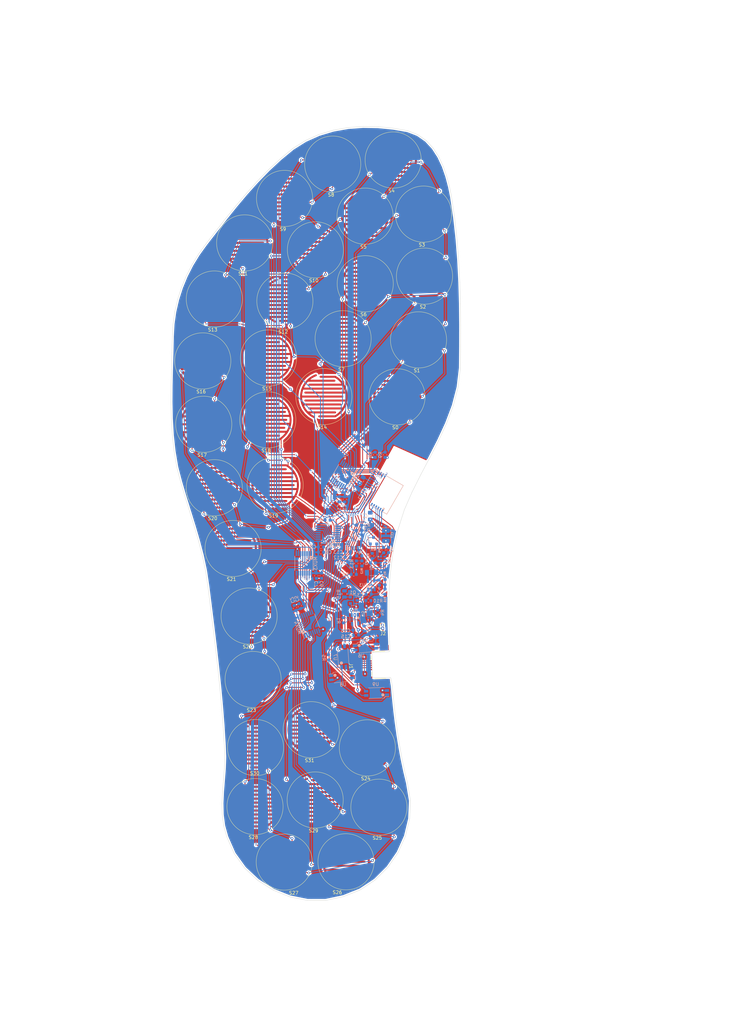
<source format=kicad_pcb>
(kicad_pcb (version 20171130) (host pcbnew "(5.0.0)")
  (layers (0 F.Cu signal) (31 B.Cu signal) (34 B.Paste user hide) (35 F.Paste user) (36 B.SilkS user) (37 F.SilkS user) (38 B.Mask user) (39 F.Mask user) (44 Edge.Cuts user))
  (net 0 "")
  (net 1 GND)
  (net 2 +3V3)
  (net 3 +5V)
  (net 4 +BATT)
  (net 5 /U1_A7)
  (net 6 /U1_A6)
  (net 7 /U1_A5)
  (net 8 /U1_A4)
  (net 9 /U1_A3)
  (net 10 /U1_A2)
  (net 11 /U1_A1)
  (net 12 /U1_A0)
  (net 13 /U2_A7)
  (net 14 /U2_A6)
  (net 15 /U2_A5)
  (net 16 /U2_A4)
  (net 17 /U2_A3)
  (net 18 /U2_A2)
  (net 19 /U2_A1)
  (net 20 /U2_A0)
  (net 21 /U1_Data)
  (net 22 /U2_Data)
  (net 23 /U3_Data)
  (net 24 /U4_Data)
  (net 25 /U3_A7)
  (net 26 /U3_A6)
  (net 27 /U3_A5)
  (net 28 /U3_A4)
  (net 29 /U3_A3)
  (net 30 /U3_A2)
  (net 31 /U3_A1)
  (net 32 /U3_A0)
  (net 33 /U4_A7)
  (net 34 /U4_A6)
  (net 35 /U4_A5)
  (net 36 /U4_A4)
  (net 37 /U4_A3)
  (net 38 /U4_A2)
  (net 39 /U4_A1)
  (net 40 /U4_A0)
  (net 41 "Net-(L3-Pad1)")
  (net 42 "Net-(R1-Pad1)")
  (net 43 /S0)
  (net 44 /S1)
  (net 45 /S2)
  (net 46 /MUX_E)
  (net 47 -BATT)
  (net 48 "Net-(C1-Pad1)")
  (net 49 Analog_Batt_Lvl)
  (net 50 Enable_Batt_Lvl)
  (net 51 "Net-(R5-Pad1)")
  (net 52 "Net-(R5-Pad2)")
  (net 53 "Net-(R10-Pad1)")
  (net 54 "Net-(R11-Pad1)")
  (net 55 XRES)
  (net 56 P0.6)
  (net 57 P0.7)
  (net 58 /P0.7_USB)
  (net 59 /P0.6_USB)
  (net 60 /XRES_USB)
  (net 61 "Net-(Q2-Pad3)")
  (net 62 /+3V3_VDDR)
  (net 63 /+3V3_VDD)
  (net 64 /+BATT_CUT)
  (net 65 "Net-(JP2-Pad2)")
  (net 66 "Net-(JP3-Pad1)")
  (net 67 /SCL)
  (net 68 /SDA)
  (net 69 "Net-(JP5-Pad1)")
  (net 70 P4.0)
  (net 71 P4.1)
  (module fsr_footprints:FSR_Circle_7mm (layer F.Cu) (at 162.819453 57.120707 180)
    (fp_text reference S9 (at 0.5 -9.3) (layer F.SilkS))
    (fp_text value FSR)
    (pad 1 smd custom (at -6.7 -1.2 180) (size 0.5 0.5) (layers F.Cu F.Mask) (net 22 /U2_Data) (options (clearance outline) (anchor circle)) (primitives (gr_line (start 12.3 2.4) (end 0.1 2.4) (width 0.6)) (gr_line (start 7.7 7.2) (end 3.3 7.2) (width 0.6)) (gr_line (start 12.3 0) (end 0.1 0) (width 0.6)) (gr_line (start 11.1 4.8) (end 0.9 4.8) (width 0.6)) (gr_line (start 8.1 -4.8) (end 3.3 -4.8) (width 0.6)) (gr_line (start 11.1 -2.4) (end 0.9 -2.4) (width 0.6)) (gr_arc (start 6.7 1.2) (end 3.3 7.2) (angle 120.9) (width 0.6))))
    (pad 2 smd custom (at 6.8 0 180) (size 0.5 0.5) (layers F.Cu F.Mask) (net 19 /U2_A1) (options (clearance outline) (anchor circle)) (primitives (gr_line (start -10.2 -4.8) (end -2 -4.8) (width 0.6)) (gr_line (start -11.8 -2.4) (end -0.4 -2.4) (width 0.6)) (gr_arc (start -6.8 0) (end -3.8 -6.2) (angle 133.6) (width 0.6)) (gr_line (start -12 2.4) (end -0.4 2.4) (width 0.6)) (gr_line (start -12.4 0) (end -0.2 0) (width 0.6)) (gr_line (start -10 4.8) (end -2 4.8) (width 0.6))))
  )
  (module Connector_PinHeader_1.00mm:PinHeader_1x02_P1.00mm_Vertical (layer F.Cu) (at 192.539453 187.290707 4)
    (fp_text reference J2 (at 0 1.56 4) (layer F.SilkS))
    (fp_text value 3V7_Battery)
    (pad 2 thru_hole oval (at 0 -1 4) (size 0.85 0.85) (drill 0.5) (layers *.Cu *.Mask) (net 4 +BATT))
    (pad 1 thru_hole rect (at 0 0 4) (size 0.85 0.85) (drill 0.5) (layers *.Cu *.Mask) (net 47 -BATT))
  )
  (module Package_LGA:Bosch_LGA-14_3x2.5mm_P0.5mm (layer B.Cu) (at 183.649453 161.640707)
    (fp_text reference U2 (at 0 -2.5) (layer B.SilkS) (effects (justify mirror)))
    (fp_text value ISM330DLC)
    (pad 11 smd rect (at 1.2625 -0.75) (size 0.675 0.25) (layers B.Cu B.Paste B.Mask))
    (pad 10 smd rect (at 1.2625 -0.25) (size 0.675 0.25) (layers B.Cu B.Paste B.Mask))
    (pad 9 smd rect (at 1.2625 0.25) (size 0.675 0.25) (layers B.Cu B.Paste B.Mask))
    (pad 8 smd rect (at 1.2625 0.75) (size 0.675 0.25) (layers B.Cu B.Paste B.Mask) (net 2 +3V3))
    (pad 4 smd rect (at -1.2625 0.75) (size 0.675 0.25) (layers B.Cu B.Paste B.Mask))
    (pad 3 smd rect (at -1.2625 0.25) (size 0.675 0.25) (layers B.Cu B.Paste B.Mask) (net 1 GND))
    (pad 2 smd rect (at -1.2625 -0.25) (size 0.675 0.25) (layers B.Cu B.Paste B.Mask) (net 1 GND))
    (pad 1 smd rect (at -1.2625 -0.75) (size 0.675 0.25) (layers B.Cu B.Paste B.Mask) (net 1 GND))
    (pad 7 smd rect (at 0.5 1.0125) (size 0.25 0.675) (layers B.Cu B.Paste B.Mask) (net 1 GND))
    (pad 6 smd rect (at 0 1.0125) (size 0.25 0.675) (layers B.Cu B.Paste B.Mask) (net 1 GND))
    (pad 5 smd rect (at -0.5 1.0125) (size 0.25 0.675) (layers B.Cu B.Paste B.Mask) (net 2 +3V3))
    (pad 12 smd rect (at 0.5 -1.0125) (size 0.25 0.675) (layers B.Cu B.Paste B.Mask))
    (pad 14 smd rect (at -0.5 -1.0125) (size 0.25 0.675) (layers B.Cu B.Paste B.Mask) (net 68 /SDA))
    (pad 13 smd rect (at 0 -1.0125) (size 0.25 0.675) (layers B.Cu B.Paste B.Mask) (net 67 /SCL))
  )
  (module Capacitor_SMD:C_0603_1608Metric (layer B.Cu) (at 186.949453 187.340707 274)
    (fp_text reference C1 (at 0 -1.43 274) (layer B.SilkS) (effects (justify mirror)))
    (fp_text value 0.1uF)
    (pad 2 smd roundrect (at 0.7875 0 274) (size 0.875 0.95) (layers B.Cu B.Paste B.Mask) (net 47 -BATT))
    (pad 1 smd roundrect (at -0.7875 0 274) (size 0.875 0.95) (layers B.Cu B.Paste B.Mask) (net 48 "Net-(C1-Pad1)"))
  )
  (module Capacitor_SMD:C_0603_1608Metric (layer B.Cu) (at 165.999453 181.090707 290)
    (fp_text reference C2 (at -2.498995 -0.005009 290) (layer B.SilkS) (effects (justify mirror)))
    (fp_text value 1uF)
    (pad 2 smd roundrect (at 0.7875 0 290) (size 0.875 0.95) (layers B.Cu B.Paste B.Mask) (net 2 +3V3))
    (pad 1 smd roundrect (at -0.7875 0 290) (size 0.875 0.95) (layers B.Cu B.Paste B.Mask) (net 1 GND))
  )
  (module Capacitor_SMD:C_0603_1608Metric (layer B.Cu) (at 188.279453 176.960707 183)
    (fp_text reference C3 (at 2.530154 -0.127757 183) (layer B.SilkS) (effects (justify mirror)))
    (fp_text value 4.7uF)
    (pad 2 smd roundrect (at 0.7875 0 183) (size 0.875 0.95) (layers B.Cu B.Paste B.Mask) (net 64 /+BATT_CUT))
    (pad 1 smd roundrect (at -0.7875 0 183) (size 0.875 0.95) (layers B.Cu B.Paste B.Mask) (net 1 GND))
  )
  (module Capacitor_SMD:C_0603_1608Metric (layer B.Cu) (at 191.461453 173.428707 274)
    (fp_text reference C4 (at 2.280431 0.159463 274) (layer B.SilkS) (effects (justify mirror)))
    (fp_text value 10uF)
    (pad 2 smd roundrect (at 0.7875 0 274) (size 0.875 0.95) (layers B.Cu B.Paste B.Mask) (net 1 GND))
    (pad 1 smd roundrect (at -0.7875 0 274) (size 0.875 0.95) (layers B.Cu B.Paste B.Mask) (net 2 +3V3))
  )
  (module Capacitor_SMD:C_0603_1608Metric (layer B.Cu) (at 167.449453 180.540707 290)
    (fp_text reference C5 (at -2.392243 0.140264 290) (layer B.SilkS) (effects (justify mirror)))
    (fp_text value 0.1uF)
    (pad 2 smd roundrect (at 0.7875 0 290) (size 0.875 0.95) (layers B.Cu B.Paste B.Mask) (net 2 +3V3))
    (pad 1 smd roundrect (at -0.7875 0 290) (size 0.875 0.95) (layers B.Cu B.Paste B.Mask) (net 1 GND))
  )
  (module Capacitor_SMD:C_0603_1608Metric (layer B.Cu) (at 174.049453 171.328207 90)
    (fp_text reference C6 (at -2.5125 0 90) (layer B.SilkS) (effects (justify mirror)))
    (fp_text value 1uF)
    (pad 2 smd roundrect (at 0.7875 0 90) (size 0.875 0.95) (layers B.Cu B.Paste B.Mask) (net 2 +3V3))
    (pad 1 smd roundrect (at -0.7875 0 90) (size 0.875 0.95) (layers B.Cu B.Paste B.Mask) (net 1 GND))
  )
  (module Capacitor_SMD:C_0603_1608Metric (layer B.Cu) (at 172.449453 171.340707 90)
    (fp_text reference C7 (at -2.5 0 90) (layer B.SilkS) (effects (justify mirror)))
    (fp_text value 0.1uF)
    (pad 2 smd roundrect (at 0.7875 0 90) (size 0.875 0.95) (layers B.Cu B.Paste B.Mask) (net 2 +3V3))
    (pad 1 smd roundrect (at -0.7875 0 90) (size 0.875 0.95) (layers B.Cu B.Paste B.Mask) (net 1 GND))
  )
  (module Capacitor_SMD:C_0603_1608Metric (layer B.Cu) (at 173.836953 164.240707 180)
    (fp_text reference C8 (at -2.3125 0 180) (layer B.SilkS) (effects (justify mirror)))
    (fp_text value 1uF)
    (pad 2 smd roundrect (at 0.7875 0 180) (size 0.875 0.95) (layers B.Cu B.Paste B.Mask) (net 2 +3V3))
    (pad 1 smd roundrect (at -0.7875 0 180) (size 0.875 0.95) (layers B.Cu B.Paste B.Mask) (net 1 GND))
  )
  (module Capacitor_SMD:C_0603_1608Metric (layer B.Cu) (at 173.836953 162.640707 180)
    (fp_text reference C9 (at 2.3875 0 180) (layer B.SilkS) (effects (justify mirror)))
    (fp_text value 0.1uF)
    (pad 2 smd roundrect (at 0.7875 0 180) (size 0.875 0.95) (layers B.Cu B.Paste B.Mask) (net 2 +3V3))
    (pad 1 smd roundrect (at -0.7875 0 180) (size 0.875 0.95) (layers B.Cu B.Paste B.Mask) (net 1 GND))
  )
  (module Capacitor_SMD:C_0603_1608Metric (layer B.Cu) (at 179.424453 148.203207 90)
    (fp_text reference C10 (at -2.9375 -0.075 90) (layer B.SilkS) (effects (justify mirror)))
    (fp_text value 1uF)
    (pad 2 smd roundrect (at 0.7875 0 90) (size 0.875 0.95) (layers B.Cu B.Paste B.Mask) (net 2 +3V3))
    (pad 1 smd roundrect (at -0.7875 0 90) (size 0.875 0.95) (layers B.Cu B.Paste B.Mask) (net 1 GND))
  )
  (module Capacitor_SMD:C_0603_1608Metric (layer B.Cu) (at 181.049453 148.215707 90)
    (fp_text reference C11 (at -2.95 -0.075 90) (layer B.SilkS) (effects (justify mirror)))
    (fp_text value 0.1uF)
    (pad 2 smd roundrect (at 0.7875 0 90) (size 0.875 0.95) (layers B.Cu B.Paste B.Mask) (net 2 +3V3))
    (pad 1 smd roundrect (at -0.7875 0 90) (size 0.875 0.95) (layers B.Cu B.Paste B.Mask) (net 1 GND))
  )
  (module Capacitor_SMD:C_0603_1608Metric (layer B.Cu) (at 181.961953 165.740707)
    (fp_text reference C12 (at -2.9125 0.1) (layer B.SilkS) (effects (justify mirror)))
    (fp_text value 1uF)
    (pad 2 smd roundrect (at 0.7875 0) (size 0.875 0.95) (layers B.Cu B.Paste B.Mask) (net 2 +3V3))
    (pad 1 smd roundrect (at -0.7875 0) (size 0.875 0.95) (layers B.Cu B.Paste B.Mask) (net 1 GND))
  )
  (module Capacitor_SMD:C_0603_1608Metric (layer B.Cu) (at 181.961953 164.140707)
    (fp_text reference C13 (at -2.9225 0.03) (layer B.SilkS) (effects (justify mirror)))
    (fp_text value 0.1uF)
    (pad 2 smd roundrect (at 0.7875 0) (size 0.875 0.95) (layers B.Cu B.Paste B.Mask) (net 2 +3V3))
    (pad 1 smd roundrect (at -0.7875 0) (size 0.875 0.95) (layers B.Cu B.Paste B.Mask) (net 1 GND))
  )
  (module Capacitor_SMD:C_0603_1608Metric (layer B.Cu) (at 185.449453 165.340707 180)
    (fp_text reference C14 (at 0.04 1.09 180) (layer B.SilkS) (effects (font (size 0.6 0.6)) (justify mirror)))
    (fp_text value 0.1uF)
    (pad 2 smd roundrect (at 0.7875 0 180) (size 0.875 0.95) (layers B.Cu B.Paste B.Mask) (net 1 GND))
    (pad 1 smd roundrect (at -0.7875 0 180) (size 0.875 0.95) (layers B.Cu B.Paste B.Mask) (net 49 Analog_Batt_Lvl))
  )
  (module Inductor_SMD:L_0805_2012Metric_Pad1.15x1.40mm_HandSolder (layer B.Cu) (at 188.779453 153.285707 90)
    (fp_text reference L1 (at 0 -1.65 90) (layer B.SilkS) (effects (justify mirror)))
    (fp_text value "300ohm 100MHz")
    (pad 2 smd roundrect (at 1.025 0 90) (size 1.15 1.4) (layers B.Cu B.Paste B.Mask) (roundrect_rratio 0.217391) (net 62 /+3V3_VDDR))
    (pad 1 smd roundrect (at -1.025 0 90) (size 1.15 1.4) (layers B.Cu B.Paste B.Mask) (roundrect_rratio 0.217391) (net 2 +3V3))
  )
  (module Inductor_SMD:L_0805_2012Metric_Pad1.15x1.40mm_HandSolder (layer B.Cu) (at 186.099453 142.450707 60)
    (fp_text reference L2 (at 0 -1.65 60) (layer B.SilkS) (effects (justify mirror)))
    (fp_text value "300ohm 100MHz")
    (pad 2 smd roundrect (at 1.025 0 60) (size 1.15 1.4) (layers B.Cu B.Paste B.Mask) (roundrect_rratio 0.217391) (net 63 /+3V3_VDD))
    (pad 1 smd roundrect (at -1.025 0 60) (size 1.15 1.4) (layers B.Cu B.Paste B.Mask) (roundrect_rratio 0.217391) (net 2 +3V3))
  )
  (module Package_SO:TSSOP-16_4.4x5mm_P0.65mm (layer B.Cu) (at 180.549453 140.840707 240)
    (fp_text reference MUX1 (at 0 -3.55 240) (layer B.SilkS) (effects (justify mirror)))
    (fp_text value CD74HC4051)
    (pad 16 smd rect (at 2.95 -2.275 240) (size 1.5 0.45) (layers B.Cu B.Paste B.Mask) (net 2 +3V3))
    (pad 15 smd rect (at 2.95 -1.625 240) (size 1.5 0.45) (layers B.Cu B.Paste B.Mask) (net 10 /U1_A2))
    (pad 14 smd rect (at 2.95 -0.975 240) (size 1.5 0.45) (layers B.Cu B.Paste B.Mask) (net 11 /U1_A1))
    (pad 13 smd rect (at 2.95 -0.325 240) (size 1.5 0.45) (layers B.Cu B.Paste B.Mask) (net 12 /U1_A0))
    (pad 12 smd rect (at 2.95 0.325 240) (size 1.5 0.45) (layers B.Cu B.Paste B.Mask) (net 9 /U1_A3))
    (pad 11 smd rect (at 2.95 0.975 240) (size 1.5 0.45) (layers B.Cu B.Paste B.Mask) (net 43 /S0))
    (pad 10 smd rect (at 2.95 1.625 240) (size 1.5 0.45) (layers B.Cu B.Paste B.Mask) (net 44 /S1))
    (pad 9 smd rect (at 2.95 2.275 240) (size 1.5 0.45) (layers B.Cu B.Paste B.Mask) (net 45 /S2))
    (pad 8 smd rect (at -2.95 2.275 240) (size 1.5 0.45) (layers B.Cu B.Paste B.Mask) (net 1 GND))
    (pad 7 smd rect (at -2.95 1.625 240) (size 1.5 0.45) (layers B.Cu B.Paste B.Mask) (net 1 GND))
    (pad 6 smd rect (at -2.95 0.975 240) (size 1.5 0.45) (layers B.Cu B.Paste B.Mask) (net 46 /MUX_E))
    (pad 5 smd rect (at -2.95 0.325 240) (size 1.5 0.45) (layers B.Cu B.Paste B.Mask) (net 7 /U1_A5))
    (pad 4 smd rect (at -2.95 -0.325 240) (size 1.5 0.45) (layers B.Cu B.Paste B.Mask) (net 5 /U1_A7))
    (pad 3 smd rect (at -2.95 -0.975 240) (size 1.5 0.45) (layers B.Cu B.Paste B.Mask) (net 2 +3V3))
    (pad 2 smd rect (at -2.95 -1.625 240) (size 1.5 0.45) (layers B.Cu B.Paste B.Mask) (net 6 /U1_A6))
    (pad 1 smd rect (at -2.95 -2.275 240) (size 1.5 0.45) (layers B.Cu B.Paste B.Mask) (net 8 /U1_A4))
  )
  (module Package_SO:TSSOP-16_4.4x5mm_P0.65mm (layer B.Cu) (at 175.949453 158.640707 180)
    (fp_text reference MUX2 (at -1.7 -3.6 180) (layer B.SilkS) (effects (justify mirror)))
    (fp_text value CD74HC4051)
    (pad 16 smd rect (at 2.95 -2.275 180) (size 1.5 0.45) (layers B.Cu B.Paste B.Mask) (net 2 +3V3))
    (pad 15 smd rect (at 2.95 -1.625 180) (size 1.5 0.45) (layers B.Cu B.Paste B.Mask) (net 18 /U2_A2))
    (pad 14 smd rect (at 2.95 -0.975 180) (size 1.5 0.45) (layers B.Cu B.Paste B.Mask) (net 19 /U2_A1))
    (pad 13 smd rect (at 2.95 -0.325 180) (size 1.5 0.45) (layers B.Cu B.Paste B.Mask) (net 20 /U2_A0))
    (pad 12 smd rect (at 2.95 0.325 180) (size 1.5 0.45) (layers B.Cu B.Paste B.Mask) (net 17 /U2_A3))
    (pad 11 smd rect (at 2.95 0.975 180) (size 1.5 0.45) (layers B.Cu B.Paste B.Mask) (net 43 /S0))
    (pad 10 smd rect (at 2.95 1.625 180) (size 1.5 0.45) (layers B.Cu B.Paste B.Mask) (net 44 /S1))
    (pad 9 smd rect (at 2.95 2.275 180) (size 1.5 0.45) (layers B.Cu B.Paste B.Mask) (net 45 /S2))
    (pad 8 smd rect (at -2.95 2.275 180) (size 1.5 0.45) (layers B.Cu B.Paste B.Mask) (net 1 GND))
    (pad 7 smd rect (at -2.95 1.625 180) (size 1.5 0.45) (layers B.Cu B.Paste B.Mask) (net 1 GND))
    (pad 6 smd rect (at -2.95 0.975 180) (size 1.5 0.45) (layers B.Cu B.Paste B.Mask) (net 46 /MUX_E))
    (pad 5 smd rect (at -2.95 0.325 180) (size 1.5 0.45) (layers B.Cu B.Paste B.Mask) (net 15 /U2_A5))
    (pad 4 smd rect (at -2.95 -0.325 180) (size 1.5 0.45) (layers B.Cu B.Paste B.Mask) (net 13 /U2_A7))
    (pad 3 smd rect (at -2.95 -0.975 180) (size 1.5 0.45) (layers B.Cu B.Paste B.Mask) (net 2 +3V3))
    (pad 2 smd rect (at -2.95 -1.625 180) (size 1.5 0.45) (layers B.Cu B.Paste B.Mask) (net 14 /U2_A6))
    (pad 1 smd rect (at -2.95 -2.275 180) (size 1.5 0.45) (layers B.Cu B.Paste B.Mask) (net 16 /U2_A4))
  )
  (module Package_SO:TSSOP-16_4.4x5mm_P0.65mm (layer B.Cu) (at 168.649453 167.590707 270)
    (fp_text reference MUX3 (at 0 -3.55 270) (layer B.SilkS) (effects (justify mirror)))
    (fp_text value CD74HC4051)
    (pad 16 smd rect (at 2.95 -2.275 270) (size 1.5 0.45) (layers B.Cu B.Paste B.Mask) (net 2 +3V3))
    (pad 15 smd rect (at 2.95 -1.625 270) (size 1.5 0.45) (layers B.Cu B.Paste B.Mask) (net 30 /U3_A2))
    (pad 14 smd rect (at 2.95 -0.975 270) (size 1.5 0.45) (layers B.Cu B.Paste B.Mask) (net 31 /U3_A1))
    (pad 13 smd rect (at 2.95 -0.325 270) (size 1.5 0.45) (layers B.Cu B.Paste B.Mask) (net 32 /U3_A0))
    (pad 12 smd rect (at 2.95 0.325 270) (size 1.5 0.45) (layers B.Cu B.Paste B.Mask) (net 29 /U3_A3))
    (pad 11 smd rect (at 2.95 0.975 270) (size 1.5 0.45) (layers B.Cu B.Paste B.Mask) (net 43 /S0))
    (pad 10 smd rect (at 2.95 1.625 270) (size 1.5 0.45) (layers B.Cu B.Paste B.Mask) (net 44 /S1))
    (pad 9 smd rect (at 2.95 2.275 270) (size 1.5 0.45) (layers B.Cu B.Paste B.Mask) (net 45 /S2))
    (pad 8 smd rect (at -2.95 2.275 270) (size 1.5 0.45) (layers B.Cu B.Paste B.Mask) (net 1 GND))
    (pad 7 smd rect (at -2.95 1.625 270) (size 1.5 0.45) (layers B.Cu B.Paste B.Mask) (net 1 GND))
    (pad 6 smd rect (at -2.95 0.975 270) (size 1.5 0.45) (layers B.Cu B.Paste B.Mask) (net 46 /MUX_E))
    (pad 5 smd rect (at -2.95 0.325 270) (size 1.5 0.45) (layers B.Cu B.Paste B.Mask) (net 27 /U3_A5))
    (pad 4 smd rect (at -2.95 -0.325 270) (size 1.5 0.45) (layers B.Cu B.Paste B.Mask) (net 25 /U3_A7))
    (pad 3 smd rect (at -2.95 -0.975 270) (size 1.5 0.45) (layers B.Cu B.Paste B.Mask) (net 2 +3V3))
    (pad 2 smd rect (at -2.95 -1.625 270) (size 1.5 0.45) (layers B.Cu B.Paste B.Mask) (net 26 /U3_A6))
    (pad 1 smd rect (at -2.95 -2.275 270) (size 1.5 0.45) (layers B.Cu B.Paste B.Mask) (net 28 /U3_A4))
  )
  (module Package_SO:TSSOP-16_4.4x5mm_P0.65mm (layer B.Cu) (at 170.099453 185.890707 110)
    (fp_text reference MUX4 (at 0 -3.55 110) (layer B.SilkS) (effects (justify mirror)))
    (fp_text value CD74HC4051)
    (pad 16 smd rect (at 2.95 -2.275 110) (size 1.5 0.45) (layers B.Cu B.Paste B.Mask) (net 2 +3V3))
    (pad 15 smd rect (at 2.95 -1.625 110) (size 1.5 0.45) (layers B.Cu B.Paste B.Mask) (net 38 /U4_A2))
    (pad 14 smd rect (at 2.95 -0.975 110) (size 1.5 0.45) (layers B.Cu B.Paste B.Mask) (net 39 /U4_A1))
    (pad 13 smd rect (at 2.95 -0.325 110) (size 1.5 0.45) (layers B.Cu B.Paste B.Mask) (net 40 /U4_A0))
    (pad 12 smd rect (at 2.95 0.325 110) (size 1.5 0.45) (layers B.Cu B.Paste B.Mask) (net 37 /U4_A3))
    (pad 11 smd rect (at 2.95 0.975 110) (size 1.5 0.45) (layers B.Cu B.Paste B.Mask) (net 43 /S0))
    (pad 10 smd rect (at 2.95 1.625 110) (size 1.5 0.45) (layers B.Cu B.Paste B.Mask) (net 44 /S1))
    (pad 9 smd rect (at 2.95 2.275 110) (size 1.5 0.45) (layers B.Cu B.Paste B.Mask) (net 45 /S2))
    (pad 8 smd rect (at -2.95 2.275 110) (size 1.5 0.45) (layers B.Cu B.Paste B.Mask) (net 1 GND))
    (pad 7 smd rect (at -2.95 1.625 110) (size 1.5 0.45) (layers B.Cu B.Paste B.Mask) (net 1 GND))
    (pad 6 smd rect (at -2.95 0.975 110) (size 1.5 0.45) (layers B.Cu B.Paste B.Mask) (net 46 /MUX_E))
    (pad 5 smd rect (at -2.95 0.325 110) (size 1.5 0.45) (layers B.Cu B.Paste B.Mask) (net 35 /U4_A5))
    (pad 4 smd rect (at -2.95 -0.325 110) (size 1.5 0.45) (layers B.Cu B.Paste B.Mask) (net 33 /U4_A7))
    (pad 3 smd rect (at -2.95 -0.975 110) (size 1.5 0.45) (layers B.Cu B.Paste B.Mask) (net 2 +3V3))
    (pad 2 smd rect (at -2.95 -1.625 110) (size 1.5 0.45) (layers B.Cu B.Paste B.Mask) (net 34 /U4_A6))
    (pad 1 smd rect (at -2.95 -2.275 110) (size 1.5 0.45) (layers B.Cu B.Paste B.Mask) (net 36 /U4_A4))
  )
  (module Package_TO_SOT_SMD:SOT-23 (layer B.Cu) (at 189.749453 160.740707 90)
    (fp_text reference Q2 (at -2.43 -0.03) (layer B.SilkS) (effects (justify mirror)))
    (fp_text value Q_PMOS_GSD)
    (pad 3 smd rect (at 1 0 90) (size 0.9 0.8) (layers B.Cu B.Paste B.Mask) (net 61 "Net-(Q2-Pad3)"))
    (pad 2 smd rect (at -1 0.95 90) (size 0.9 0.8) (layers B.Cu B.Paste B.Mask) (net 64 /+BATT_CUT))
    (pad 1 smd rect (at -1 -0.95 90) (size 0.9 0.8) (layers B.Cu B.Paste B.Mask) (net 50 Enable_Batt_Lvl))
  )
  (module Resistor_SMD:R_0603_1608Metric (layer B.Cu) (at 180.568238 184.824286 93)
    (fp_text reference R1 (at 0 -1.43 93) (layer B.SilkS) (effects (justify mirror)))
    (fp_text value 10k)
    (pad 2 smd roundrect (at 0.7875 0 93) (size 0.875 0.95) (layers B.Cu B.Paste B.Mask) (net 47 -BATT))
    (pad 1 smd roundrect (at -0.7875 0 93) (size 0.875 0.95) (layers B.Cu B.Paste B.Mask) (net 42 "Net-(R1-Pad1)"))
  )
  (module Resistor_SMD:R_0603_1608Metric (layer B.Cu) (at 185.361953 156.040707 180)
    (fp_text reference R2 (at -2.4875 -0.1 180) (layer B.SilkS) (effects (justify mirror)))
    (fp_text value 10k)
    (pad 2 smd roundrect (at 0.7875 0 180) (size 0.875 0.95) (layers B.Cu B.Paste B.Mask) (net 68 /SDA))
    (pad 1 smd roundrect (at -0.7875 0 180) (size 0.875 0.95) (layers B.Cu B.Paste B.Mask) (net 2 +3V3))
  )
  (module Resistor_SMD:R_0603_1608Metric (layer B.Cu) (at 185.349453 157.640707 180)
    (fp_text reference R3 (at -2.4 0 180) (layer B.SilkS) (effects (justify mirror)))
    (fp_text value 10k)
    (pad 2 smd roundrect (at 0.7875 0 180) (size 0.875 0.95) (layers B.Cu B.Paste B.Mask) (net 67 /SCL))
    (pad 1 smd roundrect (at -0.7875 0 180) (size 0.875 0.95) (layers B.Cu B.Paste B.Mask) (net 2 +3V3))
  )
  (module Resistor_SMD:R_0603_1608Metric (layer B.Cu) (at 191.059453 182.510707 270)
    (fp_text reference R4 (at 0 -1.43 270) (layer B.SilkS) (effects (justify mirror)))
    (fp_text value "390 ohm")
    (pad 2 smd roundrect (at 0.7875 0 270) (size 0.875 0.95) (layers B.Cu B.Paste B.Mask) (net 48 "Net-(C1-Pad1)"))
    (pad 1 smd roundrect (at -0.7875 0 270) (size 0.875 0.95) (layers B.Cu B.Paste B.Mask) (net 4 +BATT))
  )
  (module Resistor_SMD:R_0603_1608Metric (layer B.Cu) (at 176.149453 196.040707 94)
    (fp_text reference R5 (at 0 -1.43 94) (layer B.SilkS) (effects (justify mirror)))
    (fp_text value 0-1k)
    (pad 2 smd roundrect (at 0.7875 0 94) (size 0.875 0.95) (layers B.Cu B.Paste B.Mask) (net 52 "Net-(R5-Pad2)"))
    (pad 1 smd roundrect (at -0.7875 0 94) (size 0.875 0.95) (layers B.Cu B.Paste B.Mask) (net 51 "Net-(R5-Pad1)"))
  )
  (module Resistor_SMD:R_0603_1608Metric (layer B.Cu) (at 183.761953 170.940707 180)
    (fp_text reference R6 (at 2.5125 0 180) (layer B.SilkS) (effects (justify mirror)))
    (fp_text value 10k)
    (pad 2 smd roundrect (at 0.7875 0 180) (size 0.875 0.95) (layers B.Cu B.Paste B.Mask) (net 24 /U4_Data))
    (pad 1 smd roundrect (at -0.7875 0 180) (size 0.875 0.95) (layers B.Cu B.Paste B.Mask) (net 1 GND))
  )
  (module Resistor_SMD:R_0603_1608Metric (layer B.Cu) (at 175.849453 154.490707 180)
    (fp_text reference R7 (at 2.5 -0.05 180) (layer B.SilkS) (effects (justify mirror)))
    (fp_text value 10k)
    (pad 2 smd roundrect (at 0.7875 0 180) (size 0.875 0.95) (layers B.Cu B.Paste B.Mask) (net 23 /U3_Data))
    (pad 1 smd roundrect (at -0.7875 0 180) (size 0.875 0.95) (layers B.Cu B.Paste B.Mask) (net 1 GND))
  )
  (module Resistor_SMD:R_0603_1608Metric (layer B.Cu) (at 190.249453 134.728207 90)
    (fp_text reference R8 (at 0 -1.43 90) (layer B.SilkS) (effects (justify mirror)))
    (fp_text value 10k)
    (pad 2 smd roundrect (at 0.7875 0 90) (size 0.875 0.95) (layers B.Cu B.Paste B.Mask) (net 22 /U2_Data))
    (pad 1 smd roundrect (at -0.7875 0 90) (size 0.875 0.95) (layers B.Cu B.Paste B.Mask) (net 1 GND))
  )
  (module Resistor_SMD:R_0603_1608Metric (layer B.Cu) (at 193.249453 134.740707 90)
    (fp_text reference R9 (at 0 -1.43 90) (layer B.SilkS) (effects (justify mirror)))
    (fp_text value 10k)
    (pad 2 smd roundrect (at 0.7875 0 90) (size 0.875 0.95) (layers B.Cu B.Paste B.Mask) (net 21 /U1_Data))
    (pad 1 smd roundrect (at -0.7875 0 90) (size 0.875 0.95) (layers B.Cu B.Paste B.Mask) (net 1 GND))
  )
  (module Resistor_SMD:R_0603_1608Metric (layer B.Cu) (at 188.214953 178.882707 180)
    (fp_text reference R10 (at -2.8845 -0.068 180) (layer B.SilkS) (effects (justify mirror)))
    (fp_text value 2.7k)
    (pad 2 smd roundrect (at 0.7875 0 180) (size 0.875 0.95) (layers B.Cu B.Paste B.Mask) (net 1 GND))
    (pad 1 smd roundrect (at -0.7875 0 180) (size 0.875 0.95) (layers B.Cu B.Paste B.Mask) (net 53 "Net-(R10-Pad1)"))
  )
  (module Resistor_SMD:R_0603_1608Metric (layer B.Cu) (at 189.66495 190.240707 5)
    (fp_text reference R11 (at -2.848361 0.252711 5) (layer B.SilkS) (effects (justify mirror)))
    (fp_text value "100-500 ohm")
    (pad 2 smd roundrect (at 0.7875 0 5) (size 0.875 0.95) (layers B.Cu B.Paste B.Mask) (net 2 +3V3))
    (pad 1 smd roundrect (at -0.7875 0 5) (size 0.875 0.95) (layers B.Cu B.Paste B.Mask) (net 54 "Net-(R11-Pad1)"))
  )
  (module Resistor_SMD:R_0603_1608Metric (layer B.Cu) (at 186.249453 167.628207 90)
    (fp_text reference R12 (at -2.3025 -0.03 90) (layer B.SilkS) (effects (font (size 0.6 0.6)) (justify mirror)))
    (fp_text value 10k)
    (pad 2 smd roundrect (at 0.7875 0 90) (size 0.875 0.95) (layers B.Cu B.Paste B.Mask) (net 49 Analog_Batt_Lvl))
    (pad 1 smd roundrect (at -0.7875 0 90) (size 0.875 0.95) (layers B.Cu B.Paste B.Mask) (net 61 "Net-(Q2-Pad3)"))
  )
  (module Resistor_SMD:R_0603_1608Metric (layer B.Cu) (at 184.549453 167.640707 270)
    (fp_text reference R13 (at 0.1 1.4 270) (layer B.SilkS) (effects (justify mirror)))
    (fp_text value 10k)
    (pad 2 smd roundrect (at 0.7875 0 270) (size 0.875 0.95) (layers B.Cu B.Paste B.Mask) (net 1 GND))
    (pad 1 smd roundrect (at -0.7875 0 270) (size 0.875 0.95) (layers B.Cu B.Paste B.Mask) (net 49 Analog_Batt_Lvl))
  )
  (module Resistor_SMD:R_0603_1608Metric (layer B.Cu) (at 189.349453 165.353207 90)
    (fp_text reference R14 (at -0.0375 -1.17 90) (layer B.SilkS) (effects (font (size 0.6 0.6)) (justify mirror)))
    (fp_text value 100k)
    (pad 2 smd roundrect (at 0.7875 0 90) (size 0.875 0.95) (layers B.Cu B.Paste B.Mask) (net 50 Enable_Batt_Lvl))
    (pad 1 smd roundrect (at -0.7875 0 90) (size 0.875 0.95) (layers B.Cu B.Paste B.Mask) (net 64 /+BATT_CUT))
  )
  (module Package_TO_SOT_SMD:TSOT-23-5 (layer B.Cu) (at 184.149453 184.540707 273)
    (fp_text reference U1 (at -2.60167 -0.036211 183) (layer B.SilkS) (effects (font (size 0.9 0.9)) (justify mirror)))
    (fp_text value STC4054-4.2)
    (pad 5 smd rect (at 1.31 -0.95 273) (size 1.22 0.65) (layers B.Cu B.Paste B.Mask) (net 42 "Net-(R1-Pad1)"))
    (pad 4 smd rect (at 1.31 0.95 273) (size 1.22 0.65) (layers B.Cu B.Paste B.Mask) (net 3 +5V))
    (pad 3 smd rect (at -1.31 0.95 273) (size 1.22 0.65) (layers B.Cu B.Paste B.Mask) (net 4 +BATT))
    (pad 2 smd rect (at -1.31 0 273) (size 1.22 0.65) (layers B.Cu B.Paste B.Mask) (net 47 -BATT))
    (pad 1 smd rect (at -1.31 -0.95 273) (size 1.22 0.65) (layers B.Cu B.Paste B.Mask))
  )
  (module Package_TO_SOT_SMD:TSOT-23-5 (layer B.Cu) (at 189.069453 174.170707 93)
    (fp_text reference U3 (at 0.142354 -2.716272 3) (layer B.SilkS) (effects (font (size 0.9 0.9)) (justify mirror)))
    (fp_text value ADP2108AUJ-3.3)
    (pad 5 smd rect (at 1.31 -0.95 93) (size 1.22 0.65) (layers B.Cu B.Paste B.Mask) (net 41 "Net-(L3-Pad1)"))
    (pad 4 smd rect (at 1.31 0.95 93) (size 1.22 0.65) (layers B.Cu B.Paste B.Mask) (net 2 +3V3))
    (pad 3 smd rect (at -1.31 0.95 93) (size 1.22 0.65) (layers B.Cu B.Paste B.Mask) (net 64 /+BATT_CUT))
    (pad 2 smd rect (at -1.31 0 93) (size 1.22 0.65) (layers B.Cu B.Paste B.Mask) (net 1 GND))
    (pad 1 smd rect (at -1.31 -0.95 93) (size 1.22 0.65) (layers B.Cu B.Paste B.Mask) (net 64 /+BATT_CUT))
  )
  (module Digikey_EZ_BLE:CYBLE-222014-01 (layer B.Cu) (at 190.679453 144.980707 240)
    (fp_text reference U4 (at -4 13 240) (layer B.SilkS) (effects (justify mirror)))
    (fp_text value CYBLE-222014-01)
    (pad 1 smd rect (at 4.89 -4.91 240) (size 1 0.41) (layers B.Cu B.Paste B.Mask) (net 1 GND))
    (pad 2 smd rect (at 4.89 -4.14 240) (size 1 0.41) (layers B.Cu B.Paste B.Mask) (net 71 P4.1))
    (pad 3 smd rect (at 4.89 -3.38 240) (size 1 0.41) (layers B.Cu B.Paste B.Mask) (net 50 Enable_Batt_Lvl))
    (pad 4 smd rect (at 4.89 -2.62 240) (size 1 0.41) (layers B.Cu B.Paste B.Mask) (net 49 Analog_Batt_Lvl))
    (pad 5 smd rect (at 4.89 -1.86 240) (size 1 0.41) (layers B.Cu B.Paste B.Mask) (net 62 /+3V3_VDDR))
    (pad 7 smd rect (at 4.34 3.19 330) (size 1 0.41) (layers B.Cu B.Paste B.Mask) (net 46 /MUX_E))
    (pad 8 smd rect (at 3.58 3.19 330) (size 1 0.41) (layers B.Cu B.Paste B.Mask) (net 57 P0.7))
    (pad 9 smd rect (at 2.81 3.19 330) (size 1 0.41) (layers B.Cu B.Paste B.Mask) (net 68 /SDA))
    (pad 10 smd rect (at 2.05 3.19 330) (size 1 0.41) (layers B.Cu B.Paste B.Mask) (net 67 /SCL))
    (pad 11 smd rect (at 1.29 3.19 330) (size 1 0.41) (layers B.Cu B.Paste B.Mask) (net 1 GND))
    (pad 12 smd rect (at 0.53 3.19 330) (size 1 0.41) (layers B.Cu B.Paste B.Mask) (net 56 P0.6))
    (pad 13 smd rect (at -0.23 3.19 330) (size 1 0.41) (layers B.Cu B.Paste B.Mask) (net 24 /U4_Data))
    (pad 14 smd rect (at -1 3.19 330) (size 1 0.41) (layers B.Cu B.Paste B.Mask) (net 63 /+3V3_VDD))
    (pad 15 smd rect (at -1.76 3.19 330) (size 1 0.41) (layers B.Cu B.Paste B.Mask) (net 55 XRES))
    (pad 16 smd rect (at -2.52 3.19 330) (size 1 0.41) (layers B.Cu B.Paste B.Mask) (net 23 /U3_Data))
    (pad 17 smd rect (at -3.28 3.19 330) (size 1 0.41) (layers B.Cu B.Paste B.Mask) (net 22 /U2_Data))
    (pad 18 smd rect (at -4.04 3.19 330) (size 1 0.41) (layers B.Cu B.Paste B.Mask) (net 21 /U1_Data))
    (pad 19 smd rect (at -4.6 1.95 240) (size 1 0.41) (layers B.Cu B.Paste B.Mask) (net 43 /S0))
    (pad 20 smd rect (at -4.6 1.19 240) (size 1 0.41) (layers B.Cu B.Paste B.Mask) (net 44 /S1))
    (pad 21 smd rect (at -4.6 0.43 240) (size 1 0.41) (layers B.Cu B.Paste B.Mask) (net 45 /S2))
    (pad 22 smd rect (at -4.6 -0.33 240) (size 1 0.41) (layers B.Cu B.Paste B.Mask) (net 70 P4.0))
    (pad 6 smd rect (at 4.89 -1.1 240) (size 1 0.41) (layers B.Cu B.Paste B.Mask))
  )
  (module SamacSys_Parts:AP9211SAACHAC7 (layer B.Cu) (at 188.599453 182.690707 4)
    (fp_text reference U5 (at -1.955713 0.013605 -86) (layer B.SilkS) (effects (font (size 0.9 0.9)) (justify mirror)))
    (fp_text value AP9211SA-AN-HAC-7 hide)
    (pad 7 smd rect (at 0 0 94) (size 1.8 1.8) (layers B.Cu B.Paste B.Mask))
    (pad 6 smd rect (at -0.599 -1.35 94) (size 0.5 0.75) (layers B.Cu B.Paste B.Mask) (net 1 GND))
    (pad 5 smd rect (at 0.176 -1.35 4) (size 0.4 0.5) (layers B.Cu B.Paste B.Mask) (net 53 "Net-(R10-Pad1)"))
    (pad 4 smd rect (at 0.776 -1.35 4) (size 0.4 0.5) (layers B.Cu B.Paste B.Mask))
    (pad 3 smd rect (at 0.776 1.35 4) (size 0.4 0.5) (layers B.Cu B.Paste B.Mask) (net 48 "Net-(C1-Pad1)"))
    (pad 2 smd rect (at 0.176004 1.35 4) (size 0.4 0.5) (layers B.Cu B.Paste B.Mask) (net 47 -BATT))
    (pad 1 smd rect (at -0.599 1.35 94) (size 0.5 0.75) (layers B.Cu B.Paste B.Mask) (net 47 -BATT))
  )
  (module Package_SO:SOP-4_4.4x2.8mm_P1.27mm (layer B.Cu) (at 187.349453 192.940707 5)
    (fp_text reference U6 (at -1.521658 2.476804 5) (layer B.SilkS) (effects (justify mirror)))
    (fp_text value TCMT1100)
    (pad 4 smd rect (at 3.15 -0.64 5) (size 1.3 0.8) (layers B.Cu B.Paste B.Mask) (net 2 +3V3))
    (pad 3 smd rect (at 3.15 0.64 5) (size 1.3 0.8) (layers B.Cu B.Paste B.Mask) (net 52 "Net-(R5-Pad2)"))
    (pad 2 smd rect (at -3.15 0.64 5) (size 1.3 0.8) (layers B.Cu B.Paste B.Mask) (net 3 +5V))
    (pad 1 smd rect (at -3.15 -0.64 5) (size 1.3 0.8) (layers B.Cu B.Paste B.Mask) (net 54 "Net-(R11-Pad1)"))
  )
  (module Package_SO:SOP-4_4.4x2.8mm_P1.27mm (layer B.Cu) (at 180.549453 195.840707 94)
    (fp_text reference U7 (at 0 -2.4 94) (layer B.SilkS) (effects (justify mirror)))
    (fp_text value TCMT1100)
    (pad 4 smd rect (at 3.15 -0.64 94) (size 1.3 0.8) (layers B.Cu B.Paste B.Mask) (net 60 /XRES_USB))
    (pad 3 smd rect (at 3.15 0.64 94) (size 1.3 0.8) (layers B.Cu B.Paste B.Mask) (net 55 XRES))
    (pad 2 smd rect (at -3.15 0.64 94) (size 1.3 0.8) (layers B.Cu B.Paste B.Mask) (net 1 GND))
    (pad 1 smd rect (at -3.15 -0.64 94) (size 1.3 0.8) (layers B.Cu B.Paste B.Mask) (net 51 "Net-(R5-Pad1)"))
  )
  (module Package_SO:SOP-4_4.4x2.8mm_P1.27mm (layer B.Cu) (at 180.049453 201.940707 6)
    (fp_text reference U8 (at 0.246393 2.439117 6) (layer B.SilkS) (effects (justify mirror)))
    (fp_text value TCMT1100)
    (pad 4 smd rect (at 3.15 -0.64 6) (size 1.3 0.8) (layers B.Cu B.Paste B.Mask) (net 59 /P0.6_USB))
    (pad 3 smd rect (at 3.15 0.64 6) (size 1.3 0.8) (layers B.Cu B.Paste B.Mask) (net 56 P0.6))
    (pad 2 smd rect (at -3.15 0.64 6) (size 1.3 0.8) (layers B.Cu B.Paste B.Mask) (net 1 GND))
    (pad 1 smd rect (at -3.15 -0.64 6) (size 1.3 0.8) (layers B.Cu B.Paste B.Mask) (net 51 "Net-(R5-Pad1)"))
  )
  (module Package_SO:SOP-4_4.4x2.8mm_P1.27mm (layer B.Cu) (at 190.679453 206.850707 182)
    (fp_text reference U9 (at 0.157364 2.657111 182) (layer B.SilkS) (effects (justify mirror)))
    (fp_text value TCMT1100)
    (pad 4 smd rect (at 3.15 -0.64 182) (size 1.3 0.8) (layers B.Cu B.Paste B.Mask) (net 58 /P0.7_USB))
    (pad 3 smd rect (at 3.15 0.64 182) (size 1.3 0.8) (layers B.Cu B.Paste B.Mask) (net 57 P0.7))
    (pad 2 smd rect (at -3.15 0.64 182) (size 1.3 0.8) (layers B.Cu B.Paste B.Mask) (net 1 GND))
    (pad 1 smd rect (at -3.15 -0.64 182) (size 1.3 0.8) (layers B.Cu B.Paste B.Mask) (net 51 "Net-(R5-Pad1)"))
  )
  (module Capacitor_SMD:C_0603_1608Metric (layer B.Cu) (at 184.463871 189.34564 184)
    (fp_text reference C15 (at 3.094999 -0.155001 184) (layer B.SilkS) (effects (justify mirror)))
    (fp_text value 1uF)
    (pad 2 smd roundrect (at 0.7875 0 184) (size 0.875 0.95) (layers B.Cu B.Paste B.Mask) (net 3 +5V))
    (pad 1 smd roundrect (at -0.7875 0 184) (size 0.875 0.95) (layers B.Cu B.Paste B.Mask) (net 47 -BATT))
  )
  (module Capacitor_SMD:C_0603_1608Metric (layer B.Cu) (at 184.344452 187.775706 184)
    (fp_text reference C16 (at 3.044999 -0.015001 184) (layer B.SilkS) (effects (justify mirror)))
    (fp_text value 0.1uF)
    (pad 2 smd roundrect (at 0.7875 0 184) (size 0.875 0.95) (layers B.Cu B.Paste B.Mask) (net 3 +5V))
    (pad 1 smd roundrect (at -0.7875 0 184) (size 0.875 0.95) (layers B.Cu B.Paste B.Mask) (net 47 -BATT))
  )
  (module Connector_USB:USB_Micro_CustomV2 (layer F.Cu) (at 191.629453 198.360707 272)
    (fp_text reference J1 (at 0 8.7 272) (layer F.SilkS))
    (fp_text value Conn_Micro_USB)
    (pad 6 smd custom (at -5.2 2.6 272) (size 1.6 2.4) (layers F.Cu F.Paste F.Mask) (net 47 -BATT) (options (clearance outline) (anchor rect)) (primitives (gr_poly (pts (xy 0.8 1.2) (xy 1.025 1.2) (xy 1.75 0.6) (xy 1.75 -0.2) (xy 0.8 -0.2)) (width 0))))
    (pad 6 smd custom (at 5.2 2.6 272) (size 1.6 2.4) (layers F.Cu F.Paste F.Mask) (net 47 -BATT) (options (clearance outline) (anchor rect)) (primitives (gr_poly (pts (xy -0.8 1.2) (xy -1.025 1.2) (xy -1.75 0.6) (xy -1.75 -0.2) (xy -0.8 -0.2)) (width 0))))
    (pad 6 smd rect (at 2.55 4.55 272) (size 1.8 1.5) (layers F.Cu F.Paste F.Mask) (net 47 -BATT))
    (pad 6 smd rect (at -2.55 4.55 272) (size 1.8 1.5) (layers F.Cu F.Paste F.Mask) (net 47 -BATT))
    (pad 6 smd rect (at 5.15 -1.7 272) (size 1.6 2.4) (layers F.Cu F.Paste F.Mask) (net 47 -BATT))
    (pad 6 smd rect (at -5.15 -1.7 272) (size 1.6 2.4) (layers F.Cu F.Paste F.Mask) (net 47 -BATT))
    (pad 5 smd rect (at 1.3 2.925 272) (size 0.4 1.05) (layers F.Cu F.Paste F.Mask) (net 47 -BATT))
    (pad 4 smd rect (at 0.65 2.925 272) (size 0.4 1.05) (layers F.Cu F.Paste F.Mask) (net 58 /P0.7_USB))
    (pad 3 smd rect (at 0 2.925 272) (size 0.4 1.05) (layers F.Cu F.Paste F.Mask) (net 59 /P0.6_USB))
    (pad 2 smd rect (at -0.65 2.925 272) (size 0.4 1.05) (layers F.Cu F.Paste F.Mask) (net 60 /XRES_USB))
    (pad 1 smd rect (at -1.3 2.925 272) (size 0.4 1.05) (layers F.Cu F.Paste F.Mask) (net 3 +5V))
  )
  (module Capacitor_Tantalum_SMD:CP_EIA-3528-12_Kemet-T (layer B.Cu) (at 193.499453 159.230707 270)
    (fp_text reference C17 (at -0.23 -1.93 270) (layer B.SilkS) (effects (font (size 0.6 0.6)) (justify mirror)))
    (fp_text value 100uF)
    (pad 2 smd roundrect (at 1.5375 0 270) (size 1.325 2.35) (layers B.Cu B.Paste B.Mask) (roundrect_rratio 0.188679) (net 1 GND))
    (pad 1 smd roundrect (at -1.5375 0 270) (size 1.325 2.35) (layers B.Cu B.Paste B.Mask) (roundrect_rratio 0.188679) (net 2 +3V3))
  )
  (module fsr_footprints:FSR_Circle_7mm (layer F.Cu) (at 196.869453 117.180707 180)
    (fp_text reference S0 (at 0.5 -9.3) (layer F.SilkS))
    (fp_text value FSR)
    (pad 1 smd custom (at -6.7 -1.2 180) (size 0.5 0.5) (layers F.Cu F.Mask) (net 21 /U1_Data) (options (clearance outline) (anchor circle)) (primitives (gr_line (start 12.3 2.4) (end 0.1 2.4) (width 0.6)) (gr_line (start 7.7 7.2) (end 3.3 7.2) (width 0.6)) (gr_line (start 12.3 0) (end 0.1 0) (width 0.6)) (gr_line (start 11.1 4.8) (end 0.9 4.8) (width 0.6)) (gr_line (start 8.1 -4.8) (end 3.3 -4.8) (width 0.6)) (gr_line (start 11.1 -2.4) (end 0.9 -2.4) (width 0.6)) (gr_arc (start 6.7 1.2) (end 3.3 7.2) (angle 120.9) (width 0.6))))
    (pad 2 smd custom (at 6.8 0 180) (size 0.5 0.5) (layers F.Cu F.Mask) (net 12 /U1_A0) (options (clearance outline) (anchor circle)) (primitives (gr_line (start -10.2 -4.8) (end -2 -4.8) (width 0.6)) (gr_line (start -11.8 -2.4) (end -0.4 -2.4) (width 0.6)) (gr_arc (start -6.8 0) (end -3.8 -6.2) (angle 133.6) (width 0.6)) (gr_line (start -12 2.4) (end -0.4 2.4) (width 0.6)) (gr_line (start -12.4 0) (end -0.2 0) (width 0.6)) (gr_line (start -10 4.8) (end -2 4.8) (width 0.6))))
  )
  (module fsr_footprints:FSR_Circle_7mm (layer F.Cu) (at 203.389453 99.940707 180)
    (fp_text reference S1 (at 0.5 -9.3) (layer F.SilkS))
    (fp_text value FSR)
    (pad 1 smd custom (at -6.7 -1.2 180) (size 0.5 0.5) (layers F.Cu F.Mask) (net 21 /U1_Data) (options (clearance outline) (anchor circle)) (primitives (gr_line (start 12.3 2.4) (end 0.1 2.4) (width 0.6)) (gr_line (start 7.7 7.2) (end 3.3 7.2) (width 0.6)) (gr_line (start 12.3 0) (end 0.1 0) (width 0.6)) (gr_line (start 11.1 4.8) (end 0.9 4.8) (width 0.6)) (gr_line (start 8.1 -4.8) (end 3.3 -4.8) (width 0.6)) (gr_line (start 11.1 -2.4) (end 0.9 -2.4) (width 0.6)) (gr_arc (start 6.7 1.2) (end 3.3 7.2) (angle 120.9) (width 0.6))))
    (pad 2 smd custom (at 6.8 0 180) (size 0.5 0.5) (layers F.Cu F.Mask) (net 11 /U1_A1) (options (clearance outline) (anchor circle)) (primitives (gr_line (start -10.2 -4.8) (end -2 -4.8) (width 0.6)) (gr_line (start -11.8 -2.4) (end -0.4 -2.4) (width 0.6)) (gr_arc (start -6.8 0) (end -3.8 -6.2) (angle 133.6) (width 0.6)) (gr_line (start -12 2.4) (end -0.4 2.4) (width 0.6)) (gr_line (start -12.4 0) (end -0.2 0) (width 0.6)) (gr_line (start -10 4.8) (end -2 4.8) (width 0.6))))
  )
  (module fsr_footprints:FSR_Circle_7mm (layer F.Cu) (at 205.199453 80.640707 180)
    (fp_text reference S2 (at 0.5 -9.3) (layer F.SilkS))
    (fp_text value FSR)
    (pad 1 smd custom (at -6.7 -1.2 180) (size 0.5 0.5) (layers F.Cu F.Mask) (net 21 /U1_Data) (options (clearance outline) (anchor circle)) (primitives (gr_line (start 12.3 2.4) (end 0.1 2.4) (width 0.6)) (gr_line (start 7.7 7.2) (end 3.3 7.2) (width 0.6)) (gr_line (start 12.3 0) (end 0.1 0) (width 0.6)) (gr_line (start 11.1 4.8) (end 0.9 4.8) (width 0.6)) (gr_line (start 8.1 -4.8) (end 3.3 -4.8) (width 0.6)) (gr_line (start 11.1 -2.4) (end 0.9 -2.4) (width 0.6)) (gr_arc (start 6.7 1.2) (end 3.3 7.2) (angle 120.9) (width 0.6))))
    (pad 2 smd custom (at 6.8 0 180) (size 0.5 0.5) (layers F.Cu F.Mask) (net 10 /U1_A2) (options (clearance outline) (anchor circle)) (primitives (gr_line (start -10.2 -4.8) (end -2 -4.8) (width 0.6)) (gr_line (start -11.8 -2.4) (end -0.4 -2.4) (width 0.6)) (gr_arc (start -6.8 0) (end -3.8 -6.2) (angle 133.6) (width 0.6)) (gr_line (start -12 2.4) (end -0.4 2.4) (width 0.6)) (gr_line (start -12.4 0) (end -0.2 0) (width 0.6)) (gr_line (start -10 4.8) (end -2 4.8) (width 0.6))))
  )
  (module fsr_footprints:FSR_Circle_7mm (layer F.Cu) (at 204.909453 61.860707 180)
    (fp_text reference S3 (at 0.5 -9.3) (layer F.SilkS))
    (fp_text value FSR)
    (pad 1 smd custom (at -6.7 -1.2 180) (size 0.5 0.5) (layers F.Cu F.Mask) (net 21 /U1_Data) (options (clearance outline) (anchor circle)) (primitives (gr_line (start 12.3 2.4) (end 0.1 2.4) (width 0.6)) (gr_line (start 7.7 7.2) (end 3.3 7.2) (width 0.6)) (gr_line (start 12.3 0) (end 0.1 0) (width 0.6)) (gr_line (start 11.1 4.8) (end 0.9 4.8) (width 0.6)) (gr_line (start 8.1 -4.8) (end 3.3 -4.8) (width 0.6)) (gr_line (start 11.1 -2.4) (end 0.9 -2.4) (width 0.6)) (gr_arc (start 6.7 1.2) (end 3.3 7.2) (angle 120.9) (width 0.6))))
    (pad 2 smd custom (at 6.8 0 180) (size 0.5 0.5) (layers F.Cu F.Mask) (net 9 /U1_A3) (options (clearance outline) (anchor circle)) (primitives (gr_line (start -10.2 -4.8) (end -2 -4.8) (width 0.6)) (gr_line (start -11.8 -2.4) (end -0.4 -2.4) (width 0.6)) (gr_arc (start -6.8 0) (end -3.8 -6.2) (angle 133.6) (width 0.6)) (gr_line (start -12 2.4) (end -0.4 2.4) (width 0.6)) (gr_line (start -12.4 0) (end -0.2 0) (width 0.6)) (gr_line (start -10 4.8) (end -2 4.8) (width 0.6))))
  )
  (module fsr_footprints:FSR_Circle_7mm (layer F.Cu) (at 195.709453 45.490707 180)
    (fp_text reference S4 (at 0.5 -9.3) (layer F.SilkS))
    (fp_text value FSR)
    (pad 1 smd custom (at -6.7 -1.2 180) (size 0.5 0.5) (layers F.Cu F.Mask) (net 21 /U1_Data) (options (clearance outline) (anchor circle)) (primitives (gr_line (start 12.3 2.4) (end 0.1 2.4) (width 0.6)) (gr_line (start 7.7 7.2) (end 3.3 7.2) (width 0.6)) (gr_line (start 12.3 0) (end 0.1 0) (width 0.6)) (gr_line (start 11.1 4.8) (end 0.9 4.8) (width 0.6)) (gr_line (start 8.1 -4.8) (end 3.3 -4.8) (width 0.6)) (gr_line (start 11.1 -2.4) (end 0.9 -2.4) (width 0.6)) (gr_arc (start 6.7 1.2) (end 3.3 7.2) (angle 120.9) (width 0.6))))
    (pad 2 smd custom (at 6.8 0 180) (size 0.5 0.5) (layers F.Cu F.Mask) (net 8 /U1_A4) (options (clearance outline) (anchor circle)) (primitives (gr_line (start -10.2 -4.8) (end -2 -4.8) (width 0.6)) (gr_line (start -11.8 -2.4) (end -0.4 -2.4) (width 0.6)) (gr_arc (start -6.8 0) (end -3.8 -6.2) (angle 133.6) (width 0.6)) (gr_line (start -12 2.4) (end -0.4 2.4) (width 0.6)) (gr_line (start -12.4 0) (end -0.2 0) (width 0.6)) (gr_line (start -10 4.8) (end -2 4.8) (width 0.6))))
  )
  (module fsr_footprints:FSR_Circle_7mm (layer F.Cu) (at 187.199453 62.480707 180)
    (fp_text reference S5 (at 0.5 -9.3) (layer F.SilkS))
    (fp_text value FSR)
    (pad 1 smd custom (at -6.7 -1.2 180) (size 0.5 0.5) (layers F.Cu F.Mask) (net 21 /U1_Data) (options (clearance outline) (anchor circle)) (primitives (gr_line (start 12.3 2.4) (end 0.1 2.4) (width 0.6)) (gr_line (start 7.7 7.2) (end 3.3 7.2) (width 0.6)) (gr_line (start 12.3 0) (end 0.1 0) (width 0.6)) (gr_line (start 11.1 4.8) (end 0.9 4.8) (width 0.6)) (gr_line (start 8.1 -4.8) (end 3.3 -4.8) (width 0.6)) (gr_line (start 11.1 -2.4) (end 0.9 -2.4) (width 0.6)) (gr_arc (start 6.7 1.2) (end 3.3 7.2) (angle 120.9) (width 0.6))))
    (pad 2 smd custom (at 6.8 0 180) (size 0.5 0.5) (layers F.Cu F.Mask) (net 7 /U1_A5) (options (clearance outline) (anchor circle)) (primitives (gr_line (start -10.2 -4.8) (end -2 -4.8) (width 0.6)) (gr_line (start -11.8 -2.4) (end -0.4 -2.4) (width 0.6)) (gr_arc (start -6.8 0) (end -3.8 -6.2) (angle 133.6) (width 0.6)) (gr_line (start -12 2.4) (end -0.4 2.4) (width 0.6)) (gr_line (start -12.4 0) (end -0.2 0) (width 0.6)) (gr_line (start -10 4.8) (end -2 4.8) (width 0.6))))
  )
  (module fsr_footprints:FSR_Circle_7mm (layer F.Cu) (at 187.249453 82.940707 180)
    (fp_text reference S6 (at 0.5 -9.3) (layer F.SilkS))
    (fp_text value FSR)
    (pad 1 smd custom (at -6.7 -1.2 180) (size 0.5 0.5) (layers F.Cu F.Mask) (net 21 /U1_Data) (options (clearance outline) (anchor circle)) (primitives (gr_line (start 12.3 2.4) (end 0.1 2.4) (width 0.6)) (gr_line (start 7.7 7.2) (end 3.3 7.2) (width 0.6)) (gr_line (start 12.3 0) (end 0.1 0) (width 0.6)) (gr_line (start 11.1 4.8) (end 0.9 4.8) (width 0.6)) (gr_line (start 8.1 -4.8) (end 3.3 -4.8) (width 0.6)) (gr_line (start 11.1 -2.4) (end 0.9 -2.4) (width 0.6)) (gr_arc (start 6.7 1.2) (end 3.3 7.2) (angle 120.9) (width 0.6))))
    (pad 2 smd custom (at 6.8 0 180) (size 0.5 0.5) (layers F.Cu F.Mask) (net 6 /U1_A6) (options (clearance outline) (anchor circle)) (primitives (gr_line (start -10.2 -4.8) (end -2 -4.8) (width 0.6)) (gr_line (start -11.8 -2.4) (end -0.4 -2.4) (width 0.6)) (gr_arc (start -6.8 0) (end -3.8 -6.2) (angle 133.6) (width 0.6)) (gr_line (start -12 2.4) (end -0.4 2.4) (width 0.6)) (gr_line (start -12.4 0) (end -0.2 0) (width 0.6)) (gr_line (start -10 4.8) (end -2 4.8) (width 0.6))))
  )
  (module fsr_footprints:FSR_Circle_7mm (layer F.Cu) (at 180.549453 99.590707 180)
    (fp_text reference S7 (at 0.5 -9.3) (layer F.SilkS))
    (fp_text value FSR)
    (pad 1 smd custom (at -6.7 -1.2 180) (size 0.5 0.5) (layers F.Cu F.Mask) (net 21 /U1_Data) (options (clearance outline) (anchor circle)) (primitives (gr_line (start 12.3 2.4) (end 0.1 2.4) (width 0.6)) (gr_line (start 7.7 7.2) (end 3.3 7.2) (width 0.6)) (gr_line (start 12.3 0) (end 0.1 0) (width 0.6)) (gr_line (start 11.1 4.8) (end 0.9 4.8) (width 0.6)) (gr_line (start 8.1 -4.8) (end 3.3 -4.8) (width 0.6)) (gr_line (start 11.1 -2.4) (end 0.9 -2.4) (width 0.6)) (gr_arc (start 6.7 1.2) (end 3.3 7.2) (angle 120.9) (width 0.6))))
    (pad 2 smd custom (at 6.8 0 180) (size 0.5 0.5) (layers F.Cu F.Mask) (net 5 /U1_A7) (options (clearance outline) (anchor circle)) (primitives (gr_line (start -10.2 -4.8) (end -2 -4.8) (width 0.6)) (gr_line (start -11.8 -2.4) (end -0.4 -2.4) (width 0.6)) (gr_arc (start -6.8 0) (end -3.8 -6.2) (angle 133.6) (width 0.6)) (gr_line (start -12 2.4) (end -0.4 2.4) (width 0.6)) (gr_line (start -12.4 0) (end -0.2 0) (width 0.6)) (gr_line (start -10 4.8) (end -2 4.8) (width 0.6))))
  )
  (module fsr_footprints:FSR_Circle_7mm (layer F.Cu) (at 177.399453 46.730707 180)
    (fp_text reference S8 (at 0.5 -9.3) (layer F.SilkS))
    (fp_text value FSR)
    (pad 1 smd custom (at -6.7 -1.2 180) (size 0.5 0.5) (layers F.Cu F.Mask) (net 22 /U2_Data) (options (clearance outline) (anchor circle)) (primitives (gr_line (start 12.3 2.4) (end 0.1 2.4) (width 0.6)) (gr_line (start 7.7 7.2) (end 3.3 7.2) (width 0.6)) (gr_line (start 12.3 0) (end 0.1 0) (width 0.6)) (gr_line (start 11.1 4.8) (end 0.9 4.8) (width 0.6)) (gr_line (start 8.1 -4.8) (end 3.3 -4.8) (width 0.6)) (gr_line (start 11.1 -2.4) (end 0.9 -2.4) (width 0.6)) (gr_arc (start 6.7 1.2) (end 3.3 7.2) (angle 120.9) (width 0.6))))
    (pad 2 smd custom (at 6.8 0 180) (size 0.5 0.5) (layers F.Cu F.Mask) (net 20 /U2_A0) (options (clearance outline) (anchor circle)) (primitives (gr_line (start -10.2 -4.8) (end -2 -4.8) (width 0.6)) (gr_line (start -11.8 -2.4) (end -0.4 -2.4) (width 0.6)) (gr_arc (start -6.8 0) (end -3.8 -6.2) (angle 133.6) (width 0.6)) (gr_line (start -12 2.4) (end -0.4 2.4) (width 0.6)) (gr_line (start -12.4 0) (end -0.2 0) (width 0.6)) (gr_line (start -10 4.8) (end -2 4.8) (width 0.6))))
  )
  (module fsr_footprints:FSR_Circle_7mm (layer F.Cu) (at 172.169453 72.690707 180)
    (fp_text reference S10 (at 0.5 -9.3) (layer F.SilkS))
    (fp_text value FSR)
    (pad 1 smd custom (at -6.7 -1.2 180) (size 0.5 0.5) (layers F.Cu F.Mask) (net 22 /U2_Data) (options (clearance outline) (anchor circle)) (primitives (gr_line (start 12.3 2.4) (end 0.1 2.4) (width 0.6)) (gr_line (start 7.7 7.2) (end 3.3 7.2) (width 0.6)) (gr_line (start 12.3 0) (end 0.1 0) (width 0.6)) (gr_line (start 11.1 4.8) (end 0.9 4.8) (width 0.6)) (gr_line (start 8.1 -4.8) (end 3.3 -4.8) (width 0.6)) (gr_line (start 11.1 -2.4) (end 0.9 -2.4) (width 0.6)) (gr_arc (start 6.7 1.2) (end 3.3 7.2) (angle 120.9) (width 0.6))))
    (pad 2 smd custom (at 6.8 0 180) (size 0.5 0.5) (layers F.Cu F.Mask) (net 18 /U2_A2) (options (clearance outline) (anchor circle)) (primitives (gr_line (start -10.2 -4.8) (end -2 -4.8) (width 0.6)) (gr_line (start -11.8 -2.4) (end -0.4 -2.4) (width 0.6)) (gr_arc (start -6.8 0) (end -3.8 -6.2) (angle 133.6) (width 0.6)) (gr_line (start -12 2.4) (end -0.4 2.4) (width 0.6)) (gr_line (start -12.4 0) (end -0.2 0) (width 0.6)) (gr_line (start -10 4.8) (end -2 4.8) (width 0.6))))
  )
  (module fsr_footprints:FSR_Circle_7mm (layer F.Cu) (at 150.739453 70.580707 180)
    (fp_text reference S11 (at 0.5 -9.3) (layer F.SilkS))
    (fp_text value FSR)
    (pad 1 smd custom (at -6.7 -1.2 180) (size 0.5 0.5) (layers F.Cu F.Mask) (net 22 /U2_Data) (options (clearance outline) (anchor circle)) (primitives (gr_line (start 12.3 2.4) (end 0.1 2.4) (width 0.6)) (gr_line (start 7.7 7.2) (end 3.3 7.2) (width 0.6)) (gr_line (start 12.3 0) (end 0.1 0) (width 0.6)) (gr_line (start 11.1 4.8) (end 0.9 4.8) (width 0.6)) (gr_line (start 8.1 -4.8) (end 3.3 -4.8) (width 0.6)) (gr_line (start 11.1 -2.4) (end 0.9 -2.4) (width 0.6)) (gr_arc (start 6.7 1.2) (end 3.3 7.2) (angle 120.9) (width 0.6))))
    (pad 2 smd custom (at 6.8 0 180) (size 0.5 0.5) (layers F.Cu F.Mask) (net 17 /U2_A3) (options (clearance outline) (anchor circle)) (primitives (gr_line (start -10.2 -4.8) (end -2 -4.8) (width 0.6)) (gr_line (start -11.8 -2.4) (end -0.4 -2.4) (width 0.6)) (gr_arc (start -6.8 0) (end -3.8 -6.2) (angle 133.6) (width 0.6)) (gr_line (start -12 2.4) (end -0.4 2.4) (width 0.6)) (gr_line (start -12.4 0) (end -0.2 0) (width 0.6)) (gr_line (start -10 4.8) (end -2 4.8) (width 0.6))))
  )
  (module fsr_footprints:FSR_Circle_7mm (layer F.Cu) (at 162.919453 88.200707 180)
    (fp_text reference S12 (at 0.5 -9.3) (layer F.SilkS))
    (fp_text value FSR)
    (pad 1 smd custom (at -6.7 -1.2 180) (size 0.5 0.5) (layers F.Cu F.Mask) (net 22 /U2_Data) (options (clearance outline) (anchor circle)) (primitives (gr_line (start 12.3 2.4) (end 0.1 2.4) (width 0.6)) (gr_line (start 7.7 7.2) (end 3.3 7.2) (width 0.6)) (gr_line (start 12.3 0) (end 0.1 0) (width 0.6)) (gr_line (start 11.1 4.8) (end 0.9 4.8) (width 0.6)) (gr_line (start 8.1 -4.8) (end 3.3 -4.8) (width 0.6)) (gr_line (start 11.1 -2.4) (end 0.9 -2.4) (width 0.6)) (gr_arc (start 6.7 1.2) (end 3.3 7.2) (angle 120.9) (width 0.6))))
    (pad 2 smd custom (at 6.8 0 180) (size 0.5 0.5) (layers F.Cu F.Mask) (net 16 /U2_A4) (options (clearance outline) (anchor circle)) (primitives (gr_line (start -10.2 -4.8) (end -2 -4.8) (width 0.6)) (gr_line (start -11.8 -2.4) (end -0.4 -2.4) (width 0.6)) (gr_arc (start -6.8 0) (end -3.8 -6.2) (angle 133.6) (width 0.6)) (gr_line (start -12 2.4) (end -0.4 2.4) (width 0.6)) (gr_line (start -12.4 0) (end -0.2 0) (width 0.6)) (gr_line (start -10 4.8) (end -2 4.8) (width 0.6))))
  )
  (module fsr_footprints:FSR_Circle_7mm (layer F.Cu) (at 141.549453 87.570707 180)
    (fp_text reference S13 (at 0.5 -9.3) (layer F.SilkS))
    (fp_text value FSR)
    (pad 1 smd custom (at -6.7 -1.2 180) (size 0.5 0.5) (layers F.Cu F.Mask) (net 22 /U2_Data) (options (clearance outline) (anchor circle)) (primitives (gr_line (start 12.3 2.4) (end 0.1 2.4) (width 0.6)) (gr_line (start 7.7 7.2) (end 3.3 7.2) (width 0.6)) (gr_line (start 12.3 0) (end 0.1 0) (width 0.6)) (gr_line (start 11.1 4.8) (end 0.9 4.8) (width 0.6)) (gr_line (start 8.1 -4.8) (end 3.3 -4.8) (width 0.6)) (gr_line (start 11.1 -2.4) (end 0.9 -2.4) (width 0.6)) (gr_arc (start 6.7 1.2) (end 3.3 7.2) (angle 120.9) (width 0.6))))
    (pad 2 smd custom (at 6.8 0 180) (size 0.5 0.5) (layers F.Cu F.Mask) (net 15 /U2_A5) (options (clearance outline) (anchor circle)) (primitives (gr_line (start -10.2 -4.8) (end -2 -4.8) (width 0.6)) (gr_line (start -11.8 -2.4) (end -0.4 -2.4) (width 0.6)) (gr_arc (start -6.8 0) (end -3.8 -6.2) (angle 133.6) (width 0.6)) (gr_line (start -12 2.4) (end -0.4 2.4) (width 0.6)) (gr_line (start -12.4 0) (end -0.2 0) (width 0.6)) (gr_line (start -10 4.8) (end -2 4.8) (width 0.6))))
  )
  (module fsr_footprints:FSR_Circle_7mm (layer F.Cu) (at 174.719453 117.100707 180)
    (fp_text reference S14 (at 0.5 -9.3) (layer F.SilkS))
    (fp_text value FSR)
    (pad 1 smd custom (at -6.7 -1.2 180) (size 0.5 0.5) (layers F.Cu F.Mask) (net 22 /U2_Data) (options (clearance outline) (anchor circle)) (primitives (gr_line (start 12.3 2.4) (end 0.1 2.4) (width 0.6)) (gr_line (start 7.7 7.2) (end 3.3 7.2) (width 0.6)) (gr_line (start 12.3 0) (end 0.1 0) (width 0.6)) (gr_line (start 11.1 4.8) (end 0.9 4.8) (width 0.6)) (gr_line (start 8.1 -4.8) (end 3.3 -4.8) (width 0.6)) (gr_line (start 11.1 -2.4) (end 0.9 -2.4) (width 0.6)) (gr_arc (start 6.7 1.2) (end 3.3 7.2) (angle 120.9) (width 0.6))))
    (pad 2 smd custom (at 6.8 0 180) (size 0.5 0.5) (layers F.Cu F.Mask) (net 14 /U2_A6) (options (clearance outline) (anchor circle)) (primitives (gr_line (start -10.2 -4.8) (end -2 -4.8) (width 0.6)) (gr_line (start -11.8 -2.4) (end -0.4 -2.4) (width 0.6)) (gr_arc (start -6.8 0) (end -3.8 -6.2) (angle 133.6) (width 0.6)) (gr_line (start -12 2.4) (end -0.4 2.4) (width 0.6)) (gr_line (start -12.4 0) (end -0.2 0) (width 0.6)) (gr_line (start -10 4.8) (end -2 4.8) (width 0.6))))
  )
  (module fsr_footprints:FSR_Circle_7mm (layer F.Cu) (at 157.969453 105.420707 180)
    (fp_text reference S15 (at 0.5 -9.3) (layer F.SilkS))
    (fp_text value FSR)
    (pad 1 smd custom (at -6.7 -1.2 180) (size 0.5 0.5) (layers F.Cu F.Mask) (net 22 /U2_Data) (options (clearance outline) (anchor circle)) (primitives (gr_line (start 12.3 2.4) (end 0.1 2.4) (width 0.6)) (gr_line (start 7.7 7.2) (end 3.3 7.2) (width 0.6)) (gr_line (start 12.3 0) (end 0.1 0) (width 0.6)) (gr_line (start 11.1 4.8) (end 0.9 4.8) (width 0.6)) (gr_line (start 8.1 -4.8) (end 3.3 -4.8) (width 0.6)) (gr_line (start 11.1 -2.4) (end 0.9 -2.4) (width 0.6)) (gr_arc (start 6.7 1.2) (end 3.3 7.2) (angle 120.9) (width 0.6))))
    (pad 2 smd custom (at 6.8 0 180) (size 0.5 0.5) (layers F.Cu F.Mask) (net 13 /U2_A7) (options (clearance outline) (anchor circle)) (primitives (gr_line (start -10.2 -4.8) (end -2 -4.8) (width 0.6)) (gr_line (start -11.8 -2.4) (end -0.4 -2.4) (width 0.6)) (gr_arc (start -6.8 0) (end -3.8 -6.2) (angle 133.6) (width 0.6)) (gr_line (start -12 2.4) (end -0.4 2.4) (width 0.6)) (gr_line (start -12.4 0) (end -0.2 0) (width 0.6)) (gr_line (start -10 4.8) (end -2 4.8) (width 0.6))))
  )
  (module fsr_footprints:FSR_Circle_7mm (layer F.Cu) (at 138.059453 106.310707 180)
    (fp_text reference S16 (at 0.5 -9.3) (layer F.SilkS))
    (fp_text value FSR)
    (pad 1 smd custom (at -6.7 -1.2 180) (size 0.5 0.5) (layers F.Cu F.Mask) (net 23 /U3_Data) (options (clearance outline) (anchor circle)) (primitives (gr_line (start 12.3 2.4) (end 0.1 2.4) (width 0.6)) (gr_line (start 7.7 7.2) (end 3.3 7.2) (width 0.6)) (gr_line (start 12.3 0) (end 0.1 0) (width 0.6)) (gr_line (start 11.1 4.8) (end 0.9 4.8) (width 0.6)) (gr_line (start 8.1 -4.8) (end 3.3 -4.8) (width 0.6)) (gr_line (start 11.1 -2.4) (end 0.9 -2.4) (width 0.6)) (gr_arc (start 6.7 1.2) (end 3.3 7.2) (angle 120.9) (width 0.6))))
    (pad 2 smd custom (at 6.8 0 180) (size 0.5 0.5) (layers F.Cu F.Mask) (net 32 /U3_A0) (options (clearance outline) (anchor circle)) (primitives (gr_line (start -10.2 -4.8) (end -2 -4.8) (width 0.6)) (gr_line (start -11.8 -2.4) (end -0.4 -2.4) (width 0.6)) (gr_arc (start -6.8 0) (end -3.8 -6.2) (angle 133.6) (width 0.6)) (gr_line (start -12 2.4) (end -0.4 2.4) (width 0.6)) (gr_line (start -12.4 0) (end -0.2 0) (width 0.6)) (gr_line (start -10 4.8) (end -2 4.8) (width 0.6))))
  )
  (module fsr_footprints:FSR_Circle_7mm (layer F.Cu) (at 138.349453 125.500707 180)
    (fp_text reference S17 (at 0.5 -9.3) (layer F.SilkS))
    (fp_text value FSR)
    (pad 1 smd custom (at -6.7 -1.2 180) (size 0.5 0.5) (layers F.Cu F.Mask) (net 23 /U3_Data) (options (clearance outline) (anchor circle)) (primitives (gr_line (start 12.3 2.4) (end 0.1 2.4) (width 0.6)) (gr_line (start 7.7 7.2) (end 3.3 7.2) (width 0.6)) (gr_line (start 12.3 0) (end 0.1 0) (width 0.6)) (gr_line (start 11.1 4.8) (end 0.9 4.8) (width 0.6)) (gr_line (start 8.1 -4.8) (end 3.3 -4.8) (width 0.6)) (gr_line (start 11.1 -2.4) (end 0.9 -2.4) (width 0.6)) (gr_arc (start 6.7 1.2) (end 3.3 7.2) (angle 120.9) (width 0.6))))
    (pad 2 smd custom (at 6.8 0 180) (size 0.5 0.5) (layers F.Cu F.Mask) (net 31 /U3_A1) (options (clearance outline) (anchor circle)) (primitives (gr_line (start -10.2 -4.8) (end -2 -4.8) (width 0.6)) (gr_line (start -11.8 -2.4) (end -0.4 -2.4) (width 0.6)) (gr_arc (start -6.8 0) (end -3.8 -6.2) (angle 133.6) (width 0.6)) (gr_line (start -12 2.4) (end -0.4 2.4) (width 0.6)) (gr_line (start -12.4 0) (end -0.2 0) (width 0.6)) (gr_line (start -10 4.8) (end -2 4.8) (width 0.6))))
  )
  (module fsr_footprints:FSR_Circle_7mm (layer F.Cu) (at 157.739453 124.150707 180)
    (fp_text reference S18 (at 0.5 -9.3) (layer F.SilkS))
    (fp_text value FSR)
    (pad 1 smd custom (at -6.7 -1.2 180) (size 0.5 0.5) (layers F.Cu F.Mask) (net 23 /U3_Data) (options (clearance outline) (anchor circle)) (primitives (gr_line (start 12.3 2.4) (end 0.1 2.4) (width 0.6)) (gr_line (start 7.7 7.2) (end 3.3 7.2) (width 0.6)) (gr_line (start 12.3 0) (end 0.1 0) (width 0.6)) (gr_line (start 11.1 4.8) (end 0.9 4.8) (width 0.6)) (gr_line (start 8.1 -4.8) (end 3.3 -4.8) (width 0.6)) (gr_line (start 11.1 -2.4) (end 0.9 -2.4) (width 0.6)) (gr_arc (start 6.7 1.2) (end 3.3 7.2) (angle 120.9) (width 0.6))))
    (pad 2 smd custom (at 6.8 0 180) (size 0.5 0.5) (layers F.Cu F.Mask) (net 30 /U3_A2) (options (clearance outline) (anchor circle)) (primitives (gr_line (start -10.2 -4.8) (end -2 -4.8) (width 0.6)) (gr_line (start -11.8 -2.4) (end -0.4 -2.4) (width 0.6)) (gr_arc (start -6.8 0) (end -3.8 -6.2) (angle 133.6) (width 0.6)) (gr_line (start -12 2.4) (end -0.4 2.4) (width 0.6)) (gr_line (start -12.4 0) (end -0.2 0) (width 0.6)) (gr_line (start -10 4.8) (end -2 4.8) (width 0.6))))
  )
  (module fsr_footprints:FSR_Circle_7mm (layer F.Cu) (at 159.969453 143.910707 180)
    (fp_text reference S19 (at 0.5 -9.3) (layer F.SilkS))
    (fp_text value FSR)
    (pad 1 smd custom (at -6.7 -1.2 180) (size 0.5 0.5) (layers F.Cu F.Mask) (net 23 /U3_Data) (options (clearance outline) (anchor circle)) (primitives (gr_line (start 12.3 2.4) (end 0.1 2.4) (width 0.6)) (gr_line (start 7.7 7.2) (end 3.3 7.2) (width 0.6)) (gr_line (start 12.3 0) (end 0.1 0) (width 0.6)) (gr_line (start 11.1 4.8) (end 0.9 4.8) (width 0.6)) (gr_line (start 8.1 -4.8) (end 3.3 -4.8) (width 0.6)) (gr_line (start 11.1 -2.4) (end 0.9 -2.4) (width 0.6)) (gr_arc (start 6.7 1.2) (end 3.3 7.2) (angle 120.9) (width 0.6))))
    (pad 2 smd custom (at 6.8 0 180) (size 0.5 0.5) (layers F.Cu F.Mask) (net 29 /U3_A3) (options (clearance outline) (anchor circle)) (primitives (gr_line (start -10.2 -4.8) (end -2 -4.8) (width 0.6)) (gr_line (start -11.8 -2.4) (end -0.4 -2.4) (width 0.6)) (gr_arc (start -6.8 0) (end -3.8 -6.2) (angle 133.6) (width 0.6)) (gr_line (start -12 2.4) (end -0.4 2.4) (width 0.6)) (gr_line (start -12.4 0) (end -0.2 0) (width 0.6)) (gr_line (start -10 4.8) (end -2 4.8) (width 0.6))))
  )
  (module fsr_footprints:FSR_Circle_7mm (layer F.Cu) (at 141.539453 144.690707 180)
    (fp_text reference S20 (at 0.5 -9.3) (layer F.SilkS))
    (fp_text value FSR)
    (pad 1 smd custom (at -6.7 -1.2 180) (size 0.5 0.5) (layers F.Cu F.Mask) (net 23 /U3_Data) (options (clearance outline) (anchor circle)) (primitives (gr_line (start 12.3 2.4) (end 0.1 2.4) (width 0.6)) (gr_line (start 7.7 7.2) (end 3.3 7.2) (width 0.6)) (gr_line (start 12.3 0) (end 0.1 0) (width 0.6)) (gr_line (start 11.1 4.8) (end 0.9 4.8) (width 0.6)) (gr_line (start 8.1 -4.8) (end 3.3 -4.8) (width 0.6)) (gr_line (start 11.1 -2.4) (end 0.9 -2.4) (width 0.6)) (gr_arc (start 6.7 1.2) (end 3.3 7.2) (angle 120.9) (width 0.6))))
    (pad 2 smd custom (at 6.8 0 180) (size 0.5 0.5) (layers F.Cu F.Mask) (net 28 /U3_A4) (options (clearance outline) (anchor circle)) (primitives (gr_line (start -10.2 -4.8) (end -2 -4.8) (width 0.6)) (gr_line (start -11.8 -2.4) (end -0.4 -2.4) (width 0.6)) (gr_arc (start -6.8 0) (end -3.8 -6.2) (angle 133.6) (width 0.6)) (gr_line (start -12 2.4) (end -0.4 2.4) (width 0.6)) (gr_line (start -12.4 0) (end -0.2 0) (width 0.6)) (gr_line (start -10 4.8) (end -2 4.8) (width 0.6))))
  )
  (module fsr_footprints:FSR_Circle_7mm (layer F.Cu) (at 147.229453 163.100707 180)
    (fp_text reference S21 (at 0.5 -9.3) (layer F.SilkS))
    (fp_text value FSR)
    (pad 1 smd custom (at -6.7 -1.2 180) (size 0.5 0.5) (layers F.Cu F.Mask) (net 23 /U3_Data) (options (clearance outline) (anchor circle)) (primitives (gr_line (start 12.3 2.4) (end 0.1 2.4) (width 0.6)) (gr_line (start 7.7 7.2) (end 3.3 7.2) (width 0.6)) (gr_line (start 12.3 0) (end 0.1 0) (width 0.6)) (gr_line (start 11.1 4.8) (end 0.9 4.8) (width 0.6)) (gr_line (start 8.1 -4.8) (end 3.3 -4.8) (width 0.6)) (gr_line (start 11.1 -2.4) (end 0.9 -2.4) (width 0.6)) (gr_arc (start 6.7 1.2) (end 3.3 7.2) (angle 120.9) (width 0.6))))
    (pad 2 smd custom (at 6.8 0 180) (size 0.5 0.5) (layers F.Cu F.Mask) (net 27 /U3_A5) (options (clearance outline) (anchor circle)) (primitives (gr_line (start -10.2 -4.8) (end -2 -4.8) (width 0.6)) (gr_line (start -11.8 -2.4) (end -0.4 -2.4) (width 0.6)) (gr_arc (start -6.8 0) (end -3.8 -6.2) (angle 133.6) (width 0.6)) (gr_line (start -12 2.4) (end -0.4 2.4) (width 0.6)) (gr_line (start -12.4 0) (end -0.2 0) (width 0.6)) (gr_line (start -10 4.8) (end -2 4.8) (width 0.6))))
  )
  (module fsr_footprints:FSR_Circle_7mm (layer F.Cu) (at 152.089453 183.560707 180)
    (fp_text reference S22 (at 0.5 -9.3) (layer F.SilkS))
    (fp_text value FSR)
    (pad 1 smd custom (at -6.7 -1.2 180) (size 0.5 0.5) (layers F.Cu F.Mask) (net 23 /U3_Data) (options (clearance outline) (anchor circle)) (primitives (gr_line (start 12.3 2.4) (end 0.1 2.4) (width 0.6)) (gr_line (start 7.7 7.2) (end 3.3 7.2) (width 0.6)) (gr_line (start 12.3 0) (end 0.1 0) (width 0.6)) (gr_line (start 11.1 4.8) (end 0.9 4.8) (width 0.6)) (gr_line (start 8.1 -4.8) (end 3.3 -4.8) (width 0.6)) (gr_line (start 11.1 -2.4) (end 0.9 -2.4) (width 0.6)) (gr_arc (start 6.7 1.2) (end 3.3 7.2) (angle 120.9) (width 0.6))))
    (pad 2 smd custom (at 6.8 0 180) (size 0.5 0.5) (layers F.Cu F.Mask) (net 26 /U3_A6) (options (clearance outline) (anchor circle)) (primitives (gr_line (start -10.2 -4.8) (end -2 -4.8) (width 0.6)) (gr_line (start -11.8 -2.4) (end -0.4 -2.4) (width 0.6)) (gr_arc (start -6.8 0) (end -3.8 -6.2) (angle 133.6) (width 0.6)) (gr_line (start -12 2.4) (end -0.4 2.4) (width 0.6)) (gr_line (start -12.4 0) (end -0.2 0) (width 0.6)) (gr_line (start -10 4.8) (end -2 4.8) (width 0.6))))
  )
  (module fsr_footprints:FSR_Circle_7mm (layer F.Cu) (at 153.289453 202.770707 180)
    (fp_text reference S23 (at 0.5 -9.3) (layer F.SilkS))
    (fp_text value FSR)
    (pad 1 smd custom (at -6.7 -1.2 180) (size 0.5 0.5) (layers F.Cu F.Mask) (net 23 /U3_Data) (options (clearance outline) (anchor circle)) (primitives (gr_line (start 12.3 2.4) (end 0.1 2.4) (width 0.6)) (gr_line (start 7.7 7.2) (end 3.3 7.2) (width 0.6)) (gr_line (start 12.3 0) (end 0.1 0) (width 0.6)) (gr_line (start 11.1 4.8) (end 0.9 4.8) (width 0.6)) (gr_line (start 8.1 -4.8) (end 3.3 -4.8) (width 0.6)) (gr_line (start 11.1 -2.4) (end 0.9 -2.4) (width 0.6)) (gr_arc (start 6.7 1.2) (end 3.3 7.2) (angle 120.9) (width 0.6))))
    (pad 2 smd custom (at 6.8 0 180) (size 0.5 0.5) (layers F.Cu F.Mask) (net 25 /U3_A7) (options (clearance outline) (anchor circle)) (primitives (gr_line (start -10.2 -4.8) (end -2 -4.8) (width 0.6)) (gr_line (start -11.8 -2.4) (end -0.4 -2.4) (width 0.6)) (gr_arc (start -6.8 0) (end -3.8 -6.2) (angle 133.6) (width 0.6)) (gr_line (start -12 2.4) (end -0.4 2.4) (width 0.6)) (gr_line (start -12.4 0) (end -0.2 0) (width 0.6)) (gr_line (start -10 4.8) (end -2 4.8) (width 0.6))))
  )
  (module fsr_footprints:FSR_Circle_7mm (layer F.Cu) (at 187.899453 223.460707 180)
    (fp_text reference S24 (at 0.5 -9.3) (layer F.SilkS))
    (fp_text value FSR)
    (pad 1 smd custom (at -6.7 -1.2 180) (size 0.5 0.5) (layers F.Cu F.Mask) (net 24 /U4_Data) (options (clearance outline) (anchor circle)) (primitives (gr_line (start 12.3 2.4) (end 0.1 2.4) (width 0.6)) (gr_line (start 7.7 7.2) (end 3.3 7.2) (width 0.6)) (gr_line (start 12.3 0) (end 0.1 0) (width 0.6)) (gr_line (start 11.1 4.8) (end 0.9 4.8) (width 0.6)) (gr_line (start 8.1 -4.8) (end 3.3 -4.8) (width 0.6)) (gr_line (start 11.1 -2.4) (end 0.9 -2.4) (width 0.6)) (gr_arc (start 6.7 1.2) (end 3.3 7.2) (angle 120.9) (width 0.6))))
    (pad 2 smd custom (at 6.8 0 180) (size 0.5 0.5) (layers F.Cu F.Mask) (net 40 /U4_A0) (options (clearance outline) (anchor circle)) (primitives (gr_line (start -10.2 -4.8) (end -2 -4.8) (width 0.6)) (gr_line (start -11.8 -2.4) (end -0.4 -2.4) (width 0.6)) (gr_arc (start -6.8 0) (end -3.8 -6.2) (angle 133.6) (width 0.6)) (gr_line (start -12 2.4) (end -0.4 2.4) (width 0.6)) (gr_line (start -12.4 0) (end -0.2 0) (width 0.6)) (gr_line (start -10 4.8) (end -2 4.8) (width 0.6))))
  )
  (module fsr_footprints:FSR_Circle_7mm (layer F.Cu) (at 191.389453 241.430707 180)
    (fp_text reference S25 (at 0.5 -9.3) (layer F.SilkS))
    (fp_text value FSR)
    (pad 1 smd custom (at -6.7 -1.2 180) (size 0.5 0.5) (layers F.Cu F.Mask) (net 24 /U4_Data) (options (clearance outline) (anchor circle)) (primitives (gr_line (start 12.3 2.4) (end 0.1 2.4) (width 0.6)) (gr_line (start 7.7 7.2) (end 3.3 7.2) (width 0.6)) (gr_line (start 12.3 0) (end 0.1 0) (width 0.6)) (gr_line (start 11.1 4.8) (end 0.9 4.8) (width 0.6)) (gr_line (start 8.1 -4.8) (end 3.3 -4.8) (width 0.6)) (gr_line (start 11.1 -2.4) (end 0.9 -2.4) (width 0.6)) (gr_arc (start 6.7 1.2) (end 3.3 7.2) (angle 120.9) (width 0.6))))
    (pad 2 smd custom (at 6.8 0 180) (size 0.5 0.5) (layers F.Cu F.Mask) (net 39 /U4_A1) (options (clearance outline) (anchor circle)) (primitives (gr_line (start -10.2 -4.8) (end -2 -4.8) (width 0.6)) (gr_line (start -11.8 -2.4) (end -0.4 -2.4) (width 0.6)) (gr_arc (start -6.8 0) (end -3.8 -6.2) (angle 133.6) (width 0.6)) (gr_line (start -12 2.4) (end -0.4 2.4) (width 0.6)) (gr_line (start -12.4 0) (end -0.2 0) (width 0.6)) (gr_line (start -10 4.8) (end -2 4.8) (width 0.6))))
  )
  (module fsr_footprints:FSR_Circle_7mm (layer F.Cu) (at 181.429453 257.950707 180)
    (fp_text reference S26 (at 2.63 -9.27) (layer F.SilkS))
    (fp_text value FSR)
    (pad 1 smd custom (at -6.7 -1.2 180) (size 0.5 0.5) (layers F.Cu F.Mask) (net 24 /U4_Data) (options (clearance outline) (anchor circle)) (primitives (gr_line (start 12.3 2.4) (end 0.1 2.4) (width 0.6)) (gr_line (start 7.7 7.2) (end 3.3 7.2) (width 0.6)) (gr_line (start 12.3 0) (end 0.1 0) (width 0.6)) (gr_line (start 11.1 4.8) (end 0.9 4.8) (width 0.6)) (gr_line (start 8.1 -4.8) (end 3.3 -4.8) (width 0.6)) (gr_line (start 11.1 -2.4) (end 0.9 -2.4) (width 0.6)) (gr_arc (start 6.7 1.2) (end 3.3 7.2) (angle 120.9) (width 0.6))))
    (pad 2 smd custom (at 6.8 0 180) (size 0.5 0.5) (layers F.Cu F.Mask) (net 38 /U4_A2) (options (clearance outline) (anchor circle)) (primitives (gr_line (start -10.2 -4.8) (end -2 -4.8) (width 0.6)) (gr_line (start -11.8 -2.4) (end -0.4 -2.4) (width 0.6)) (gr_arc (start -6.8 0) (end -3.8 -6.2) (angle 133.6) (width 0.6)) (gr_line (start -12 2.4) (end -0.4 2.4) (width 0.6)) (gr_line (start -12.4 0) (end -0.2 0) (width 0.6)) (gr_line (start -10 4.8) (end -2 4.8) (width 0.6))))
  )
  (module fsr_footprints:FSR_Circle_7mm (layer F.Cu) (at 162.729453 258.030707 180)
    (fp_text reference S27 (at -2.86 -9.35) (layer F.SilkS))
    (fp_text value FSR)
    (pad 1 smd custom (at -6.7 -1.2 180) (size 0.5 0.5) (layers F.Cu F.Mask) (net 24 /U4_Data) (options (clearance outline) (anchor circle)) (primitives (gr_line (start 12.3 2.4) (end 0.1 2.4) (width 0.6)) (gr_line (start 7.7 7.2) (end 3.3 7.2) (width 0.6)) (gr_line (start 12.3 0) (end 0.1 0) (width 0.6)) (gr_line (start 11.1 4.8) (end 0.9 4.8) (width 0.6)) (gr_line (start 8.1 -4.8) (end 3.3 -4.8) (width 0.6)) (gr_line (start 11.1 -2.4) (end 0.9 -2.4) (width 0.6)) (gr_arc (start 6.7 1.2) (end 3.3 7.2) (angle 120.9) (width 0.6))))
    (pad 2 smd custom (at 6.8 0 180) (size 0.5 0.5) (layers F.Cu F.Mask) (net 37 /U4_A3) (options (clearance outline) (anchor circle)) (primitives (gr_line (start -10.2 -4.8) (end -2 -4.8) (width 0.6)) (gr_line (start -11.8 -2.4) (end -0.4 -2.4) (width 0.6)) (gr_arc (start -6.8 0) (end -3.8 -6.2) (angle 133.6) (width 0.6)) (gr_line (start -12 2.4) (end -0.4 2.4) (width 0.6)) (gr_line (start -12.4 0) (end -0.2 0) (width 0.6)) (gr_line (start -10 4.8) (end -2 4.8) (width 0.6))))
  )
  (module fsr_footprints:FSR_Circle_7mm (layer F.Cu) (at 153.869453 241.240707 180)
    (fp_text reference S28 (at 0.5 -9.3) (layer F.SilkS))
    (fp_text value FSR)
    (pad 1 smd custom (at -6.7 -1.2 180) (size 0.5 0.5) (layers F.Cu F.Mask) (net 24 /U4_Data) (options (clearance outline) (anchor circle)) (primitives (gr_line (start 12.3 2.4) (end 0.1 2.4) (width 0.6)) (gr_line (start 7.7 7.2) (end 3.3 7.2) (width 0.6)) (gr_line (start 12.3 0) (end 0.1 0) (width 0.6)) (gr_line (start 11.1 4.8) (end 0.9 4.8) (width 0.6)) (gr_line (start 8.1 -4.8) (end 3.3 -4.8) (width 0.6)) (gr_line (start 11.1 -2.4) (end 0.9 -2.4) (width 0.6)) (gr_arc (start 6.7 1.2) (end 3.3 7.2) (angle 120.9) (width 0.6))))
    (pad 2 smd custom (at 6.8 0 180) (size 0.5 0.5) (layers F.Cu F.Mask) (net 36 /U4_A4) (options (clearance outline) (anchor circle)) (primitives (gr_line (start -10.2 -4.8) (end -2 -4.8) (width 0.6)) (gr_line (start -11.8 -2.4) (end -0.4 -2.4) (width 0.6)) (gr_arc (start -6.8 0) (end -3.8 -6.2) (angle 133.6) (width 0.6)) (gr_line (start -12 2.4) (end -0.4 2.4) (width 0.6)) (gr_line (start -12.4 0) (end -0.2 0) (width 0.6)) (gr_line (start -10 4.8) (end -2 4.8) (width 0.6))))
  )
  (module fsr_footprints:FSR_Circle_7mm (layer F.Cu) (at 172.089453 239.240707 180)
    (fp_text reference S29 (at 0.5 -9.3) (layer F.SilkS))
    (fp_text value FSR)
    (pad 1 smd custom (at -6.7 -1.2 180) (size 0.5 0.5) (layers F.Cu F.Mask) (net 24 /U4_Data) (options (clearance outline) (anchor circle)) (primitives (gr_line (start 12.3 2.4) (end 0.1 2.4) (width 0.6)) (gr_line (start 7.7 7.2) (end 3.3 7.2) (width 0.6)) (gr_line (start 12.3 0) (end 0.1 0) (width 0.6)) (gr_line (start 11.1 4.8) (end 0.9 4.8) (width 0.6)) (gr_line (start 8.1 -4.8) (end 3.3 -4.8) (width 0.6)) (gr_line (start 11.1 -2.4) (end 0.9 -2.4) (width 0.6)) (gr_arc (start 6.7 1.2) (end 3.3 7.2) (angle 120.9) (width 0.6))))
    (pad 2 smd custom (at 6.8 0 180) (size 0.5 0.5) (layers F.Cu F.Mask) (net 35 /U4_A5) (options (clearance outline) (anchor circle)) (primitives (gr_line (start -10.2 -4.8) (end -2 -4.8) (width 0.6)) (gr_line (start -11.8 -2.4) (end -0.4 -2.4) (width 0.6)) (gr_arc (start -6.8 0) (end -3.8 -6.2) (angle 133.6) (width 0.6)) (gr_line (start -12 2.4) (end -0.4 2.4) (width 0.6)) (gr_line (start -12.4 0) (end -0.2 0) (width 0.6)) (gr_line (start -10 4.8) (end -2 4.8) (width 0.6))))
  )
  (module fsr_footprints:FSR_Circle_7mm (layer F.Cu) (at 154.039453 223.380707 180)
    (fp_text reference S30 (at 0.26 -7.79) (layer F.SilkS))
    (fp_text value FSR)
    (pad 1 smd custom (at -6.7 -1.2 180) (size 0.5 0.5) (layers F.Cu F.Mask) (net 24 /U4_Data) (options (clearance outline) (anchor circle)) (primitives (gr_line (start 12.3 2.4) (end 0.1 2.4) (width 0.6)) (gr_line (start 7.7 7.2) (end 3.3 7.2) (width 0.6)) (gr_line (start 12.3 0) (end 0.1 0) (width 0.6)) (gr_line (start 11.1 4.8) (end 0.9 4.8) (width 0.6)) (gr_line (start 8.1 -4.8) (end 3.3 -4.8) (width 0.6)) (gr_line (start 11.1 -2.4) (end 0.9 -2.4) (width 0.6)) (gr_arc (start 6.7 1.2) (end 3.3 7.2) (angle 120.9) (width 0.6))))
    (pad 2 smd custom (at 6.8 0 180) (size 0.5 0.5) (layers F.Cu F.Mask) (net 34 /U4_A6) (options (clearance outline) (anchor circle)) (primitives (gr_line (start -10.2 -4.8) (end -2 -4.8) (width 0.6)) (gr_line (start -11.8 -2.4) (end -0.4 -2.4) (width 0.6)) (gr_arc (start -6.8 0) (end -3.8 -6.2) (angle 133.6) (width 0.6)) (gr_line (start -12 2.4) (end -0.4 2.4) (width 0.6)) (gr_line (start -12.4 0) (end -0.2 0) (width 0.6)) (gr_line (start -10 4.8) (end -2 4.8) (width 0.6))))
  )
  (module fsr_footprints:FSR_Circle_7mm (layer F.Cu) (at 170.889453 217.960707 180)
    (fp_text reference S31 (at 0.5 -9.3) (layer F.SilkS))
    (fp_text value FSR)
    (pad 1 smd custom (at -6.7 -1.2 180) (size 0.5 0.5) (layers F.Cu F.Mask) (net 24 /U4_Data) (options (clearance outline) (anchor circle)) (primitives (gr_line (start 12.3 2.4) (end 0.1 2.4) (width 0.6)) (gr_line (start 7.7 7.2) (end 3.3 7.2) (width 0.6)) (gr_line (start 12.3 0) (end 0.1 0) (width 0.6)) (gr_line (start 11.1 4.8) (end 0.9 4.8) (width 0.6)) (gr_line (start 8.1 -4.8) (end 3.3 -4.8) (width 0.6)) (gr_line (start 11.1 -2.4) (end 0.9 -2.4) (width 0.6)) (gr_arc (start 6.7 1.2) (end 3.3 7.2) (angle 120.9) (width 0.6))))
    (pad 2 smd custom (at 6.8 0 180) (size 0.5 0.5) (layers F.Cu F.Mask) (net 33 /U4_A7) (options (clearance outline) (anchor circle)) (primitives (gr_line (start -10.2 -4.8) (end -2 -4.8) (width 0.6)) (gr_line (start -11.8 -2.4) (end -0.4 -2.4) (width 0.6)) (gr_arc (start -6.8 0) (end -3.8 -6.2) (angle 133.6) (width 0.6)) (gr_line (start -12 2.4) (end -0.4 2.4) (width 0.6)) (gr_line (start -12.4 0) (end -0.2 0) (width 0.6)) (gr_line (start -10 4.8) (end -2 4.8) (width 0.6))))
  )
  (module Inductor_SMD:L_1206_3216Metric (layer B.Cu) (at 189.175453 170.380707 3)
    (fp_text reference L3 (at -0.041566 -1.614388 3) (layer B.SilkS) (effects (font (size 0.6 0.6)) (justify mirror)))
    (fp_text value 1uH)
    (pad 1 smd roundrect (at -1.4 0 3) (size 1.25 1.75) (layers B.Cu B.Paste B.Mask) (roundrect_rratio 0.2) (net 41 "Net-(L3-Pad1)"))
    (pad 2 smd roundrect (at 1.4 0 3) (size 1.25 1.75) (layers B.Cu B.Paste B.Mask) (roundrect_rratio 0.2) (net 2 +3V3))
  )
  (module Package_TO_SOT_SMD:SOT-23 (layer B.Cu) (at 183.749453 178.800707)
    (fp_text reference Q1 (at -0.26 -2.37) (layer B.SilkS) (effects (justify mirror)))
    (fp_text value Q_PMOS_GSD)
    (pad 1 smd rect (at -1 -0.95) (size 0.9 0.8) (layers B.Cu B.Paste B.Mask) (net 3 +5V))
    (pad 2 smd rect (at -1 0.95) (size 0.9 0.8) (layers B.Cu B.Paste B.Mask) (net 4 +BATT))
    (pad 3 smd rect (at 1 0) (size 0.9 0.8) (layers B.Cu B.Paste B.Mask) (net 64 /+BATT_CUT))
  )
  (module Resistor_SMD:R_0805_2012Metric (layer B.Cu) (at 180.959453 176.863207 270)
    (fp_text reference R15 (at 0.0875 1.7 270) (layer B.SilkS) (effects (justify mirror)))
    (fp_text value 10k)
    (pad 1 smd roundrect (at -0.9375 0 270) (size 0.975 1.4) (layers B.Cu B.Paste B.Mask) (net 1 GND))
    (pad 2 smd roundrect (at 0.9375 0 270) (size 0.975 1.4) (layers B.Cu B.Paste B.Mask) (net 3 +5V))
  )
  (module Resistor_SMD:R_0603_1608Metric (layer B.Cu) (at 189.579453 167.480707)
    (fp_text reference JP2 (at -1.928 -0.148 -90) (layer B.SilkS) (effects (font (size 0.6 0.6)) (justify mirror)))
    (fp_text value Jumper)
    (pad 1 smd roundrect (at -0.7875 0) (size 0.875 0.95) (layers B.Cu B.Paste B.Mask) (net 64 /+BATT_CUT))
    (pad 2 smd roundrect (at 0.7875 0) (size 0.875 0.95) (layers B.Cu B.Paste B.Mask) (net 65 "Net-(JP2-Pad2)"))
  )
  (module Resistor_SMD:R_0603_1608Metric (layer B.Cu) (at 194.319453 163.570707 90)
    (fp_text reference JP3 (at 0.22 1.02 90) (layer B.SilkS) (effects (font (size 0.6 0.6)) (justify mirror)))
    (fp_text value Jumper)
    (pad 1 smd roundrect (at -0.7875 0 90) (size 0.875 0.95) (layers B.Cu B.Paste B.Mask) (net 66 "Net-(JP3-Pad1)"))
    (pad 2 smd roundrect (at 0.7875 0 90) (size 0.875 0.95) (layers B.Cu B.Paste B.Mask) (net 67 /SCL))
  )
  (module Resistor_SMD:R_0603_1608Metric (layer B.Cu) (at 192.829453 163.590707 90)
    (fp_text reference JP5 (at 0.04 -1.17 90) (layer B.SilkS) (effects (font (size 0.6 0.6)) (justify mirror)))
    (fp_text value Jumper)
    (pad 2 smd roundrect (at 0.7875 0 90) (size 0.875 0.95) (layers B.Cu B.Paste B.Mask) (net 68 /SDA))
    (pad 1 smd roundrect (at -0.7875 0 90) (size 0.875 0.95) (layers B.Cu B.Paste B.Mask) (net 69 "Net-(JP5-Pad1)"))
  )
  (module Resistor_SMD:R_0603_1608Metric (layer B.Cu) (at 193.229453 176.160707 270)
    (fp_text reference R16 (at 2.348 -0.01 270) (layer B.SilkS) (effects (font (size 0.6 0.6)) (justify mirror)))
    (fp_text value 10k)
    (pad 1 smd roundrect (at -0.7875 0 270) (size 0.875 0.95) (layers B.Cu B.Paste B.Mask) (net 2 +3V3))
    (pad 2 smd roundrect (at 0.7875 0 270) (size 0.875 0.95) (layers B.Cu B.Paste B.Mask) (net 70 P4.0))
  )
  (module Resistor_SMD:R_0603_1608Metric (layer B.Cu) (at 193.239453 173.300707 90)
    (fp_text reference R17 (at 2.412 0 -90) (layer B.SilkS) (effects (font (size 0.6 0.6)) (justify mirror)))
    (fp_text value 10k)
    (pad 2 smd roundrect (at 0.7875 0 90) (size 0.875 0.95) (layers B.Cu B.Paste B.Mask) (net 56 P0.6))
    (pad 1 smd roundrect (at -0.7875 0 90) (size 0.875 0.95) (layers B.Cu B.Paste B.Mask) (net 2 +3V3))
  )
  (module SamacSys_Parts:RV-8803-C7 (layer B.Cu) (at 192.559453 166.910707 270)
    (fp_text reference U10 (at -0.352 -2.034 270) (layer B.SilkS) (effects (font (size 0.6 0.6)) (justify mirror)))
    (fp_text value RV8803 hide)
    (pad 1 smd rect (at -1.35 0.6 270) (size 0.5 0.8) (layers B.Cu B.Paste B.Mask) (net 69 "Net-(JP5-Pad1)"))
    (pad 2 smd rect (at -0.45 0.6 270) (size 0.5 0.8) (layers B.Cu B.Paste B.Mask) (net 71 P4.1))
    (pad 3 smd rect (at 0.45 0.6 270) (size 0.5 0.8) (layers B.Cu B.Paste B.Mask) (net 65 "Net-(JP2-Pad2)"))
    (pad 4 smd rect (at 1.35 0.6 270) (size 0.5 0.8) (layers B.Cu B.Paste B.Mask) (net 65 "Net-(JP2-Pad2)"))
    (pad 5 smd rect (at 1.35 -0.6 270) (size 0.5 0.8) (layers B.Cu B.Paste B.Mask) (net 1 GND))
    (pad 6 smd rect (at 0.45 -0.6 270) (size 0.5 0.8) (layers B.Cu B.Paste B.Mask) (net 70 P4.0))
    (pad 7 smd rect (at -0.45 -0.6 270) (size 0.5 0.8) (layers B.Cu B.Paste B.Mask) (net 56 P0.6))
    (pad 8 smd rect (at -1.35 -0.6 270) (size 0.5 0.8) (layers B.Cu B.Paste B.Mask) (net 66 "Net-(JP3-Pad1)"))
  )
  (gr_line (start 215.348264 114.265994) (end 213.891825 119.851767) (layer Edge.Cuts) (width 0.1))
  (gr_line (start 196.605662 215.792641) (end 197.120199 219.47224) (layer Edge.Cuts) (width 0.1))
  (gr_line (start 191.171308 35.418248) (end 195.692711 35.863398) (layer Edge.Cuts) (width 0.1))
  (gr_line (start 195.767062 208.409186) (end 196.157419 212.103975) (layer Edge.Cuts) (width 0.1))
  (gr_line (start 215.53654 75.98116) (end 215.868134 82.465804) (layer Edge.Cuts) (width 0.1))
  (gr_line (start 198.381791 226.79246) (end 199.145662 230.427193) (layer Edge.Cuts) (width 0.1))
  (gr_line (start 207.807307 41.868278) (end 209.511111 44.512368) (layer Edge.Cuts) (width 0.1))
  (gr_line (start 186.612513 35.338448) (end 191.171308 35.418248) (layer Edge.Cuts) (width 0.1))
  (gr_line (start 201.404944 146.070973) (end 199.095864 151.372121) (layer Edge.Cuts) (width 0.1))
  (gr_line (start 209.411195 130.510279) (end 206.738214 135.697086) (layer Edge.Cuts) (width 0.1))
  (gr_line (start 195.692711 35.863398) (end 200.117631 36.628788) (layer Edge.Cuts) (width 0.1))
  (gr_line (start 211.932107 50.486108) (end 212.750143 53.595497) (layer Edge.Cuts) (width 0.1))
  (gr_line (start 194.402863 177.756521) (end 194.377223 184.514696) (layer Edge.Cuts) (width 0.1))
  (gr_line (start 212.750143 53.595497) (end 213.373764 56.639716) (layer Edge.Cuts) (width 0.1))
  (gr_line (start 199.145662 230.427193) (end 200.009462 234.041083) (layer Edge.Cuts) (width 0.1))
  (gr_line (start 196.157419 212.103975) (end 196.605662 215.792641) (layer Edge.Cuts) (width 0.1))
  (gr_line (start 215.030284 69.511296) (end 215.53654 75.98116) (layer Edge.Cuts) (width 0.1))
  (gr_line (start 182.075415 35.669028) (end 186.612513 35.338448) (layer Edge.Cuts) (width 0.1))
  (gr_line (start 197.709439 223.139828) (end 198.381791 226.79246) (layer Edge.Cuts) (width 0.1))
  (gr_line (start 210.869236 47.421688) (end 211.932107 50.486108) (layer Edge.Cuts) (width 0.1))
  (gr_line (start 216.04798 108.433164) (end 215.348264 114.265994) (layer Edge.Cuts) (width 0.1))
  (gr_line (start 214.31936 63.062165) (end 215.030284 69.511296) (layer Edge.Cuts) (width 0.1))
  (gr_line (start 203.160988 37.816358) (end 205.707406 39.599568) (layer Edge.Cuts) (width 0.1))
  (gr_line (start 197.120199 219.47224) (end 197.709439 223.139828) (layer Edge.Cuts) (width 0.1))
  (gr_line (start 195.426184 204.711218) (end 195.767062 208.409186) (layer Edge.Cuts) (width 0.1))
  (gr_line (start 204.010929 140.864973) (end 201.404944 146.070973) (layer Edge.Cuts) (width 0.1))
  (gr_line (start 211.854267 125.247517) (end 209.411195 130.510279) (layer Edge.Cuts) (width 0.1))
  (gr_line (start 200.117631 36.628788) (end 203.160988 37.816358) (layer Edge.Cuts) (width 0.1))
  (gr_line (start 195.627726 164.376289) (end 194.785772 171.03399) (layer Edge.Cuts) (width 0.1))
  (gr_line (start 199.095864 151.372121) (end 197.030498 157.812604) (layer Edge.Cuts) (width 0.1))
  (gr_line (start 216.05507 88.959278) (end 216.12735 95.45563) (layer Edge.Cuts) (width 0.1))
  (gr_line (start 215.868134 82.465804) (end 216.05507 88.959278) (layer Edge.Cuts) (width 0.1))
  (gr_line (start 194.785772 171.03399) (end 194.402863 177.756521) (layer Edge.Cuts) (width 0.1))
  (gr_line (start 216.12735 95.45563) (end 216.11499 101.948909) (layer Edge.Cuts) (width 0.1))
  (gr_line (start 197.030498 157.812604) (end 195.627726 164.376289) (layer Edge.Cuts) (width 0.1))
  (gr_line (start 206.738214 135.697086) (end 204.010929 140.864973) (layer Edge.Cuts) (width 0.1))
  (gr_line (start 213.891825 119.851767) (end 211.854267 125.247517) (layer Edge.Cuts) (width 0.1))
  (gr_line (start 216.11499 101.948909) (end 216.04798 108.433164) (layer Edge.Cuts) (width 0.1))
  (gr_line (start 209.511111 44.512368) (end 210.869236 47.421688) (layer Edge.Cuts) (width 0.1))
  (gr_line (start 205.707406 39.599568) (end 207.807307 41.868278) (layer Edge.Cuts) (width 0.1))
  (gr_line (start 194.377223 184.514696) (end 194.60708 191.279327) (layer Edge.Cuts) (width 0.1))
  (gr_line (start 213.373764 56.639716) (end 214.31936 63.062165) (layer Edge.Cuts) (width 0.1))
  (gr_line (start 143.749474 210.729821) (end 143.18574 204.682416) (layer Edge.Cuts) (width 0.1))
  (gr_line (start 147.57848 255.471988) (end 145.358614 250.434794) (layer Edge.Cuts) (width 0.1))
  (gr_line (start 135.475856 156.367873) (end 134.09442 151.914392) (layer Edge.Cuts) (width 0.1))
  (gr_line (start 131.391201 142.992042) (end 130.205296 138.489683) (layer Edge.Cuts) (width 0.1))
  (gr_line (start 159.365047 266.525518) (end 154.754117 263.605768) (layer Edge.Cuts) (width 0.1))
  (gr_line (start 144.732541 226.306892) (end 144.594473 222.845381) (layer Edge.Cuts) (width 0.1))
  (gr_line (start 128.451149 118.787689) (end 128.482769 113.825753) (layer Edge.Cuts) (width 0.1))
  (gr_line (start 144.602642 229.782252) (end 144.732541 226.306892) (layer Edge.Cuts) (width 0.1))
  (gr_line (start 154.754117 263.605768) (end 150.767788 259.891788) (layer Edge.Cuts) (width 0.1))
  (gr_line (start 164.428155 268.562598) (end 159.365047 266.525518) (layer Edge.Cuts) (width 0.1))
  (gr_line (start 134.09442 151.914392) (end 132.710222 147.461363) (layer Edge.Cuts) (width 0.1))
  (gr_line (start 194.096355 259.627248) (end 190.241247 263.458128) (layer Edge.Cuts) (width 0.1))
  (gr_line (start 177.6191 36.455068) (end 182.075415 35.669028) (layer Edge.Cuts) (width 0.1))
  (gr_line (start 185.713418 266.469258) (end 180.606342 268.493118) (layer Edge.Cuts) (width 0.1))
  (gr_line (start 128.846046 128.681392) (end 128.554567 123.741828) (layer Edge.Cuts) (width 0.1))
  (gr_line (start 128.857557 98.960952) (end 129.069389 95.154409) (layer Edge.Cuts) (width 0.1))
  (gr_line (start 173.302657 37.741658) (end 177.6191 36.455068) (layer Edge.Cuts) (width 0.1))
  (gr_line (start 197.185268 255.144178) (end 194.096355 259.627248) (layer Edge.Cuts) (width 0.1))
  (gr_line (start 190.241247 263.458128) (end 185.713418 266.469258) (layer Edge.Cuts) (width 0.1))
  (gr_line (start 169.185177 39.573848) (end 173.302657 37.741658) (layer Edge.Cuts) (width 0.1))
  (gr_line (start 165.325747 41.996738) (end 169.185177 39.573848) (layer Edge.Cuts) (width 0.1))
  (gr_line (start 161.544348 45.115898) (end 165.325747 41.996738) (layer Edge.Cuts) (width 0.1))
  (gr_line (start 169.771021 269.628588) (end 164.428155 268.562598) (layer Edge.Cuts) (width 0.1))
  (gr_line (start 141.858361 192.604867) (end 141.127739 186.573327) (layer Edge.Cuts) (width 0.1))
  (gr_line (start 148.096821 59.353602) (end 151.262326 55.599344) (layer Edge.Cuts) (width 0.1))
  (gr_line (start 141.992565 67.043821) (end 145.016123 63.179981) (layer Edge.Cuts) (width 0.1))
  (gr_line (start 133.062789 80.610352) (end 134.782883 77.232712) (layer Edge.Cuts) (width 0.1))
  (gr_line (start 157.958424 48.445828) (end 161.544348 45.115898) (layer Edge.Cuts) (width 0.1))
  (gr_line (start 137.958684 165.343173) (end 136.78659 160.838551) (layer Edge.Cuts) (width 0.1))
  (gr_line (start 175.221224 269.634588) (end 169.771021 269.628588) (layer Edge.Cuts) (width 0.1))
  (gr_line (start 154.540305 51.951868) (end 157.958424 48.445828) (layer Edge.Cuts) (width 0.1))
  (gr_line (start 138.998482 70.910462) (end 141.992565 67.043821) (layer Edge.Cuts) (width 0.1))
  (gr_line (start 151.262326 55.599344) (end 154.540305 51.951868) (layer Edge.Cuts) (width 0.1))
  (gr_line (start 130.205296 138.489683) (end 129.378613 133.599603) (layer Edge.Cuts) (width 0.1))
  (gr_line (start 145.016123 63.179981) (end 148.096821 59.353602) (layer Edge.Cuts) (width 0.1))
  (gr_line (start 128.738998 103.905607) (end 128.857557 98.960952) (layer Edge.Cuts) (width 0.1))
  (gr_line (start 139.615191 174.521224) (end 138.924197 169.898482) (layer Edge.Cuts) (width 0.1))
  (gr_line (start 150.767788 259.891788) (end 147.57848 255.471988) (layer Edge.Cuts) (width 0.1))
  (gr_line (start 143.18574 204.682416) (end 142.549865 198.640998) (layer Edge.Cuts) (width 0.1))
  (gr_line (start 180.606342 268.493118) (end 175.221224 269.634588) (layer Edge.Cuts) (width 0.1))
  (gr_line (start 128.482769 113.825753) (end 128.596393 108.8628) (layer Edge.Cuts) (width 0.1))
  (gr_line (start 141.127739 186.573327) (end 140.374512 180.545678) (layer Edge.Cuts) (width 0.1))
  (gr_line (start 129.378613 133.599603) (end 128.846046 128.681392) (layer Edge.Cuts) (width 0.1))
  (gr_line (start 144.332681 233.262701) (end 144.602642 229.782252) (layer Edge.Cuts) (width 0.1))
  (gr_line (start 136.78659 160.838551) (end 135.475856 156.367873) (layer Edge.Cuts) (width 0.1))
  (gr_line (start 144.050563 236.739484) (end 144.332681 233.262701) (layer Edge.Cuts) (width 0.1))
  (gr_line (start 131.618438 84.108911) (end 133.062789 80.610352) (layer Edge.Cuts) (width 0.1))
  (gr_line (start 136.765765 73.993558) (end 138.998482 70.910462) (layer Edge.Cuts) (width 0.1))
  (gr_line (start 134.782883 77.232712) (end 136.765765 73.993558) (layer Edge.Cuts) (width 0.1))
  (gr_line (start 130.462784 87.71082) (end 131.618438 84.108911) (layer Edge.Cuts) (width 0.1))
  (gr_line (start 128.596393 108.8628) (end 128.738998 103.905607) (layer Edge.Cuts) (width 0.1))
  (gr_line (start 142.549865 198.640998) (end 141.858361 192.604867) (layer Edge.Cuts) (width 0.1))
  (gr_line (start 143.884192 240.203842) (end 144.050563 236.739484) (layer Edge.Cuts) (width 0.1))
  (gr_line (start 140.374512 180.545678) (end 139.615191 174.521224) (layer Edge.Cuts) (width 0.1))
  (gr_line (start 144.224555 216.78391) (end 143.749474 210.729821) (layer Edge.Cuts) (width 0.1))
  (gr_line (start 143.961472 243.647018) (end 143.884192 240.203842) (layer Edge.Cuts) (width 0.1))
  (gr_line (start 144.410312 247.060255) (end 143.961472 243.647018) (layer Edge.Cuts) (width 0.1))
  (gr_line (start 129.608783 91.398509) (end 130.462784 87.71082) (layer Edge.Cuts) (width 0.1))
  (gr_line (start 129.069389 95.154409) (end 129.608783 91.398509) (layer Edge.Cuts) (width 0.1))
  (gr_line (start 128.554567 123.741828) (end 128.451149 118.787689) (layer Edge.Cuts) (width 0.1))
  (gr_line (start 138.924197 169.898482) (end 137.958684 165.343173) (layer Edge.Cuts) (width 0.1))
  (gr_line (start 145.358614 250.434794) (end 144.410312 247.060255) (layer Edge.Cuts) (width 0.1))
  (gr_line (start 144.594473 222.845381) (end 144.224555 216.78391) (layer Edge.Cuts) (width 0.1))
  (gr_line (start 132.710222 147.461363) (end 131.391201 142.992042) (layer Edge.Cuts) (width 0.1))
  (gr_line (start 199.414509 250.176448) (end 197.185268 255.144178) (layer Edge.Cuts) (width 0.1))
  (gr_line (start 200.690603 244.891599) (end 199.414509 250.176448) (layer Edge.Cuts) (width 0.1))
  (gr_line (start 200.920076 239.457173) (end 200.690603 244.891599) (layer Edge.Cuts) (width 0.1))
  (gr_line (start 200.009453 234.040707) (end 200.920076 239.457173) (layer Edge.Cuts) (width 0.1))
  (gr_line (start 189.489453 201.940707) (end 189.239453 194.810707) (layer Edge.Cuts) (width 0.1))
  (gr_arc (start 189.890515 201.900281) (end 189.935647 202.300707) (angle 90.86524726) (layer Edge.Cuts) (width 0.1))
  (gr_line (start 194.679453 202.130707) (end 189.929453 202.300707) (layer Edge.Cuts) (width 0.1))
  (gr_arc (start 189.546398 194.819145) (end 189.239453 194.800707) (angle 81.56973778) (layer Edge.Cuts) (width 0.1))
  (gr_arc (start 194.709453 202.450707) (end 194.679453 202.130707) (angle 91.0584055) (layer Edge.Cuts) (width 0.1))
  (gr_arc (start 194.359453 194.020207) (end 194.679453 193.990207) (angle 91.0584055) (layer Edge.Cuts) (width 0.1))
  (gr_line (start 195.029453 202.430707) (end 195.429453 204.720707) (layer Edge.Cuts) (width 0.1))
  (gr_line (start 194.379453 194.340707) (end 189.519453 194.510707) (layer Edge.Cuts) (width 0.1))
  (gr_line (start 194.609453 191.280707) (end 194.679453 193.980707) (layer Edge.Cuts) (width 0.1))
  (via (at 181.549453 199.890707) (size 0.8) (drill 0.4) (layers F.Cu B.Cu) (net 1))
  (segment (start 181.407627 198.93839) (end 181.407627 199.748881) (width 0.25) (layer B.Cu) (net 1))
  (segment (start 181.407627 199.748881) (end 181.549453 199.890707) (width 0.25) (layer B.Cu) (net 1))
  (via (at 178.849453 202.240707) (size 0.8) (drill 0.4) (layers F.Cu B.Cu) (net 1))
  (segment (start 178.033694 202.906466) (end 176.983607 202.906466) (width 0.25) (layer B.Cu) (net 1))
  (segment (start 178.849453 202.240707) (end 178.033694 202.906466) (width 0.25) (layer B.Cu) (net 1))
  (via (at 187.599453 180.490707) (size 0.8) (drill 0.4) (layers F.Cu B.Cu) (net 1))
  (segment (start 187.907741 181.38578) (end 187.907741 180.798995) (width 0.25) (layer B.Cu) (net 1))
  (segment (start 187.907741 180.798995) (end 187.599453 180.490707) (width 0.25) (layer B.Cu) (net 1))
  (segment (start 187.427453 180.318707) (end 187.599453 180.490707) (width 0.16) (layer B.Cu) (net 1))
  (segment (start 187.427453 178.882707) (end 187.427453 180.318707) (width 0.16) (layer B.Cu) (net 1))
  (via (at 184.549453 169.440707) (size 0.5) (drill 0.37) (layers F.Cu B.Cu) (net 1))
  (segment (start 184.549453 168.428207) (end 184.549453 169.440707) (width 0.16) (layer B.Cu) (net 1))
  (segment (start 166.449453 180.090707) (end 167.180112 179.800699) (width 0.25) (layer B.Cu) (net 1))
  (segment (start 165.730112 180.350699) (end 166.449453 180.090707) (width 0.25) (layer B.Cu) (net 1))
  (via (at 166.449453 180.090707) (size 0.5) (drill 0.37) (layers F.Cu B.Cu) (net 1))
  (segment (start 173.549453 188.740707) (end 173.249453 187.890707) (width 0.25) (layer B.Cu) (net 1))
  (segment (start 173.649453 188.990707) (end 173.549453 188.740707) (width 0.25) (layer B.Cu) (net 1))
  (segment (start 173.449453 189.340707) (end 173.649453 188.990707) (width 0.25) (layer B.Cu) (net 1))
  (segment (start 172.649453 188.140707) (end 173.049453 189.190707) (width 0.25) (layer B.Cu) (net 1))
  (segment (start 173.049453 189.190707) (end 173.449453 189.340707) (width 0.25) (layer B.Cu) (net 1))
  (via (at 174.499453 187.540707) (size 0.8) (drill 0.4) (layers F.Cu B.Cu) (net 1))
  (segment (start 173.949453 187.690707) (end 174.499453 187.540707) (width 0.25) (layer B.Cu) (net 1))
  (segment (start 173.246214 187.884704) (end 173.949453 187.690707) (width 0.25) (layer B.Cu) (net 1))
  (segment (start 174.036953 172.128207) (end 174.049453 172.115707) (width 0.25) (layer B.Cu) (net 1))
  (via (at 173.249453 172.128207) (size 0.5) (drill 0.37) (layers F.Cu B.Cu) (net 1))
  (segment (start 173.249453 172.128207) (end 174.036953 172.128207) (width 0.25) (layer B.Cu) (net 1))
  (segment (start 172.449453 172.128207) (end 173.249453 172.128207) (width 0.25) (layer B.Cu) (net 1))
  (segment (start 167.024453 163.590707) (end 167.024453 164.640707) (width 0.25) (layer B.Cu) (net 1))
  (segment (start 166.699453 163.240707) (end 167.024453 163.590707) (width 0.25) (layer B.Cu) (net 1))
  (segment (start 166.374453 164.640707) (end 166.374453 163.640707) (width 0.25) (layer B.Cu) (net 1))
  (segment (start 166.374453 163.640707) (end 166.699453 163.240707) (width 0.25) (layer B.Cu) (net 1))
  (via (at 166.699453 163.240707) (size 0.5) (drill 0.37) (layers F.Cu B.Cu) (net 1))
  (segment (start 174.624453 164.240707) (end 174.624453 162.640707) (width 0.25) (layer B.Cu) (net 1))
  (via (at 174.649453 165.090707) (size 0.5) (drill 0.37) (layers F.Cu B.Cu) (net 1))
  (segment (start 174.624453 164.240707) (end 174.624453 165.065707) (width 0.25) (layer B.Cu) (net 1))
  (segment (start 174.624453 165.065707) (end 174.649453 165.090707) (width 0.25) (layer B.Cu) (net 1))
  (segment (start 179.436953 149.003207) (end 179.424453 148.990707) (width 0.25) (layer B.Cu) (net 1))
  (segment (start 181.049453 149.003207) (end 179.436953 149.003207) (width 0.25) (layer B.Cu) (net 1))
  (via (at 178.599453 148.940707) (size 0.5) (drill 0.37) (layers F.Cu B.Cu) (net 1))
  (segment (start 179.424453 148.990707) (end 178.649453 148.990707) (width 0.25) (layer B.Cu) (net 1))
  (segment (start 178.649453 148.990707) (end 178.599453 148.940707) (width 0.25) (layer B.Cu) (net 1))
  (via (at 193.949453 135.540707) (size 0.8) (drill 0.4) (layers F.Cu B.Cu) (net 1))
  (segment (start 193.249453 135.528207) (end 193.936953 135.528207) (width 0.25) (layer B.Cu) (net 1))
  (segment (start 193.936953 135.528207) (end 193.949453 135.540707) (width 0.25) (layer B.Cu) (net 1))
  (segment (start 189.374453 135.515707) (end 190.249453 135.515707) (width 0.25) (layer B.Cu) (net 1))
  (via (at 189.449453 135.540707) (size 0.8) (drill 0.4) (layers F.Cu B.Cu) (net 1))
  (segment (start 181.149453 136.440707) (end 180.649453 137.440707) (width 0.25) (layer B.Cu) (net 1))
  (segment (start 181.149453 135.940707) (end 181.149453 136.440707) (width 0.25) (layer B.Cu) (net 1))
  (segment (start 180.054244 137.148432) (end 180.649453 136.140707) (width 0.25) (layer B.Cu) (net 1))
  (segment (start 180.649453 136.140707) (end 181.149453 135.940707) (width 0.25) (layer B.Cu) (net 1))
  (segment (start 181.799453 161.890707) (end 182.386953 161.890707) (width 0.25) (layer B.Cu) (net 1))
  (segment (start 181.449453 161.740707) (end 181.799453 161.890707) (width 0.25) (layer B.Cu) (net 1))
  (segment (start 181.174453 164.940707) (end 181.174453 165.740707) (width 0.25) (layer B.Cu) (net 1))
  (segment (start 181.174453 164.140707) (end 181.174453 164.940707) (width 0.25) (layer B.Cu) (net 1))
  (segment (start 184.549453 170.940707) (end 184.549453 169.440707) (width 0.25) (layer B.Cu) (net 1))
  (segment (start 181.174453 162.015707) (end 181.449453 161.740707) (width 0.25) (layer B.Cu) (net 1))
  (segment (start 181.174453 164.140707) (end 181.174453 162.015707) (width 0.25) (layer B.Cu) (net 1))
  (via (at 180.699453 156.830707) (size 0.5) (drill 0.37) (layers F.Cu B.Cu) (net 1))
  (segment (start 179.899453 156.365707) (end 178.899453 156.365707) (width 0.25) (layer B.Cu) (net 1))
  (segment (start 180.689453 156.830707) (end 179.899453 156.365707) (width 0.25) (layer B.Cu) (net 1))
  (segment (start 178.899453 157.015707) (end 179.899453 157.015707) (width 0.25) (layer B.Cu) (net 1))
  (segment (start 179.899453 157.015707) (end 180.689453 156.830707) (width 0.25) (layer B.Cu) (net 1))
  (segment (start 181.219453 161.320707) (end 181.499453 161.390707) (width 0.25) (layer B.Cu) (net 1))
  (segment (start 181.499453 161.390707) (end 182.386953 161.390707) (width 0.25) (layer B.Cu) (net 1))
  (segment (start 181.219453 161.320707) (end 181.449453 161.740707) (width 0.25) (layer B.Cu) (net 1))
  (segment (start 181.699453 160.890707) (end 182.386953 160.890707) (width 0.25) (layer B.Cu) (net 1))
  (segment (start 181.219453 161.320707) (end 181.449453 161.040707) (width 0.25) (layer B.Cu) (net 1))
  (segment (start 181.449453 161.040707) (end 181.699453 160.890707) (width 0.25) (layer B.Cu) (net 1))
  (via (at 181.219453 161.320707) (size 0.5) (drill 0.37) (layers F.Cu B.Cu) (net 1))
  (segment (start 184.661953 164.253207) (end 184.661953 165.340707) (width 0.25) (layer B.Cu) (net 1))
  (segment (start 184.249453 163.870707) (end 184.661953 164.253207) (width 0.25) (layer B.Cu) (net 1))
  (segment (start 183.649453 163.340707) (end 183.649453 162.653207) (width 0.25) (layer B.Cu) (net 1))
  (segment (start 184.249453 163.870707) (end 183.749453 163.540707) (width 0.25) (layer B.Cu) (net 1))
  (segment (start 183.749453 163.540707) (end 183.649453 163.340707) (width 0.25) (layer B.Cu) (net 1))
  (via (at 184.249453 163.870707) (size 0.5) (drill 0.37) (layers F.Cu B.Cu) (net 1))
  (segment (start 184.149453 163.340707) (end 184.149453 162.653207) (width 0.25) (layer B.Cu) (net 1))
  (segment (start 184.249453 163.870707) (end 184.149453 163.340707) (width 0.25) (layer B.Cu) (net 1))
  (via (at 177.629453 154.050707) (size 0.5) (drill 0.37) (layers F.Cu B.Cu) (net 1))
  (segment (start 177.474453 154.490707) (end 176.636953 154.490707) (width 0.25) (layer B.Cu) (net 1))
  (segment (start 177.629453 154.050707) (end 177.474453 154.490707) (width 0.25) (layer B.Cu) (net 1))
  (via (at 192.479453 206.050707) (size 0.8) (drill 0.4) (layers F.Cu B.Cu) (net 1))
  (segment (start 193.805198 206.101163) (end 192.529909 206.101163) (width 0.25) (layer B.Cu) (net 1))
  (segment (start 192.529909 206.101163) (end 192.479453 206.050707) (width 0.25) (layer B.Cu) (net 1))
  (via (at 184.515874 180.709492) (size 0.8) (drill 0.4) (layers F.Cu B.Cu) (net 1))
  (segment (start 187.271832 144.50288) (end 188.229453 145.040707) (width 0.25) (layer B.Cu) (net 1))
  (via (at 188.229453 145.040707) (size 0.6) (drill 0.37) (layers F.Cu B.Cu) (net 1))
  (via (at 193.499453 160.768207) (size 0.8) (drill 0.4) (layers F.Cu B.Cu) (net 1))
  (segment (start 178.899453 155.890707) (end 178.899453 156.365707) (width 0.25) (layer B.Cu) (net 1))
  (segment (start 177.499453 154.490707) (end 178.899453 155.890707) (width 0.25) (layer B.Cu) (net 1))
  (segment (start 177.474453 154.490707) (end 177.499453 154.490707) (width 0.25) (layer B.Cu) (net 1))
  (via (at 181.149453 135.940707) (size 0.5) (drill 0.37) (layers F.Cu B.Cu) (net 1))
  (segment (start 189.065874 175.551051) (end 189.138013 175.478912) (width 0.25) (layer B.Cu) (net 1))
  (segment (start 189.119453 176.910707) (end 189.065874 175.551051) (width 0.25) (layer B.Cu) (net 1))
  (segment (start 189.603973 176.919492) (end 189.065874 176.919492) (width 0.25) (layer B.Cu) (net 1))
  (segment (start 191.009453 176.810707) (end 189.603973 176.919492) (width 0.25) (layer B.Cu) (net 1))
  (segment (start 191.516386 174.214289) (end 191.629453 176.150707) (width 0.25) (layer B.Cu) (net 1))
  (segment (start 191.629453 176.150707) (end 191.009453 176.810707) (width 0.25) (layer B.Cu) (net 1))
  (segment (start 189.065874 177.244286) (end 189.065874 176.919492) (width 0.25) (layer B.Cu) (net 1))
  (segment (start 187.427453 178.882707) (end 189.065874 177.244286) (width 0.25) (layer B.Cu) (net 1))
  (via (at 182.239453 174.880707) (size 0.8) (drill 0.4) (layers F.Cu B.Cu) (net 1))
  (segment (start 180.959453 175.925707) (end 181.194453 175.925707) (width 0.25) (layer B.Cu) (net 1))
  (segment (start 181.194453 175.925707) (end 182.239453 174.880707) (width 0.25) (layer B.Cu) (net 1))
  (via (at 189.683453 168.856707) (size 0.5) (drill 0.37) (layers F.Cu B.Cu) (net 1))
  (segment (start 192.559453 168.850707) (end 189.683453 168.856707) (width 0.25) (layer B.Cu) (net 1))
  (segment (start 193.169453 168.260707) (end 192.839453 168.780707) (width 0.25) (layer B.Cu) (net 1))
  (segment (start 192.839453 168.780707) (end 192.559453 168.850707) (width 0.25) (layer B.Cu) (net 1))
  (via (at 192.199453 155.960707) (size 0.5) (drill 0.37) (layers F.Cu B.Cu) (net 1))
  (segment (start 192.219453 152.140707) (end 192.478624 151.674833) (width 0.25) (layer B.Cu) (net 1))
  (segment (start 192.199453 155.960707) (end 192.219453 152.140707) (width 0.25) (layer B.Cu) (net 1))
  (segment (start 190.431687 190.189838) (end 190.449453 190.172072) (width 0.25) (layer B.Cu) (net 2))
  (segment (start 190.431687 192.028602) (end 190.431687 190.189838) (width 0.25) (layer B.Cu) (net 2))
  (segment (start 166.999453 181.540707) (end 166.268794 181.830715) (width 0.25) (layer B.Cu) (net 2))
  (segment (start 167.718794 181.280715) (end 166.999453 181.540707) (width 0.25) (layer B.Cu) (net 2))
  (segment (start 166.599453 182.940707) (end 166.268794 181.830715) (width 0.25) (layer B.Cu) (net 2))
  (segment (start 166.952692 183.89671) (end 166.599453 182.940707) (width 0.25) (layer B.Cu) (net 2))
  (segment (start 170.749453 190.440707) (end 170.149453 188.890707) (width 0.25) (layer B.Cu) (net 2))
  (via (at 170.749453 190.440707) (size 0.5) (drill 0.37) (layers F.Cu B.Cu) (net 2))
  (segment (start 167.499453 185.540707) (end 166.549453 182.690707) (width 0.25) (layer F.Cu) (net 2))
  (segment (start 170.749453 190.440707) (end 168.249453 187.940707) (width 0.25) (layer F.Cu) (net 2))
  (segment (start 168.249453 187.940707) (end 167.499453 185.540707) (width 0.25) (layer F.Cu) (net 2))
  (via (at 166.549453 182.690707) (size 0.5) (drill 0.37) (layers F.Cu B.Cu) (net 2))
  (segment (start 172.461953 170.540707) (end 172.449453 170.553207) (width 0.25) (layer B.Cu) (net 2))
  (segment (start 174.049453 170.540707) (end 172.461953 170.540707) (width 0.25) (layer B.Cu) (net 2))
  (segment (start 172.436953 170.540707) (end 172.449453 170.553207) (width 0.25) (layer B.Cu) (net 2))
  (segment (start 170.924453 170.540707) (end 172.436953 170.540707) (width 0.25) (layer B.Cu) (net 2))
  (segment (start 173.049453 164.240707) (end 173.049453 162.640707) (width 0.25) (layer B.Cu) (net 2))
  (segment (start 173.049453 160.965707) (end 172.999453 160.915707) (width 0.25) (layer B.Cu) (net 2))
  (segment (start 173.049453 162.640707) (end 173.049453 160.965707) (width 0.25) (layer B.Cu) (net 2))
  (via (at 169.599453 168.090707) (size 0.5) (drill 0.37) (layers F.Cu B.Cu) (net 2))
  (segment (start 172.449453 170.553207) (end 169.986953 168.090707) (width 0.25) (layer B.Cu) (net 2))
  (segment (start 169.986953 168.090707) (end 169.599453 168.090707) (width 0.25) (layer B.Cu) (net 2))
  (via (at 169.649453 166.115707) (size 0.5) (drill 0.37) (layers F.Cu B.Cu) (net 2))
  (segment (start 169.599453 166.290707) (end 169.599453 168.090707) (width 0.25) (layer F.Cu) (net 2))
  (segment (start 169.649453 166.115707) (end 169.599453 166.290707) (width 0.25) (layer F.Cu) (net 2))
  (segment (start 169.624453 165.215707) (end 169.624453 164.640707) (width 0.25) (layer B.Cu) (net 2))
  (segment (start 169.649453 166.115707) (end 169.624453 165.215707) (width 0.25) (layer B.Cu) (net 2))
  (via (at 177.824453 159.615707) (size 0.5) (drill 0.37) (layers F.Cu B.Cu) (net 2))
  (segment (start 178.899453 159.615707) (end 177.824453 159.615707) (width 0.25) (layer B.Cu) (net 2))
  (via (at 174.699453 160.940707) (size 0.5) (drill 0.37) (layers F.Cu B.Cu) (net 2))
  (segment (start 177.824453 159.615707) (end 176.024453 159.615707) (width 0.25) (layer F.Cu) (net 2))
  (segment (start 176.024453 159.615707) (end 174.699453 160.940707) (width 0.25) (layer F.Cu) (net 2))
  (segment (start 173.024453 160.940707) (end 172.999453 160.915707) (width 0.25) (layer B.Cu) (net 2))
  (segment (start 174.699453 160.940707) (end 173.024453 160.940707) (width 0.25) (layer B.Cu) (net 2))
  (segment (start 181.036953 147.415707) (end 181.049453 147.428207) (width 0.25) (layer B.Cu) (net 2))
  (segment (start 179.424453 147.415707) (end 181.036953 147.415707) (width 0.25) (layer B.Cu) (net 2))
  (segment (start 181.280083 144.768403) (end 181.280083 145.885077) (width 0.25) (layer B.Cu) (net 2))
  (segment (start 181.044662 144.532982) (end 181.280083 144.768403) (width 0.25) (layer B.Cu) (net 2))
  (segment (start 181.049453 146.115707) (end 181.049453 147.428207) (width 0.25) (layer B.Cu) (net 2))
  (segment (start 181.280083 145.885077) (end 181.049453 146.115707) (width 0.25) (layer B.Cu) (net 2))
  (segment (start 182.749453 165.740707) (end 182.749453 164.140707) (width 0.25) (layer B.Cu) (net 2))
  (segment (start 182.749453 164.140707) (end 182.749453 163.940707) (width 0.25) (layer B.Cu) (net 2))
  (segment (start 183.149453 163.540707) (end 183.149453 162.653207) (width 0.25) (layer B.Cu) (net 2))
  (segment (start 182.749453 163.940707) (end 183.149453 163.540707) (width 0.25) (layer B.Cu) (net 2))
  (segment (start 186.149453 157.628207) (end 186.136953 157.640707) (width 0.25) (layer B.Cu) (net 2))
  (segment (start 186.149453 156.040707) (end 186.149453 157.628207) (width 0.25) (layer B.Cu) (net 2))
  (segment (start 173.049453 166.770707) (end 173.049453 164.240707) (width 0.25) (layer B.Cu) (net 2))
  (segment (start 174.049453 167.770707) (end 173.049453 166.770707) (width 0.25) (layer B.Cu) (net 2))
  (segment (start 179.425454 161.965706) (end 179.899453 162.439705) (width 0.25) (layer B.Cu) (net 2))
  (segment (start 178.38945 161.965706) (end 179.425454 161.965706) (width 0.25) (layer B.Cu) (net 2))
  (segment (start 177.574454 161.15071) (end 178.38945 161.965706) (width 0.25) (layer B.Cu) (net 2))
  (segment (start 177.824453 159.615707) (end 177.574454 159.865706) (width 0.25) (layer B.Cu) (net 2))
  (segment (start 177.574454 159.865706) (end 177.574454 161.15071) (width 0.25) (layer B.Cu) (net 2))
  (segment (start 179.899453 162.439705) (end 179.899453 166.290707) (width 0.25) (layer B.Cu) (net 2))
  (segment (start 179.899453 166.290707) (end 180.399453 166.790707) (width 0.25) (layer B.Cu) (net 2))
  (segment (start 180.399453 166.790707) (end 181.699453 166.790707) (width 0.25) (layer B.Cu) (net 2))
  (segment (start 181.699453 166.790707) (end 182.749453 165.740707) (width 0.25) (layer B.Cu) (net 2))
  (segment (start 174.049453 169.620707) (end 174.049453 167.770707) (width 0.25) (layer B.Cu) (net 2))
  (segment (start 174.049453 170.540707) (end 174.049453 169.620707) (width 0.25) (layer B.Cu) (net 2))
  (segment (start 169.839453 188.070707) (end 170.209453 189.020707) (width 0.25) (layer B.Cu) (net 2))
  (segment (start 173.569453 182.150707) (end 170.939453 185.970707) (width 0.25) (layer B.Cu) (net 2))
  (segment (start 170.939453 185.970707) (end 169.979453 187.390707) (width 0.25) (layer B.Cu) (net 2))
  (segment (start 169.979453 187.390707) (end 169.839453 188.070707) (width 0.25) (layer B.Cu) (net 2))
  (segment (start 173.919453 180.660707) (end 173.569453 182.150707) (width 0.25) (layer B.Cu) (net 2))
  (via (at 173.919453 180.660707) (size 0.5) (drill 0.37) (layers F.Cu B.Cu) (net 2))
  (via (at 178.419453 181.980707) (size 0.5) (drill 0.37) (layers F.Cu B.Cu) (net 2))
  (segment (start 178.419453 181.980707) (end 173.919453 180.660707) (width 0.25) (layer F.Cu) (net 2))
  (via (at 190.139453 189.660707) (size 0.5) (drill 0.37) (layers F.Cu B.Cu) (net 2))
  (segment (start 190.449453 190.172072) (end 190.449453 189.970707) (width 0.25) (layer B.Cu) (net 2))
  (segment (start 190.449453 189.970707) (end 190.139453 189.660707) (width 0.25) (layer B.Cu) (net 2))
  (segment (start 189.7859 189.660707) (end 186.479453 186.35426) (width 0.25) (layer F.Cu) (net 2))
  (segment (start 190.139453 189.660707) (end 189.7859 189.660707) (width 0.25) (layer F.Cu) (net 2))
  (segment (start 186.479453 186.35426) (end 186.479453 183.450707) (width 0.25) (layer F.Cu) (net 2))
  (via (at 186.479453 183.450707) (size 0.5) (drill 0.37) (layers F.Cu B.Cu) (net 2))
  (segment (start 177.489453 148.360707) (end 178.284453 147.415707) (width 0.25) (layer B.Cu) (net 2))
  (segment (start 178.284453 147.415707) (end 179.424453 147.415707) (width 0.25) (layer B.Cu) (net 2))
  (via (at 177.489453 148.360707) (size 0.5) (drill 0.37) (layers F.Cu B.Cu) (net 2))
  (segment (start 188.459453 156.040707) (end 186.149453 156.040707) (width 0.25) (layer B.Cu) (net 2))
  (segment (start 188.779453 154.310707) (end 188.779453 155.720707) (width 0.25) (layer B.Cu) (net 2))
  (segment (start 188.779453 155.720707) (end 188.459453 156.040707) (width 0.25) (layer B.Cu) (net 2))
  (via (at 185.586953 143.338383) (size 0.5) (drill 0.37) (layers F.Cu B.Cu) (net 2))
  (via (at 183.439681 140.926507) (size 0.5) (drill 0.37) (layers F.Cu B.Cu) (net 2))
  (segment (start 185.586953 143.338383) (end 183.439681 141.191111) (width 0.25) (layer F.Cu) (net 2))
  (segment (start 183.439681 141.191111) (end 183.439681 140.926507) (width 0.25) (layer F.Cu) (net 2))
  (segment (start 182.459453 139.440707) (end 182.869453 138.770707) (width 0.25) (layer B.Cu) (net 2))
  (segment (start 183.439681 140.926507) (end 182.509453 139.960707) (width 0.25) (layer B.Cu) (net 2))
  (segment (start 182.509453 139.960707) (end 182.459453 139.440707) (width 0.25) (layer B.Cu) (net 2))
  (segment (start 181.044661 144.532982) (end 183.439453 140.910707) (width 0.25) (layer B.Cu) (net 2))
  (segment (start 177.489453 148.360707) (end 175.654453 150.550707) (width 0.25) (layer F.Cu) (net 2))
  (via (at 175.654453 150.550707) (size 0.5) (drill 0.37) (layers F.Cu B.Cu) (net 2))
  (via (at 176.229453 152.975707) (size 0.5) (drill 0.37) (layers F.Cu B.Cu) (net 2))
  (segment (start 177.824453 159.262154) (end 177.824453 159.615707) (width 0.25) (layer F.Cu) (net 2))
  (segment (start 177.839453 156.250707) (end 177.824453 159.262154) (width 0.25) (layer F.Cu) (net 2))
  (segment (start 176.229453 152.975707) (end 177.839453 156.250707) (width 0.25) (layer F.Cu) (net 2))
  (segment (start 175.654453 152.400707) (end 175.654453 150.550707) (width 0.25) (layer B.Cu) (net 2))
  (segment (start 176.229453 152.975707) (end 175.654453 152.400707) (width 0.25) (layer B.Cu) (net 2))
  (via (at 174.049453 169.620707) (size 0.5) (drill 0.37) (layers F.Cu B.Cu) (net 2))
  (via (at 192.069453 170.210707) (size 0.8) (drill 0.4) (layers F.Cu B.Cu) (net 2))
  (segment (start 186.049453 176.916237) (end 186.049453 176.230707) (width 0.25) (layer F.Cu) (net 2))
  (segment (start 186.049453 176.230707) (end 192.069453 170.210707) (width 0.25) (layer F.Cu) (net 2))
  (segment (start 190.670264 170.210707) (end 190.573534 170.307437) (width 0.25) (layer B.Cu) (net 2))
  (segment (start 192.069453 170.210707) (end 190.670264 170.210707) (width 0.25) (layer B.Cu) (net 2))
  (segment (start 193.239453 175.363207) (end 193.229453 175.373207) (width 0.25) (layer B.Cu) (net 2))
  (segment (start 193.239453 174.088207) (end 193.239453 175.363207) (width 0.25) (layer B.Cu) (net 2))
  (segment (start 190.119249 172.643125) (end 189.949591 172.812783) (width 0.25) (layer B.Cu) (net 2))
  (segment (start 191.40652 172.643125) (end 190.119249 172.643125) (width 0.25) (layer B.Cu) (net 2))
  (segment (start 189.949591 170.93138) (end 190.573534 170.307437) (width 0.25) (layer B.Cu) (net 2))
  (segment (start 189.949591 172.812783) (end 189.949591 170.93138) (width 0.25) (layer B.Cu) (net 2))
  (via (at 193.499453 157.693207) (size 0.5) (drill 0.37) (layers F.Cu B.Cu) (net 2))
  (via (at 188.779453 154.310707) (size 0.5) (drill 0.37) (layers F.Cu B.Cu) (net 2))
  (segment (start 193.499453 157.693207) (end 192.161953 157.693207) (width 0.25) (layer F.Cu) (net 2))
  (segment (start 192.161953 157.693207) (end 188.779453 154.310707) (width 0.25) (layer F.Cu) (net 2))
  (segment (start 185.609453 163.070707) (end 184.909453 162.560707) (width 0.25) (layer B.Cu) (net 2))
  (segment (start 184.909453 162.560707) (end 184.911953 162.390707) (width 0.25) (layer B.Cu) (net 2))
  (via (at 185.609453 163.070707) (size 0.5) (drill 0.37) (layers F.Cu B.Cu) (net 2))
  (segment (start 188.719453 167.180707) (end 192.069453 170.220707) (width 0.25) (layer F.Cu) (net 2))
  (segment (start 185.599453 163.080707) (end 188.719453 167.180707) (width 0.25) (layer F.Cu) (net 2))
  (segment (start 186.136953 158.215707) (end 186.136953 157.640707) (width 0.25) (layer B.Cu) (net 2))
  (segment (start 186.139453 158.218207) (end 186.136953 158.215707) (width 0.25) (layer B.Cu) (net 2))
  (segment (start 186.139453 161.813001) (end 186.139453 158.218207) (width 0.25) (layer B.Cu) (net 2))
  (segment (start 185.619453 163.070707) (end 186.069453 162.320707) (width 0.25) (layer B.Cu) (net 2))
  (segment (start 186.069453 162.320707) (end 186.139453 161.813001) (width 0.25) (layer B.Cu) (net 2))
  (via (at 180.459453 173.600707) (size 0.5) (drill 0.37) (layers F.Cu B.Cu) (net 2))
  (segment (start 180.459453 173.600707) (end 174.049453 169.600707) (width 0.25) (layer F.Cu) (net 2))
  (segment (start 179.589453 175.180349) (end 180.459453 173.600707) (width 0.25) (layer B.Cu) (net 2))
  (segment (start 179.589453 175.200707) (end 179.589453 175.180349) (width 0.25) (layer B.Cu) (net 2))
  (segment (start 178.419453 181.980707) (end 178.988363 178.100707) (width 0.25) (layer B.Cu) (net 2))
  (segment (start 178.988363 178.100707) (end 179.589453 175.200707) (width 0.25) (layer B.Cu) (net 2))
  (segment (start 182.809453 174.280707) (end 186.049453 176.916237) (width 0.25) (layer F.Cu) (net 2))
  (segment (start 180.459453 173.600707) (end 182.809453 174.280707) (width 0.25) (layer F.Cu) (net 2))
  (via (at 186.069453 179.330707) (size 0.5) (drill 0.37) (layers F.Cu B.Cu) (net 2))
  (segment (start 186.049453 177.540707) (end 186.049453 176.916237) (width 0.25) (layer F.Cu) (net 2))
  (segment (start 186.039453 178.130707) (end 186.049453 177.540707) (width 0.25) (layer F.Cu) (net 2))
  (segment (start 186.069453 179.330707) (end 186.039453 178.130707) (width 0.25) (layer F.Cu) (net 2))
  (segment (start 186.479453 183.450707) (end 186.069453 179.320707) (width 0.25) (layer B.Cu) (net 2))
  (segment (start 192.851602 174.088207) (end 191.40652 172.643125) (width 0.25) (layer B.Cu) (net 2))
  (segment (start 193.239453 174.088207) (end 192.851602 174.088207) (width 0.25) (layer B.Cu) (net 2))
  (via (at 183.449453 194.040707) (size 0.8) (drill 0.4) (layers F.Cu B.Cu) (net 3))
  (segment (start 184.079324 194.040707) (end 184.267219 193.852812) (width 0.25) (layer B.Cu) (net 3))
  (segment (start 183.449453 194.040707) (end 184.079324 194.040707) (width 0.25) (layer B.Cu) (net 3))
  (via (at 182.449453 191.540707) (size 0.5) (drill 0.37) (layers F.Cu B.Cu) (net 3))
  (segment (start 183.449453 194.040707) (end 182.449453 193.040707) (width 0.25) (layer B.Cu) (net 3))
  (segment (start 182.449453 193.040707) (end 182.449453 191.540707) (width 0.25) (layer B.Cu) (net 3))
  (segment (start 183.349453 186.940707) (end 183.269315 185.898631) (width 0.25) (layer B.Cu) (net 3))
  (segment (start 183.55887 187.830639) (end 183.349453 186.940707) (width 0.25) (layer B.Cu) (net 3))
  (segment (start 183.599453 188.640707) (end 183.55887 187.830639) (width 0.25) (layer B.Cu) (net 3))
  (segment (start 183.678289 189.400573) (end 183.599453 188.640707) (width 0.25) (layer B.Cu) (net 3))
  (via (at 183.149453 189.440707) (size 0.5) (drill 0.37) (layers F.Cu B.Cu) (net 3))
  (segment (start 182.449453 190.290707) (end 182.449453 191.540707) (width 0.25) (layer F.Cu) (net 3))
  (segment (start 183.149453 189.440707) (end 182.449453 190.290707) (width 0.25) (layer F.Cu) (net 3))
  (segment (start 183.149453 189.440707) (end 183.678289 189.400573) (width 0.25) (layer B.Cu) (net 3))
  (segment (start 185.349453 197.340707) (end 188.659453 197.160707) (width 0.25) (layer F.Cu) (net 3))
  (segment (start 184.289453 196.600707) (end 185.349453 197.340707) (width 0.25) (layer F.Cu) (net 3))
  (segment (start 183.709453 196.180707) (end 184.289453 196.600707) (width 0.25) (layer F.Cu) (net 3))
  (segment (start 183.449453 194.040707) (end 183.449453 194.740707) (width 0.25) (layer F.Cu) (net 3))
  (segment (start 183.449453 194.740707) (end 183.709453 196.180707) (width 0.25) (layer F.Cu) (net 3))
  (segment (start 182.699453 177.800707) (end 182.749453 177.850707) (width 0.25) (layer B.Cu) (net 3))
  (segment (start 180.959453 177.800707) (end 182.699453 177.800707) (width 0.25) (layer B.Cu) (net 3))
  (segment (start 179.539453 179.220707) (end 180.959453 177.800707) (width 0.25) (layer B.Cu) (net 3))
  (segment (start 179.539453 187.230707) (end 179.539453 179.220707) (width 0.25) (layer B.Cu) (net 3))
  (segment (start 183.55887 187.830639) (end 180.139385 187.830639) (width 0.25) (layer B.Cu) (net 3))
  (segment (start 180.139385 187.830639) (end 179.539453 187.230707) (width 0.25) (layer B.Cu) (net 3))
  (via (at 183.027358 181.910707) (size 0.8) (drill 0.4) (layers F.Cu B.Cu) (net 4))
  (segment (start 188.087261 181.910707) (end 183.027358 181.910707) (width 0.25) (layer F.Cu) (net 4))
  (segment (start 192.469697 186.293143) (end 188.087261 181.910707) (width 0.25) (layer F.Cu) (net 4))
  (segment (start 183.132195 183.282221) (end 183.027358 181.910707) (width 0.25) (layer B.Cu) (net 4))
  (via (at 191.079453 180.680707) (size 0.8) (drill 0.4) (layers F.Cu B.Cu) (net 4))
  (segment (start 191.059453 181.723207) (end 191.059453 180.700707) (width 0.25) (layer B.Cu) (net 4))
  (segment (start 191.059453 180.700707) (end 191.079453 180.680707) (width 0.25) (layer B.Cu) (net 4))
  (segment (start 188.917262 181.080706) (end 188.087261 181.910707) (width 0.25) (layer F.Cu) (net 4))
  (segment (start 190.679454 181.080706) (end 188.917262 181.080706) (width 0.25) (layer F.Cu) (net 4))
  (segment (start 191.079453 180.680707) (end 190.679454 181.080706) (width 0.25) (layer F.Cu) (net 4))
  (segment (start 183.027358 180.028612) (end 182.749453 179.750707) (width 0.25) (layer B.Cu) (net 4))
  (segment (start 183.027358 181.910707) (end 183.027358 180.028612) (width 0.25) (layer B.Cu) (net 4))
  (segment (start 173.579453 107.210707) (end 174.479453 108.875707) (width 0.25) (layer B.Cu) (net 5))
  (segment (start 174.479453 108.875707) (end 174.479453 125.550707) (width 0.25) (layer B.Cu) (net 5))
  (segment (start 174.479453 125.550707) (end 182.854453 133.925707) (width 0.25) (layer B.Cu) (net 5))
  (segment (start 182.854453 133.925707) (end 182.854453 137.525707) (width 0.25) (layer B.Cu) (net 5))
  (segment (start 182.854453 137.525707) (end 182.342995 138.398432) (width 0.25) (layer B.Cu) (net 5))
  (via (at 173.579453 107.210707) (size 0.8) (drill 0.4) (layers F.Cu B.Cu) (net 5))
  (segment (start 173.579453 107.210707) (end 175.499453 104.290707) (width 0.25) (layer F.Cu) (net 5))
  (segment (start 184.004453 138.150707) (end 184.004453 137.575707) (width 0.25) (layer B.Cu) (net 6))
  (segment (start 183.492995 139.023432) (end 184.004453 138.150707) (width 0.25) (layer B.Cu) (net 6))
  (segment (start 184.004453 137.575707) (end 184.004453 133.950707) (width 0.25) (layer B.Cu) (net 6))
  (segment (start 184.004453 133.950707) (end 179.979453 129.925707) (width 0.25) (layer B.Cu) (net 6))
  (segment (start 179.979453 129.925707) (end 179.979453 119.700707) (width 0.25) (layer B.Cu) (net 6))
  (via (at 180.379453 87.575707) (size 0.8) (drill 0.4) (layers F.Cu B.Cu) (net 6))
  (segment (start 179.979453 119.700707) (end 180.379453 119.300707) (width 0.25) (layer B.Cu) (net 6))
  (segment (start 180.379453 119.300707) (end 180.379453 87.575707) (width 0.25) (layer B.Cu) (net 6))
  (segment (start 180.379453 87.010022) (end 180.854453 85.975707) (width 0.25) (layer F.Cu) (net 6))
  (segment (start 180.379453 87.575707) (end 180.379453 87.010022) (width 0.25) (layer F.Cu) (net 6))
  (segment (start 182.254453 137.250707) (end 182.254453 136.675707) (width 0.25) (layer B.Cu) (net 7))
  (segment (start 181.742995 138.123432) (end 182.254453 137.250707) (width 0.25) (layer B.Cu) (net 7))
  (segment (start 182.254453 136.675707) (end 182.254453 135.325707) (width 0.25) (layer B.Cu) (net 7))
  (segment (start 182.254453 135.325707) (end 173.679453 126.750707) (width 0.25) (layer B.Cu) (net 7))
  (segment (start 173.679453 126.750707) (end 173.679453 117.450707) (width 0.25) (layer B.Cu) (net 7))
  (segment (start 173.679453 117.450707) (end 163.129453 106.900707) (width 0.25) (layer B.Cu) (net 7))
  (segment (start 163.129453 106.900707) (end 163.129453 80.000707) (width 0.25) (layer B.Cu) (net 7))
  (via (at 179.679453 63.475707) (size 0.8) (drill 0.4) (layers F.Cu B.Cu) (net 7))
  (segment (start 163.129453 80.000707) (end 179.654453 63.475707) (width 0.25) (layer B.Cu) (net 7))
  (segment (start 179.654453 63.475707) (end 179.679453 63.475707) (width 0.25) (layer B.Cu) (net 7))
  (segment (start 179.679453 63.475707) (end 180.679453 62.225707) (width 0.25) (layer F.Cu) (net 7))
  (segment (start 188.659453 49.760707) (end 181.329452 58.525708) (width 0.25) (layer B.Cu) (net 8))
  (segment (start 181.329452 58.525708) (end 181.329452 129.825706) (width 0.25) (layer B.Cu) (net 8))
  (segment (start 181.329452 129.825706) (end 184.554453 133.050707) (width 0.25) (layer B.Cu) (net 8))
  (segment (start 184.554453 133.050707) (end 184.554453 138.500707) (width 0.25) (layer B.Cu) (net 8))
  (segment (start 184.554453 138.500707) (end 184.042995 139.373432) (width 0.25) (layer B.Cu) (net 8))
  (via (at 188.659453 49.760707) (size 0.8) (drill 0.4) (layers F.Cu B.Cu) (net 8))
  (segment (start 188.659453 49.760707) (end 189.829453 49.130707) (width 0.25) (layer F.Cu) (net 8))
  (segment (start 178.154453 144.300707) (end 178.054453 144.475707) (width 0.25) (layer B.Cu) (net 9))
  (segment (start 178.829453 143.150707) (end 178.154453 144.300707) (width 0.25) (layer B.Cu) (net 9))
  (via (at 178.054453 144.475707) (size 0.5) (drill 0.37) (layers F.Cu B.Cu) (net 9))
  (segment (start 178.054453 144.475707) (end 178.054453 143.975707) (width 0.25) (layer F.Cu) (net 9))
  (segment (start 178.054453 143.975707) (end 175.829453 141.750707) (width 0.25) (layer F.Cu) (net 9))
  (segment (start 175.829453 141.750707) (end 175.829453 136.850707) (width 0.25) (layer F.Cu) (net 9))
  (via (at 184.279453 128.225707) (size 0.5) (drill 0.37) (layers F.Cu B.Cu) (net 9))
  (segment (start 184.279453 128.400707) (end 184.279453 128.225707) (width 0.25) (layer F.Cu) (net 9))
  (segment (start 175.829453 136.850707) (end 184.279453 128.400707) (width 0.25) (layer F.Cu) (net 9))
  (via (at 196.739453 62.250707) (size 0.8) (drill 0.4) (layers F.Cu B.Cu) (net 9))
  (segment (start 184.279453 73.850707) (end 184.279453 128.225707) (width 0.25) (layer B.Cu) (net 9))
  (segment (start 196.739453 62.250707) (end 184.279453 73.850707) (width 0.25) (layer B.Cu) (net 9))
  (segment (start 196.739453 62.250707) (end 198.039453 62.260707) (width 0.25) (layer F.Cu) (net 9))
  (segment (start 180.479453 144.200707) (end 179.404453 145.950707) (width 0.25) (layer B.Cu) (net 10))
  (via (at 179.404453 145.950707) (size 0.5) (drill 0.37) (layers F.Cu B.Cu) (net 10))
  (via (at 182.004453 146.300707) (size 0.5) (drill 0.37) (layers F.Cu B.Cu) (net 10))
  (segment (start 179.404453 145.950707) (end 181.654453 145.950707) (width 0.25) (layer F.Cu) (net 10))
  (segment (start 181.654453 145.950707) (end 182.004453 146.300707) (width 0.25) (layer F.Cu) (net 10))
  (segment (start 182.004453 146.300707) (end 187.279453 138.150707) (width 0.25) (layer B.Cu) (net 10))
  (via (at 187.279453 138.150707) (size 0.5) (drill 0.37) (layers F.Cu B.Cu) (net 10))
  (segment (start 187.279453 138.150707) (end 186.454453 137.325707) (width 0.25) (layer F.Cu) (net 10))
  (via (at 186.404453 130.850707) (size 0.5) (drill 0.37) (layers F.Cu B.Cu) (net 10))
  (segment (start 186.454453 137.325707) (end 186.454453 130.900707) (width 0.25) (layer F.Cu) (net 10))
  (segment (start 186.454453 130.900707) (end 186.404453 130.850707) (width 0.25) (layer F.Cu) (net 10))
  (via (at 202.219453 88.980707) (size 0.5) (drill 0.37) (layers F.Cu B.Cu) (net 10))
  (segment (start 202.219453 88.980707) (end 202.229453 86.830707) (width 0.25) (layer F.Cu) (net 10))
  (segment (start 186.154454 130.600708) (end 186.404453 130.850707) (width 0.25) (layer B.Cu) (net 10))
  (segment (start 186.154454 107.550706) (end 186.154454 130.600708) (width 0.25) (layer B.Cu) (net 10))
  (segment (start 202.219453 88.980707) (end 186.154454 107.550706) (width 0.25) (layer B.Cu) (net 10))
  (segment (start 179.879453 143.950707) (end 179.254453 145.000707) (width 0.25) (layer B.Cu) (net 11))
  (via (at 179.254453 145.000707) (size 0.5) (drill 0.37) (layers F.Cu B.Cu) (net 11))
  (via (at 187.804453 136.275707) (size 0.5) (drill 0.37) (layers F.Cu B.Cu) (net 11))
  (via (at 187.804453 132.675707) (size 0.5) (drill 0.37) (layers F.Cu B.Cu) (net 11))
  (segment (start 187.804453 136.275707) (end 187.804453 132.675707) (width 0.25) (layer F.Cu) (net 11))
  (via (at 182.179453 144.525707) (size 0.5) (drill 0.37) (layers F.Cu B.Cu) (net 11))
  (segment (start 181.604453 145.000707) (end 179.254453 145.000707) (width 0.25) (layer F.Cu) (net 11))
  (segment (start 182.179453 144.525707) (end 181.604453 145.000707) (width 0.25) (layer F.Cu) (net 11))
  (segment (start 182.179453 144.525707) (end 185.504453 139.225707) (width 0.25) (layer B.Cu) (net 11))
  (segment (start 185.504453 139.225707) (end 187.804453 136.275707) (width 0.25) (layer B.Cu) (net 11))
  (via (at 198.429453 106.610707) (size 0.5) (drill 0.37) (layers F.Cu B.Cu) (net 11))
  (segment (start 187.804453 119.350707) (end 187.804453 132.675707) (width 0.25) (layer B.Cu) (net 11))
  (segment (start 198.429453 106.610707) (end 187.804453 119.350707) (width 0.25) (layer B.Cu) (net 11))
  (segment (start 198.429453 106.610707) (end 198.989453 105.140707) (width 0.25) (layer F.Cu) (net 11))
  (segment (start 179.254453 143.725707) (end 178.454453 145.000707) (width 0.25) (layer B.Cu) (net 12))
  (via (at 178.454453 145.000707) (size 0.5) (drill 0.37) (layers F.Cu B.Cu) (net 12))
  (segment (start 177.374452 137.630708) (end 192.419453 122.430707) (width 0.25) (layer F.Cu) (net 12))
  (segment (start 177.374452 141.292708) (end 177.374452 137.630708) (width 0.25) (layer F.Cu) (net 12))
  (segment (start 178.629453 142.547709) (end 177.374452 141.292708) (width 0.25) (layer F.Cu) (net 12))
  (segment (start 178.454453 145.000707) (end 178.729453 144.600707) (width 0.25) (layer F.Cu) (net 12))
  (segment (start 178.729453 144.600707) (end 178.629453 142.547709) (width 0.25) (layer F.Cu) (net 12))
  (segment (start 178.899453 158.965707) (end 177.044453 158.965707) (width 0.25) (layer B.Cu) (net 13))
  (segment (start 177.044453 158.965707) (end 176.489453 158.410707) (width 0.25) (layer B.Cu) (net 13))
  (segment (start 175.429453 155.877857) (end 175.434203 155.873107) (width 0.25) (layer B.Cu) (net 13))
  (segment (start 175.429453 155.880707) (end 175.429453 155.877857) (width 0.25) (layer B.Cu) (net 13))
  (segment (start 176.489453 158.410707) (end 175.434203 155.873107) (width 0.25) (layer B.Cu) (net 13))
  (segment (start 164.529453 114.850707) (end 171.904453 122.350707) (width 0.25) (layer B.Cu) (net 13))
  (segment (start 171.904453 122.350707) (end 171.904453 154.775707) (width 0.25) (layer B.Cu) (net 13))
  (segment (start 171.904453 154.775707) (end 172.679453 155.550707) (width 0.25) (layer B.Cu) (net 13))
  (segment (start 172.679453 155.550707) (end 175.111803 155.550707) (width 0.25) (layer B.Cu) (net 13))
  (segment (start 175.111803 155.550707) (end 175.434203 155.873107) (width 0.25) (layer B.Cu) (net 13))
  (via (at 164.529453 114.850707) (size 0.8) (drill 0.4) (layers F.Cu B.Cu) (net 13))
  (segment (start 156.419453 112.500707) (end 154.969453 111.590707) (width 0.25) (layer F.Cu) (net 13))
  (segment (start 164.529453 114.850707) (end 161.904453 112.500707) (width 0.25) (layer F.Cu) (net 13))
  (segment (start 161.904453 112.500707) (end 156.419453 112.500707) (width 0.25) (layer F.Cu) (net 13))
  (segment (start 172.789453 126.670707) (end 173.404453 147.488705) (width 0.25) (layer B.Cu) (net 14))
  (segment (start 173.404453 147.488705) (end 181.224454 155.308706) (width 0.25) (layer B.Cu) (net 14))
  (segment (start 181.224454 155.308706) (end 181.224454 158.940706) (width 0.25) (layer B.Cu) (net 14))
  (segment (start 181.224454 158.940706) (end 179.899453 160.265707) (width 0.25) (layer B.Cu) (net 14))
  (segment (start 179.899453 160.265707) (end 178.899453 160.265707) (width 0.25) (layer B.Cu) (net 14))
  (via (at 172.789453 126.670707) (size 0.5) (drill 0.37) (layers F.Cu B.Cu) (net 14))
  (segment (start 172.789453 126.670707) (end 171.729453 123.280707) (width 0.25) (layer F.Cu) (net 14))
  (segment (start 138.959453 95.120707) (end 138.519453 93.740707) (width 0.25) (layer F.Cu) (net 15))
  (via (at 162.229453 95.600707) (size 0.5) (drill 0.37) (layers F.Cu B.Cu) (net 15))
  (via (at 169.454453 153.350707) (size 0.5) (drill 0.37) (layers F.Cu B.Cu) (net 15))
  (via (at 176.004453 155.675707) (size 0.5) (drill 0.37) (layers F.Cu B.Cu) (net 15))
  (segment (start 165.104453 149.000707) (end 165.104453 127.125707) (width 0.25) (layer B.Cu) (net 15))
  (segment (start 178.899453 158.315707) (end 177.104453 158.325707) (width 0.25) (layer B.Cu) (net 15))
  (segment (start 165.104453 127.125707) (end 162.229453 124.250707) (width 0.25) (layer B.Cu) (net 15))
  (segment (start 169.454453 153.350707) (end 165.104453 149.000707) (width 0.25) (layer B.Cu) (net 15))
  (segment (start 169.454453 153.350707) (end 172.829453 153.350707) (width 0.25) (layer F.Cu) (net 15))
  (segment (start 172.829453 153.350707) (end 176.004453 155.675707) (width 0.25) (layer F.Cu) (net 15))
  (segment (start 177.104453 158.325707) (end 176.004453 155.675707) (width 0.25) (layer B.Cu) (net 15))
  (segment (start 162.229453 124.250707) (end 162.229453 95.600707) (width 0.25) (layer B.Cu) (net 15))
  (via (at 138.959453 95.120707) (size 0.5) (drill 0.37) (layers F.Cu B.Cu) (net 15))
  (via (at 149.449453 95.100707) (size 0.5) (drill 0.37) (layers F.Cu B.Cu) (net 15))
  (segment (start 138.959453 95.120707) (end 149.449453 95.100707) (width 0.25) (layer B.Cu) (net 15))
  (segment (start 151.254453 95.600707) (end 162.229453 95.600707) (width 0.25) (layer F.Cu) (net 15))
  (segment (start 149.449453 95.100707) (end 151.254453 95.600707) (width 0.25) (layer F.Cu) (net 15))
  (via (at 157.779453 134.700707) (size 0.5) (drill 0.37) (layers F.Cu B.Cu) (net 16))
  (segment (start 166.229453 134.700707) (end 166.204453 134.700707) (width 0.25) (layer F.Cu) (net 16))
  (segment (start 166.204453 134.700707) (end 157.779453 134.700707) (width 0.25) (layer F.Cu) (net 16))
  (via (at 166.204453 134.700707) (size 0.5) (drill 0.37) (layers F.Cu B.Cu) (net 16))
  (segment (start 180.304453 149.850707) (end 181.629453 152.888282) (width 0.25) (layer B.Cu) (net 16))
  (segment (start 181.629453 152.888282) (end 181.849454 153.108283) (width 0.25) (layer B.Cu) (net 16))
  (segment (start 181.849454 153.108283) (end 181.849454 158.965706) (width 0.25) (layer B.Cu) (net 16))
  (segment (start 181.849454 158.965706) (end 179.899453 160.915707) (width 0.25) (layer B.Cu) (net 16))
  (segment (start 179.899453 160.915707) (end 178.899453 160.915707) (width 0.25) (layer B.Cu) (net 16))
  (via (at 180.304453 149.850707) (size 0.5) (drill 0.37) (layers F.Cu B.Cu) (net 16))
  (via (at 171.069453 139.850707) (size 0.5) (drill 0.37) (layers F.Cu B.Cu) (net 16))
  (segment (start 180.304453 149.850707) (end 171.069453 139.850707) (width 0.25) (layer F.Cu) (net 16))
  (segment (start 171.069453 139.850707) (end 166.204453 134.700707) (width 0.25) (layer B.Cu) (net 16))
  (via (at 157.339453 94.130707) (size 0.5) (drill 0.37) (layers F.Cu B.Cu) (net 16))
  (segment (start 157.339453 94.130707) (end 157.369453 92.360707) (width 0.25) (layer F.Cu) (net 16))
  (segment (start 157.779453 95.700707) (end 157.779453 134.700707) (width 0.25) (layer B.Cu) (net 16))
  (segment (start 157.339453 94.130707) (end 157.779453 95.700707) (width 0.25) (layer B.Cu) (net 16))
  (via (at 157.939453 136.390707) (size 0.8) (drill 0.4) (layers F.Cu B.Cu) (net 17))
  (via (at 161.869453 136.370707) (size 0.8) (drill 0.4) (layers F.Cu B.Cu) (net 17))
  (segment (start 157.939453 136.390707) (end 161.869453 136.370707) (width 0.25) (layer F.Cu) (net 17))
  (segment (start 171.999453 158.315707) (end 172.999453 158.315707) (width 0.25) (layer B.Cu) (net 17))
  (segment (start 161.904453 148.220707) (end 171.999453 158.315707) (width 0.25) (layer B.Cu) (net 17))
  (segment (start 161.869453 136.370707) (end 161.904453 148.220707) (width 0.25) (layer B.Cu) (net 17))
  (via (at 150.189453 78.360707) (size 0.8) (drill 0.4) (layers F.Cu B.Cu) (net 17))
  (segment (start 150.404453 129.654081) (end 157.939453 136.390707) (width 0.25) (layer B.Cu) (net 17))
  (segment (start 150.189453 78.360707) (end 150.404453 129.654081) (width 0.25) (layer B.Cu) (net 17))
  (segment (start 150.189453 78.360707) (end 147.719453 76.740707) (width 0.25) (layer F.Cu) (net 17))
  (via (at 158.829453 74.525707) (size 0.8) (drill 0.4) (layers F.Cu B.Cu) (net 18))
  (segment (start 171.999453 160.265707) (end 172.999453 160.265707) (width 0.25) (layer B.Cu) (net 18))
  (segment (start 158.854453 147.120707) (end 171.999453 160.265707) (width 0.25) (layer B.Cu) (net 18))
  (segment (start 158.829453 74.525707) (end 158.854453 147.120707) (width 0.25) (layer B.Cu) (net 18))
  (segment (start 158.829453 74.525707) (end 165.519453 74.520707) (width 0.25) (layer F.Cu) (net 18))
  (via (at 159.579453 65.090707) (size 0.8) (drill 0.4) (layers F.Cu B.Cu) (net 19))
  (segment (start 171.999453 159.615707) (end 172.999453 159.615707) (width 0.25) (layer B.Cu) (net 19))
  (segment (start 159.704453 147.320707) (end 171.999453 159.615707) (width 0.25) (layer B.Cu) (net 19))
  (segment (start 159.579453 65.090707) (end 159.704453 147.320707) (width 0.25) (layer B.Cu) (net 19))
  (segment (start 159.579453 65.090707) (end 159.579453 63.150707) (width 0.25) (layer F.Cu) (net 19))
  (segment (start 167.929453 45.460707) (end 161.129452 56.600708) (width 0.25) (layer B.Cu) (net 20))
  (segment (start 161.129452 56.600708) (end 161.129452 148.095706) (width 0.25) (layer B.Cu) (net 20))
  (segment (start 161.129452 148.095706) (end 171.999453 158.965707) (width 0.25) (layer B.Cu) (net 20))
  (segment (start 171.999453 158.965707) (end 172.999453 158.965707) (width 0.25) (layer B.Cu) (net 20))
  (via (at 167.929453 45.460707) (size 0.8) (drill 0.4) (layers F.Cu B.Cu) (net 20))
  (segment (start 167.929453 45.460707) (end 170.679453 45.450707) (width 0.25) (layer F.Cu) (net 20))
  (via (at 204.529453 117.025707) (size 0.8) (drill 0.4) (layers F.Cu B.Cu) (net 21))
  (segment (start 204.529453 117.025707) (end 203.554453 117.875707) (width 0.25) (layer F.Cu) (net 21))
  (via (at 211.529453 95.075707) (size 0.8) (drill 0.4) (layers F.Cu B.Cu) (net 21))
  (via (at 211.329453 66.925707) (size 0.8) (drill 0.4) (layers F.Cu B.Cu) (net 21))
  (segment (start 211.329453 66.925707) (end 210.479453 65.950707) (width 0.25) (layer F.Cu) (net 21))
  (segment (start 191.949453 136.440707) (end 189.949453 139.840707) (width 0.25) (layer B.Cu) (net 21))
  (segment (start 191.949453 134.678207) (end 191.949453 136.440707) (width 0.25) (layer B.Cu) (net 21))
  (segment (start 193.249453 133.953207) (end 192.674453 133.953207) (width 0.25) (layer B.Cu) (net 21))
  (segment (start 192.674453 133.953207) (end 191.949453 134.678207) (width 0.25) (layer B.Cu) (net 21))
  (via (at 187.279453 94.750707) (size 0.8) (drill 0.4) (layers F.Cu B.Cu) (net 21))
  (segment (start 187.279453 94.750707) (end 185.654453 95.850707) (width 0.25) (layer F.Cu) (net 21))
  (via (at 200.769453 124.830707) (size 0.8) (drill 0.4) (layers F.Cu B.Cu) (net 21))
  (segment (start 193.249453 131.880707) (end 193.249453 133.953207) (width 0.25) (layer B.Cu) (net 21))
  (segment (start 197.804453 127.325707) (end 193.249453 131.880707) (width 0.25) (layer B.Cu) (net 21))
  (segment (start 200.769453 124.830707) (end 197.804453 127.325707) (width 0.25) (layer B.Cu) (net 21))
  (segment (start 200.769453 124.830707) (end 200.739453 122.860707) (width 0.25) (layer F.Cu) (net 21))
  (via (at 211.229453 103.210707) (size 0.8) (drill 0.4) (layers F.Cu B.Cu) (net 21))
  (segment (start 211.354453 110.200707) (end 204.529453 117.025707) (width 0.25) (layer B.Cu) (net 21))
  (segment (start 211.229453 103.210707) (end 211.354453 110.200707) (width 0.25) (layer B.Cu) (net 21))
  (segment (start 211.229453 103.210707) (end 209.859453 102.410707) (width 0.25) (layer F.Cu) (net 21))
  (segment (start 211.529453 95.075707) (end 209.709453 96.760707) (width 0.25) (layer F.Cu) (net 21))
  (via (at 211.339453 86.170707) (size 0.8) (drill 0.4) (layers F.Cu B.Cu) (net 21))
  (segment (start 211.339453 86.170707) (end 209.919453 85.620707) (width 0.25) (layer F.Cu) (net 21))
  (segment (start 211.529453 87.950707) (end 211.529453 95.075707) (width 0.25) (layer B.Cu) (net 21))
  (segment (start 211.339453 86.170707) (end 211.529453 87.950707) (width 0.25) (layer B.Cu) (net 21))
  (via (at 211.679453 75.050707) (size 0.8) (drill 0.4) (layers F.Cu B.Cu) (net 21))
  (segment (start 211.679453 75.050707) (end 210.319453 76.050707) (width 0.25) (layer F.Cu) (net 21))
  (segment (start 211.689453 68.580707) (end 211.329453 66.925707) (width 0.25) (layer B.Cu) (net 21))
  (segment (start 211.679453 75.050707) (end 211.689453 68.580707) (width 0.25) (layer B.Cu) (net 21))
  (via (at 209.759453 54.900707) (size 0.8) (drill 0.4) (layers F.Cu B.Cu) (net 21))
  (segment (start 209.759453 54.900707) (end 208.669453 56.040707) (width 0.25) (layer F.Cu) (net 21))
  (via (at 204.089453 46.120707) (size 0.8) (drill 0.4) (layers F.Cu B.Cu) (net 21))
  (segment (start 206.379453 48.425707) (end 209.759453 54.900707) (width 0.25) (layer B.Cu) (net 21))
  (segment (start 204.089453 46.120707) (end 206.379453 48.425707) (width 0.25) (layer B.Cu) (net 21))
  (segment (start 204.089453 46.120707) (end 202.539453 46.080707) (width 0.25) (layer F.Cu) (net 21))
  (via (at 192.899453 56.500707) (size 0.8) (drill 0.4) (layers F.Cu B.Cu) (net 21))
  (segment (start 201.104453 46.075707) (end 204.089453 46.120707) (width 0.25) (layer B.Cu) (net 21))
  (segment (start 192.899453 56.500707) (end 201.104453 46.075707) (width 0.25) (layer B.Cu) (net 21))
  (segment (start 192.899453 56.500707) (end 191.879453 57.370707) (width 0.25) (layer F.Cu) (net 21))
  (via (at 194.259453 86.840707) (size 0.8) (drill 0.4) (layers F.Cu B.Cu) (net 21))
  (segment (start 194.259453 86.840707) (end 193.389453 85.910707) (width 0.25) (layer F.Cu) (net 21))
  (segment (start 190.589453 90.830707) (end 187.279453 94.750707) (width 0.25) (layer B.Cu) (net 21))
  (segment (start 194.259453 86.840707) (end 190.589453 90.830707) (width 0.25) (layer B.Cu) (net 21))
  (segment (start 208.379453 86.210707) (end 211.339453 86.170707) (width 0.25) (layer B.Cu) (net 21))
  (segment (start 194.259453 86.840707) (end 208.379453 86.210707) (width 0.25) (layer B.Cu) (net 21))
  (segment (start 177.149453 54.210707) (end 177.699453 52.760707) (width 0.25) (layer F.Cu) (net 22))
  (via (at 177.139453 54.200707) (size 0.8) (drill 0.4) (layers F.Cu B.Cu) (net 22))
  (segment (start 188.649453 140.040707) (end 189.549453 140.540707) (width 0.25) (layer B.Cu) (net 22))
  (segment (start 188.649453 135.040707) (end 188.649453 140.040707) (width 0.25) (layer B.Cu) (net 22))
  (segment (start 190.249453 133.940707) (end 189.674453 133.940707) (width 0.25) (layer B.Cu) (net 22))
  (segment (start 189.674453 133.940707) (end 188.649453 135.040707) (width 0.25) (layer B.Cu) (net 22))
  (segment (start 168.879453 54.250707) (end 167.629453 53.200707) (width 0.25) (layer F.Cu) (net 22))
  (via (at 179.329453 110.400707) (size 0.8) (drill 0.4) (layers F.Cu B.Cu) (net 22))
  (segment (start 180.754453 112.700707) (end 180.754453 115.725707) (width 0.25) (layer F.Cu) (net 22))
  (segment (start 179.329453 110.400707) (end 180.754453 112.700707) (width 0.25) (layer F.Cu) (net 22))
  (via (at 182.259453 121.630707) (size 0.8) (drill 0.4) (layers F.Cu B.Cu) (net 22))
  (segment (start 182.404452 128.795706) (end 188.649453 135.040707) (width 0.25) (layer B.Cu) (net 22))
  (segment (start 182.404452 128.450706) (end 182.404452 128.795706) (width 0.25) (layer B.Cu) (net 22))
  (segment (start 182.259453 121.630707) (end 182.404452 128.450706) (width 0.25) (layer B.Cu) (net 22))
  (segment (start 182.259453 121.630707) (end 181.409453 118.260707) (width 0.25) (layer F.Cu) (net 22))
  (via (at 164.629453 95.700707) (size 0.8) (drill 0.4) (layers F.Cu B.Cu) (net 22))
  (segment (start 164.629453 95.700707) (end 164.629453 94.200707) (width 0.25) (layer F.Cu) (net 22))
  (via (at 144.989453 80.270707) (size 0.8) (drill 0.4) (layers F.Cu B.Cu) (net 22))
  (segment (start 144.989453 80.270707) (end 144.979453 81.630707) (width 0.25) (layer F.Cu) (net 22))
  (via (at 158.509453 69.990707) (size 0.8) (drill 0.4) (layers F.Cu B.Cu) (net 22))
  (segment (start 149.129453 70.025707) (end 144.989453 80.270707) (width 0.25) (layer B.Cu) (net 22))
  (segment (start 158.509453 69.990707) (end 149.129453 70.025707) (width 0.25) (layer B.Cu) (net 22))
  (segment (start 158.509453 69.990707) (end 157.579453 69.990707) (width 0.25) (layer F.Cu) (net 22))
  (via (at 170.089453 84.490707) (size 0.8) (drill 0.4) (layers F.Cu B.Cu) (net 22))
  (segment (start 170.089453 84.490707) (end 168.719453 84.520707) (width 0.25) (layer F.Cu) (net 22))
  (via (at 175.209453 80.080707) (size 0.8) (drill 0.4) (layers F.Cu B.Cu) (net 22))
  (segment (start 175.209453 80.080707) (end 170.089453 84.490707) (width 0.25) (layer B.Cu) (net 22))
  (segment (start 175.209453 80.080707) (end 175.219453 78.620707) (width 0.25) (layer F.Cu) (net 22))
  (segment (start 175.829453 54.200707) (end 177.139453 54.200707) (width 0.25) (layer B.Cu) (net 22))
  (via (at 171.139453 58.270707) (size 0.8) (drill 0.4) (layers F.Cu B.Cu) (net 22))
  (segment (start 171.139453 58.270707) (end 175.829453 54.200707) (width 0.25) (layer B.Cu) (net 22))
  (segment (start 171.149453 58.270707) (end 169.719453 58.310707) (width 0.25) (layer F.Cu) (net 22))
  (segment (start 145.555138 80.270707) (end 145.815138 80.010707) (width 0.25) (layer F.Cu) (net 22))
  (segment (start 144.989453 80.270707) (end 145.555138 80.270707) (width 0.25) (layer F.Cu) (net 22))
  (segment (start 145.815138 80.010707) (end 167.679453 80.010707) (width 0.25) (layer F.Cu) (net 22))
  (segment (start 170.089453 82.420707) (end 170.089453 84.490707) (width 0.25) (layer F.Cu) (net 22))
  (segment (start 167.679453 80.010707) (end 170.089453 82.420707) (width 0.25) (layer F.Cu) (net 22))
  (segment (start 168.239453 62.940707) (end 167.009453 62.570707) (width 0.25) (layer F.Cu) (net 22))
  (via (at 168.239453 62.940707) (size 0.8) (drill 0.4) (layers F.Cu B.Cu) (net 22))
  (via (at 172.979453 65.500707) (size 0.8) (drill 0.4) (layers F.Cu B.Cu) (net 22))
  (segment (start 168.239453 62.940707) (end 170.419453 62.940707) (width 0.25) (layer B.Cu) (net 22))
  (segment (start 170.419453 62.940707) (end 172.979453 65.500707) (width 0.25) (layer B.Cu) (net 22))
  (segment (start 173.709453 65.870707) (end 174.279453 66.800707) (width 0.25) (layer F.Cu) (net 22))
  (segment (start 172.979453 65.500707) (end 173.709453 65.870707) (width 0.25) (layer F.Cu) (net 22))
  (via (at 165.649453 105.020707) (size 0.8) (drill 0.4) (layers F.Cu B.Cu) (net 22))
  (segment (start 172.179453 105.175707) (end 179.329453 110.400707) (width 0.25) (layer B.Cu) (net 22))
  (segment (start 165.649453 105.020707) (end 172.179453 105.175707) (width 0.25) (layer B.Cu) (net 22))
  (segment (start 165.059453 102.080707) (end 164.629453 95.700707) (width 0.25) (layer B.Cu) (net 22))
  (segment (start 165.649453 105.020707) (end 165.059453 102.080707) (width 0.25) (layer B.Cu) (net 22))
  (segment (start 165.649453 105.020707) (end 164.789453 105.010707) (width 0.25) (layer F.Cu) (net 22))
  (via (at 161.804453 133.075707) (size 0.8) (drill 0.4) (layers F.Cu B.Cu) (net 23))
  (via (at 191.306728 143.455133) (size 0.5) (drill 0.37) (layers F.Cu B.Cu) (net 23))
  (segment (start 190.049453 141.715707) (end 189.149453 141.190707) (width 0.25) (layer B.Cu) (net 23))
  (segment (start 191.306728 143.455133) (end 191.056729 143.205134) (width 0.25) (layer B.Cu) (net 23))
  (segment (start 191.056729 143.205134) (end 190.049453 141.715707) (width 0.25) (layer B.Cu) (net 23))
  (segment (start 184.349453 152.240707) (end 180.109453 152.030707) (width 0.25) (layer F.Cu) (net 23))
  (segment (start 185.649453 151.640707) (end 184.349453 152.240707) (width 0.25) (layer F.Cu) (net 23))
  (segment (start 190.224453 143.765707) (end 185.649453 151.640707) (width 0.25) (layer F.Cu) (net 23))
  (segment (start 191.306728 143.455133) (end 190.535027 143.455133) (width 0.25) (layer F.Cu) (net 23))
  (segment (start 190.535027 143.455133) (end 190.224453 143.765707) (width 0.25) (layer F.Cu) (net 23))
  (segment (start 175.061953 153.728207) (end 175.061953 154.490707) (width 0.25) (layer B.Cu) (net 23))
  (via (at 156.804453 194.275707) (size 0.8) (drill 0.4) (layers F.Cu B.Cu) (net 23))
  (via (at 155.079453 175.225707) (size 0.8) (drill 0.4) (layers F.Cu B.Cu) (net 23))
  (via (at 157.954453 156.700707) (size 0.8) (drill 0.4) (layers F.Cu B.Cu) (net 23))
  (segment (start 175.046953 154.475707) (end 175.061953 154.490707) (width 0.25) (layer B.Cu) (net 23))
  (via (at 175.054453 153.725707) (size 0.8) (drill 0.4) (layers F.Cu B.Cu) (net 23))
  (via (at 144.229453 133.050707) (size 0.8) (drill 0.4) (layers F.Cu B.Cu) (net 23))
  (via (at 178.154453 153.200707) (size 0.5) (drill 0.37) (layers F.Cu B.Cu) (net 23))
  (segment (start 178.154453 153.200707) (end 175.054453 153.725707) (width 0.25) (layer B.Cu) (net 23))
  (segment (start 178.154453 153.200707) (end 180.099453 152.030707) (width 0.25) (layer F.Cu) (net 23))
  (segment (start 156.804453 194.275707) (end 156.809453 196.720707) (width 0.25) (layer F.Cu) (net 23))
  (segment (start 155.079453 175.225707) (end 155.079453 177.460707) (width 0.25) (layer F.Cu) (net 23))
  (via (at 151.999453 169.460707) (size 0.5) (drill 0.37) (layers F.Cu B.Cu) (net 23))
  (segment (start 151.999453 169.460707) (end 151.349453 168.660707) (width 0.25) (layer F.Cu) (net 23))
  (segment (start 155.079453 174.660022) (end 155.079453 175.225707) (width 0.25) (layer B.Cu) (net 23))
  (segment (start 151.999453 169.460707) (end 153.749453 171.060707) (width 0.25) (layer B.Cu) (net 23))
  (segment (start 153.749453 171.060707) (end 155.079453 174.660022) (width 0.25) (layer B.Cu) (net 23))
  (via (at 147.679453 149.800707) (size 0.8) (drill 0.4) (layers F.Cu B.Cu) (net 23))
  (segment (start 147.679453 149.800707) (end 146.759453 149.150707) (width 0.25) (layer F.Cu) (net 23))
  (via (at 149.399453 155.750707) (size 0.8) (drill 0.4) (layers F.Cu B.Cu) (net 23))
  (segment (start 149.399453 155.750707) (end 149.349453 157.040707) (width 0.25) (layer F.Cu) (net 23))
  (segment (start 157.954453 156.700707) (end 149.399453 155.750707) (width 0.25) (layer B.Cu) (net 23))
  (segment (start 148.419453 152.300707) (end 147.679453 149.800707) (width 0.25) (layer B.Cu) (net 23))
  (segment (start 149.399453 155.750707) (end 148.419453 152.300707) (width 0.25) (layer B.Cu) (net 23))
  (segment (start 164.304453 153.875707) (end 164.309453 149.310707) (width 0.25) (layer F.Cu) (net 23))
  (segment (start 157.954453 156.700707) (end 163.404453 154.850707) (width 0.25) (layer F.Cu) (net 23))
  (segment (start 163.404453 154.850707) (end 164.304453 153.875707) (width 0.25) (layer F.Cu) (net 23))
  (segment (start 169.129453 149.250707) (end 166.029453 147.110707) (width 0.25) (layer F.Cu) (net 23))
  (segment (start 175.054453 153.725707) (end 169.129453 149.250707) (width 0.25) (layer F.Cu) (net 23))
  (segment (start 144.229453 133.050707) (end 144.449453 138.600707) (width 0.25) (layer F.Cu) (net 23))
  (via (at 144.299453 131.010707) (size 0.8) (drill 0.4) (layers F.Cu B.Cu) (net 23))
  (segment (start 144.299453 131.010707) (end 143.639453 129.840707) (width 0.25) (layer F.Cu) (net 23))
  (segment (start 144.299453 131.010707) (end 144.219453 133.060707) (width 0.25) (layer B.Cu) (net 23))
  (segment (start 161.804453 133.075707) (end 161.769453 129.690707) (width 0.25) (layer F.Cu) (net 23))
  (via (at 141.629453 117.840707) (size 0.8) (drill 0.4) (layers F.Cu B.Cu) (net 23))
  (segment (start 141.629453 117.840707) (end 141.669453 119.420707) (width 0.25) (layer F.Cu) (net 23))
  (via (at 144.529453 111.250707) (size 0.8) (drill 0.4) (layers F.Cu B.Cu) (net 23))
  (segment (start 144.529453 111.250707) (end 143.499453 110.560707) (width 0.25) (layer F.Cu) (net 23))
  (segment (start 142.899453 115.000707) (end 141.629453 117.840707) (width 0.25) (layer B.Cu) (net 23))
  (segment (start 144.529453 111.250707) (end 142.899453 115.000707) (width 0.25) (layer B.Cu) (net 23))
  (via (at 163.889453 136.660707) (size 0.8) (drill 0.4) (layers F.Cu B.Cu) (net 23))
  (segment (start 161.804453 135.250707) (end 161.804453 133.075707) (width 0.25) (layer B.Cu) (net 23))
  (segment (start 163.889453 136.660707) (end 161.804453 135.250707) (width 0.25) (layer B.Cu) (net 23))
  (segment (start 163.889453 136.660707) (end 163.889453 138.100707) (width 0.25) (layer F.Cu) (net 23))
  (via (at 156.579453 190.260707) (size 0.8) (drill 0.4) (layers F.Cu B.Cu) (net 23))
  (segment (start 156.579453 190.260707) (end 155.899453 189.300707) (width 0.25) (layer F.Cu) (net 23))
  (segment (start 156.604453 190.300707) (end 156.804453 194.275707) (width 0.25) (layer B.Cu) (net 23))
  (segment (start 156.579453 190.260707) (end 156.604453 190.300707) (width 0.25) (layer B.Cu) (net 23))
  (via (at 196.054453 250.400707) (size 0.8) (drill 0.4) (layers F.Cu B.Cu) (net 24))
  (via (at 180.849453 167.440707) (size 0.5) (drill 0.37) (layers F.Cu B.Cu) (net 24))
  (segment (start 182.974453 169.565707) (end 182.974453 170.940707) (width 0.25) (layer B.Cu) (net 24))
  (segment (start 180.849453 167.440707) (end 182.974453 169.565707) (width 0.25) (layer B.Cu) (net 24))
  (segment (start 183.349453 164.540707) (end 180.849453 167.440707) (width 0.25) (layer F.Cu) (net 24))
  (segment (start 183.349453 162.940707) (end 183.349453 164.540707) (width 0.25) (layer F.Cu) (net 24))
  (segment (start 186.909453 154.480707) (end 183.349453 162.940707) (width 0.25) (layer F.Cu) (net 24))
  (via (at 186.909453 154.480707) (size 0.5) (drill 0.37) (layers F.Cu B.Cu) (net 24))
  (segment (start 190.199453 144.490707) (end 188.023819 143.190783) (width 0.25) (layer B.Cu) (net 24))
  (segment (start 190.399453 145.390707) (end 190.199453 144.490707) (width 0.25) (layer B.Cu) (net 24))
  (segment (start 188.882719 148.057441) (end 190.399453 145.390707) (width 0.25) (layer B.Cu) (net 24))
  (segment (start 187.049453 150.940707) (end 188.882719 148.057441) (width 0.25) (layer B.Cu) (net 24))
  (segment (start 186.909453 154.480707) (end 186.959453 153.550707) (width 0.25) (layer B.Cu) (net 24))
  (segment (start 186.959453 153.550707) (end 187.049453 150.940707) (width 0.25) (layer B.Cu) (net 24))
  (via (at 193.529453 228.575707) (size 0.8) (drill 0.4) (layers F.Cu B.Cu) (net 24))
  (via (at 192.629453 215.375707) (size 0.8) (drill 0.4) (layers F.Cu B.Cu) (net 24))
  (via (at 176.304453 247.400707) (size 0.8) (drill 0.4) (layers F.Cu B.Cu) (net 24))
  (segment (start 196.079453 250.400707) (end 176.304453 247.400707) (width 0.25) (layer B.Cu) (net 24))
  (segment (start 196.054453 250.400707) (end 189.404453 257.600707) (width 0.25) (layer B.Cu) (net 24))
  (via (at 189.404453 257.600707) (size 0.8) (drill 0.4) (layers F.Cu B.Cu) (net 24))
  (segment (start 189.404453 257.600707) (end 188.304453 258.400707) (width 0.25) (layer F.Cu) (net 24))
  (segment (start 177.754453 210.475707) (end 192.629453 215.375707) (width 0.25) (layer B.Cu) (net 24))
  (via (at 177.754453 210.475707) (size 0.8) (drill 0.4) (layers F.Cu B.Cu) (net 24))
  (segment (start 193.529453 228.575707) (end 192.804453 227.925707) (width 0.25) (layer F.Cu) (net 24))
  (via (at 196.104453 235.250707) (size 0.8) (drill 0.4) (layers F.Cu B.Cu) (net 24))
  (segment (start 196.104453 235.250707) (end 193.529453 228.575707) (width 0.25) (layer B.Cu) (net 24))
  (via (at 158.529453 248.350707) (size 0.8) (drill 0.4) (layers F.Cu B.Cu) (net 24))
  (segment (start 156.904453 247.350707) (end 158.529453 248.350707) (width 0.25) (layer F.Cu) (net 24))
  (segment (start 174.479453 191.650707) (end 175.209453 205.090707) (width 0.25) (layer B.Cu) (net 24))
  (segment (start 182.129453 170.950707) (end 179.729453 172.250707) (width 0.25) (layer B.Cu) (net 24))
  (segment (start 182.979453 170.950707) (end 182.129453 170.950707) (width 0.25) (layer B.Cu) (net 24))
  (segment (start 179.729453 172.250707) (end 178.229453 179.025707) (width 0.25) (layer B.Cu) (net 24))
  (segment (start 178.229453 179.025707) (end 177.429453 182.950707) (width 0.25) (layer B.Cu) (net 24))
  (segment (start 177.429453 182.950707) (end 177.579453 186.750707) (width 0.25) (layer B.Cu) (net 24))
  (segment (start 177.579453 186.750707) (end 174.479453 191.650707) (width 0.25) (layer B.Cu) (net 24))
  (segment (start 175.209453 205.090707) (end 177.754453 210.475707) (width 0.25) (layer B.Cu) (net 24))
  (segment (start 191.389453 217.410707) (end 192.629453 215.375707) (width 0.25) (layer F.Cu) (net 24))
  (segment (start 175.629453 212.890707) (end 177.754453 210.475707) (width 0.25) (layer F.Cu) (net 24))
  (segment (start 196.029453 250.375707) (end 196.054453 250.400707) (width 0.25) (layer F.Cu) (net 24))
  (segment (start 195.589453 246.920707) (end 196.029453 250.375707) (width 0.25) (layer F.Cu) (net 24))
  (segment (start 195.559453 235.940707) (end 196.104453 235.250707) (width 0.25) (layer F.Cu) (net 24))
  (segment (start 176.109453 244.870707) (end 176.304453 247.400707) (width 0.25) (layer F.Cu) (net 24))
  (via (at 170.119453 261.340707) (size 0.8) (drill 0.4) (layers F.Cu B.Cu) (net 24))
  (segment (start 168.919453 261.050707) (end 170.119453 261.340707) (width 0.25) (layer F.Cu) (net 24))
  (segment (start 189.404453 257.600707) (end 170.119453 261.340707) (width 0.25) (layer B.Cu) (net 24))
  (via (at 165.089453 250.910707) (size 0.8) (drill 0.4) (layers F.Cu B.Cu) (net 24))
  (segment (start 165.089453 250.910707) (end 158.529453 248.350707) (width 0.25) (layer B.Cu) (net 24))
  (segment (start 165.089453 250.910707) (end 165.099453 251.900707) (width 0.25) (layer F.Cu) (net 24))
  (via (at 157.939453 230.490707) (size 0.8) (drill 0.4) (layers F.Cu B.Cu) (net 24))
  (segment (start 158.529453 248.350707) (end 157.939453 230.490707) (width 0.25) (layer B.Cu) (net 24))
  (segment (start 157.419453 229.370707) (end 157.939453 230.490707) (width 0.25) (layer F.Cu) (net 24))
  (segment (start 168.279444 167.720716) (end 168.974453 167.025707) (width 0.25) (layer B.Cu) (net 25))
  (segment (start 168.974453 167.025707) (end 168.974453 164.640707) (width 0.25) (layer B.Cu) (net 25))
  (segment (start 152.829453 192.875707) (end 152.904453 189.050707) (width 0.25) (layer B.Cu) (net 25))
  (segment (start 163.079453 167.730707) (end 168.279444 167.720716) (width 0.25) (layer B.Cu) (net 25))
  (segment (start 152.904453 189.050707) (end 158.229453 183.725707) (width 0.25) (layer B.Cu) (net 25))
  (segment (start 158.229453 183.725707) (end 158.229453 173.486285) (width 0.25) (layer B.Cu) (net 25))
  (segment (start 158.229453 173.486285) (end 158.915031 172.800707) (width 0.25) (layer B.Cu) (net 25))
  (segment (start 158.915031 172.800707) (end 163.079453 167.730707) (width 0.25) (layer B.Cu) (net 25))
  (via (at 152.829453 192.875707) (size 0.8) (drill 0.4) (layers F.Cu B.Cu) (net 25))
  (segment (start 152.829453 192.875707) (end 150.939453 196.270707) (width 0.25) (layer F.Cu) (net 25))
  (segment (start 163.755792 168.540707) (end 159.379453 174.070707) (width 0.25) (layer B.Cu) (net 26))
  (segment (start 168.095863 168.540707) (end 163.755792 168.540707) (width 0.25) (layer B.Cu) (net 26))
  (segment (start 170.274453 164.640707) (end 170.274453 166.362117) (width 0.25) (layer B.Cu) (net 26))
  (segment (start 170.274453 166.362117) (end 168.095863 168.540707) (width 0.25) (layer B.Cu) (net 26))
  (via (at 159.379453 174.075707) (size 0.8) (drill 0.4) (layers F.Cu B.Cu) (net 26))
  (segment (start 154.499453 174.100707) (end 149.649453 177.130707) (width 0.25) (layer F.Cu) (net 26))
  (segment (start 159.379453 174.075707) (end 154.499453 174.100707) (width 0.25) (layer F.Cu) (net 26))
  (via (at 156.729453 167.120707) (size 0.8) (drill 0.4) (layers F.Cu B.Cu) (net 27))
  (segment (start 168.324453 166.716709) (end 168.324453 164.640707) (width 0.25) (layer B.Cu) (net 27))
  (segment (start 167.770455 167.270707) (end 168.324453 166.716709) (width 0.25) (layer B.Cu) (net 27))
  (segment (start 156.729453 167.120707) (end 167.770455 167.270707) (width 0.25) (layer B.Cu) (net 27))
  (segment (start 146.199453 171.000707) (end 144.209453 169.250707) (width 0.25) (layer F.Cu) (net 27))
  (segment (start 156.729453 167.120707) (end 151.409453 170.980707) (width 0.25) (layer F.Cu) (net 27))
  (segment (start 151.409453 170.980707) (end 146.199453 171.000707) (width 0.25) (layer F.Cu) (net 27))
  (via (at 138.389453 152.660707) (size 0.8) (drill 0.4) (layers F.Cu B.Cu) (net 28))
  (segment (start 170.924453 163.320707) (end 170.924453 164.640707) (width 0.25) (layer B.Cu) (net 28))
  (segment (start 170.304453 162.700707) (end 170.924453 163.320707) (width 0.25) (layer B.Cu) (net 28))
  (segment (start 145.479453 162.700707) (end 170.304453 162.700707) (width 0.25) (layer B.Cu) (net 28))
  (segment (start 138.389453 152.660707) (end 145.479453 162.700707) (width 0.25) (layer B.Cu) (net 28))
  (segment (start 138.389453 152.660707) (end 138.389453 150.830707) (width 0.25) (layer F.Cu) (net 28))
  (via (at 168.329453 171.825707) (size 0.5) (drill 0.37) (layers F.Cu B.Cu) (net 29))
  (segment (start 168.324453 170.540707) (end 168.324453 171.820707) (width 0.25) (layer B.Cu) (net 29))
  (segment (start 168.324453 171.820707) (end 168.329453 171.825707) (width 0.25) (layer B.Cu) (net 29))
  (via (at 167.929453 162.025707) (size 0.5) (drill 0.37) (layers F.Cu B.Cu) (net 29))
  (segment (start 168.329453 171.825707) (end 168.329453 162.425707) (width 0.25) (layer F.Cu) (net 29))
  (segment (start 168.329453 162.425707) (end 167.929453 162.025707) (width 0.25) (layer F.Cu) (net 29))
  (via (at 157.199453 152.510707) (size 0.8) (drill 0.4) (layers F.Cu B.Cu) (net 29))
  (segment (start 167.929453 162.025707) (end 157.199453 152.510707) (width 0.25) (layer B.Cu) (net 29))
  (segment (start 157.199453 152.510707) (end 156.969453 150.120707) (width 0.25) (layer F.Cu) (net 29))
  (via (at 170.254453 172.275707) (size 0.5) (drill 0.37) (layers F.Cu B.Cu) (net 30))
  (segment (start 170.274453 170.540707) (end 170.274453 172.255707) (width 0.25) (layer B.Cu) (net 30))
  (segment (start 170.274453 172.255707) (end 170.254453 172.275707) (width 0.25) (layer B.Cu) (net 30))
  (segment (start 170.254453 172.275707) (end 170.254453 169.725707) (width 0.25) (layer F.Cu) (net 30))
  (segment (start 170.254453 169.725707) (end 170.704453 169.275707) (width 0.25) (layer F.Cu) (net 30))
  (segment (start 170.704453 169.275707) (end 170.704453 161.750707) (width 0.25) (layer F.Cu) (net 30))
  (via (at 170.704453 161.750707) (size 0.5) (drill 0.37) (layers F.Cu B.Cu) (net 30))
  (via (at 151.569453 132.260707) (size 0.8) (drill 0.4) (layers F.Cu B.Cu) (net 30))
  (segment (start 150.029453 141.500707) (end 170.704453 161.750707) (width 0.25) (layer B.Cu) (net 30))
  (segment (start 151.569453 132.260707) (end 150.029453 141.500707) (width 0.25) (layer B.Cu) (net 30))
  (segment (start 151.569453 132.260707) (end 153.089453 129.250707) (width 0.25) (layer F.Cu) (net 30))
  (via (at 169.554453 172.825707) (size 0.5) (drill 0.37) (layers F.Cu B.Cu) (net 31))
  (segment (start 169.624453 170.540707) (end 169.624453 172.755707) (width 0.25) (layer B.Cu) (net 31))
  (segment (start 169.624453 172.755707) (end 169.554453 172.825707) (width 0.25) (layer B.Cu) (net 31))
  (segment (start 169.554453 172.825707) (end 169.554453 169.450707) (width 0.25) (layer F.Cu) (net 31))
  (segment (start 170.174454 168.830706) (end 170.174454 162.420708) (width 0.25) (layer F.Cu) (net 31))
  (segment (start 169.554453 169.450707) (end 170.174454 168.830706) (width 0.25) (layer F.Cu) (net 31))
  (segment (start 170.174454 162.420708) (end 169.004453 161.250707) (width 0.25) (layer F.Cu) (net 31))
  (via (at 169.004453 161.250707) (size 0.5) (drill 0.37) (layers F.Cu B.Cu) (net 31))
  (via (at 134.759453 133.360707) (size 0.8) (drill 0.4) (layers F.Cu B.Cu) (net 31))
  (segment (start 169.004453 161.250707) (end 134.759453 133.360707) (width 0.25) (layer B.Cu) (net 31))
  (segment (start 134.759453 133.360707) (end 134.969453 131.510707) (width 0.25) (layer F.Cu) (net 31))
  (via (at 168.979453 172.300707) (size 0.5) (drill 0.37) (layers F.Cu B.Cu) (net 32))
  (segment (start 168.974453 170.540707) (end 168.974453 172.295707) (width 0.25) (layer B.Cu) (net 32))
  (segment (start 168.974453 172.295707) (end 168.979453 172.300707) (width 0.25) (layer B.Cu) (net 32))
  (segment (start 168.979453 162.298705) (end 167.806455 161.125707) (width 0.25) (layer F.Cu) (net 32))
  (segment (start 168.979453 172.300707) (end 168.979453 162.298705) (width 0.25) (layer F.Cu) (net 32))
  (via (at 166.254453 161.475707) (size 0.5) (drill 0.37) (layers F.Cu B.Cu) (net 32))
  (segment (start 167.806455 161.125707) (end 166.604453 161.125707) (width 0.25) (layer F.Cu) (net 32))
  (segment (start 166.604453 161.125707) (end 166.254453 161.475707) (width 0.25) (layer F.Cu) (net 32))
  (via (at 131.729453 109.350707) (size 0.8) (drill 0.4) (layers F.Cu B.Cu) (net 32))
  (segment (start 131.729453 109.350707) (end 131.729453 108.175707) (width 0.25) (layer F.Cu) (net 32))
  (segment (start 148.399453 160.080707) (end 166.254453 161.475707) (width 0.25) (layer B.Cu) (net 32))
  (segment (start 131.729453 109.350707) (end 132.899453 134.320707) (width 0.25) (layer B.Cu) (net 32))
  (segment (start 132.899453 134.320707) (end 148.399453 160.080707) (width 0.25) (layer B.Cu) (net 32))
  (segment (start 171.304453 190.662709) (end 171.279453 190.050707) (width 0.25) (layer B.Cu) (net 33))
  (segment (start 169.979453 203.800707) (end 169.841455 192.125707) (width 0.25) (layer B.Cu) (net 33))
  (segment (start 170.904453 205.200707) (end 169.979453 203.800707) (width 0.25) (layer B.Cu) (net 33))
  (segment (start 169.841455 192.125707) (end 171.304453 190.662709) (width 0.25) (layer B.Cu) (net 33))
  (segment (start 171.279453 190.050707) (end 170.704453 188.600707) (width 0.25) (layer B.Cu) (net 33))
  (via (at 170.904453 205.200707) (size 0.8) (drill 0.4) (layers F.Cu B.Cu) (net 33))
  (segment (start 170.904453 206.725707) (end 168.499453 211.480707) (width 0.25) (layer F.Cu) (net 33))
  (segment (start 170.904453 205.200707) (end 170.904453 206.725707) (width 0.25) (layer F.Cu) (net 33))
  (segment (start 169.904453 190.150707) (end 169.579453 189.275707) (width 0.25) (layer B.Cu) (net 34))
  (segment (start 169.829453 190.650707) (end 169.904453 190.150707) (width 0.25) (layer B.Cu) (net 34))
  (segment (start 169.029453 196.600707) (end 169.054453 191.325707) (width 0.25) (layer B.Cu) (net 34))
  (segment (start 169.054453 191.325707) (end 169.829453 190.650707) (width 0.25) (layer B.Cu) (net 34))
  (via (at 169.029453 201.075707) (size 0.8) (drill 0.4) (layers F.Cu B.Cu) (net 34))
  (segment (start 169.029453 196.600707) (end 169.029453 201.075707) (width 0.25) (layer B.Cu) (net 34))
  (via (at 164.979453 201.100707) (size 0.8) (drill 0.4) (layers F.Cu B.Cu) (net 34))
  (segment (start 169.029453 201.075707) (end 165.004453 201.075707) (width 0.25) (layer F.Cu) (net 34))
  (segment (start 165.004453 201.075707) (end 164.979453 201.100707) (width 0.25) (layer F.Cu) (net 34))
  (via (at 149.779453 213.825707) (size 0.8) (drill 0.4) (layers F.Cu B.Cu) (net 34))
  (segment (start 152.504453 213.325707) (end 164.979453 201.100707) (width 0.25) (layer B.Cu) (net 34))
  (segment (start 149.779453 213.825707) (end 152.504453 213.325707) (width 0.25) (layer B.Cu) (net 34))
  (segment (start 149.779453 213.825707) (end 149.869453 217.870707) (width 0.25) (layer F.Cu) (net 34))
  (via (at 163.354453 233.000707) (size 0.8) (drill 0.4) (layers F.Cu B.Cu) (net 35))
  (segment (start 163.354453 208.200707) (end 163.354453 233.000707) (width 0.25) (layer B.Cu) (net 35))
  (via (at 164.754453 203.775707) (size 0.8) (drill 0.4) (layers F.Cu B.Cu) (net 35))
  (segment (start 164.754453 203.775707) (end 163.354453 208.200707) (width 0.25) (layer B.Cu) (net 35))
  (segment (start 171.054453 203.750707) (end 164.754453 203.775707) (width 0.25) (layer F.Cu) (net 35))
  (segment (start 171.054453 203.750707) (end 170.529453 196.350707) (width 0.25) (layer B.Cu) (net 35))
  (segment (start 170.529453 196.350707) (end 170.529453 192.225707) (width 0.25) (layer B.Cu) (net 35))
  (segment (start 170.529453 192.225707) (end 171.854453 190.875707) (width 0.25) (layer B.Cu) (net 35))
  (segment (start 171.854453 190.875707) (end 171.854453 189.775707) (width 0.25) (layer B.Cu) (net 35))
  (segment (start 171.854453 189.775707) (end 171.379453 188.500707) (width 0.25) (layer B.Cu) (net 35))
  (via (at 171.054453 203.750707) (size 0.8) (drill 0.4) (layers F.Cu B.Cu) (net 35))
  (segment (start 163.354453 233.000707) (end 166.279453 235.490707) (width 0.25) (layer F.Cu) (net 35))
  (segment (start 168.970612 190.198752) (end 168.329453 190.839911) (width 0.25) (layer B.Cu) (net 36))
  (segment (start 168.970612 189.440896) (end 168.970612 190.198752) (width 0.25) (layer B.Cu) (net 36))
  (segment (start 168.329453 190.839911) (end 168.329453 196.425707) (width 0.25) (layer B.Cu) (net 36))
  (via (at 168.379453 202.500707) (size 0.8) (drill 0.4) (layers F.Cu B.Cu) (net 36))
  (segment (start 168.329453 196.425707) (end 168.329453 202.450707) (width 0.25) (layer B.Cu) (net 36))
  (segment (start 168.329453 202.450707) (end 168.379453 202.500707) (width 0.25) (layer B.Cu) (net 36))
  (via (at 164.879453 202.525707) (size 0.8) (drill 0.4) (layers F.Cu B.Cu) (net 36))
  (segment (start 168.379453 202.500707) (end 164.904453 202.500707) (width 0.25) (layer F.Cu) (net 36))
  (segment (start 164.904453 202.500707) (end 164.879453 202.525707) (width 0.25) (layer F.Cu) (net 36))
  (via (at 150.839453 233.760707) (size 0.8) (drill 0.4) (layers F.Cu B.Cu) (net 36))
  (segment (start 152.104453 215.300707) (end 164.879453 202.525707) (width 0.25) (layer B.Cu) (net 36))
  (segment (start 150.839453 233.760707) (end 151.929453 232.820707) (width 0.25) (layer B.Cu) (net 36))
  (segment (start 151.929453 232.820707) (end 152.104453 215.300707) (width 0.25) (layer B.Cu) (net 36))
  (segment (start 150.839453 233.760707) (end 150.839453 235.120707) (width 0.25) (layer F.Cu) (net 36))
  (via (at 163.479453 205.175707) (size 0.8) (drill 0.4) (layers F.Cu B.Cu) (net 37))
  (segment (start 163.479453 205.175707) (end 154.179453 214.475707) (width 0.25) (layer B.Cu) (net 37))
  (segment (start 154.179453 214.475707) (end 154.179453 252.900707) (width 0.25) (layer B.Cu) (net 37))
  (via (at 154.179453 252.900707) (size 0.5) (drill 0.37) (layers F.Cu B.Cu) (net 37))
  (segment (start 168.604453 205.175707) (end 163.479453 205.175707) (width 0.25) (layer F.Cu) (net 37))
  (segment (start 168.604453 205.175707) (end 167.629453 203.375707) (width 0.25) (layer B.Cu) (net 37))
  (segment (start 167.629453 188.000707) (end 170.079453 185.400707) (width 0.25) (layer B.Cu) (net 37))
  (segment (start 170.079453 185.400707) (end 170.079453 184.800707) (width 0.25) (layer B.Cu) (net 37))
  (segment (start 170.079453 184.800707) (end 169.379453 183.000707) (width 0.25) (layer B.Cu) (net 37))
  (segment (start 167.629453 203.375707) (end 167.629453 188.000707) (width 0.25) (layer B.Cu) (net 37))
  (via (at 168.604453 205.175707) (size 0.8) (drill 0.4) (layers F.Cu B.Cu) (net 37))
  (segment (start 154.533006 252.900707) (end 156.789453 254.350707) (width 0.25) (layer F.Cu) (net 37))
  (segment (start 154.179453 252.900707) (end 154.533006 252.900707) (width 0.25) (layer F.Cu) (net 37))
  (via (at 170.929453 258.800707) (size 0.8) (drill 0.4) (layers F.Cu B.Cu) (net 38))
  (segment (start 168.004453 185.425707) (end 165.754453 187.575707) (width 0.25) (layer B.Cu) (net 38))
  (segment (start 167.554453 183.650707) (end 168.004453 184.825707) (width 0.25) (layer B.Cu) (net 38))
  (segment (start 168.004453 184.825707) (end 168.004453 185.425707) (width 0.25) (layer B.Cu) (net 38))
  (segment (start 170.929453 258.235022) (end 170.929453 258.800707) (width 0.25) (layer B.Cu) (net 38))
  (segment (start 170.929453 234.199709) (end 170.929453 258.235022) (width 0.25) (layer B.Cu) (net 38))
  (segment (start 165.754453 229.024709) (end 170.929453 234.199709) (width 0.25) (layer B.Cu) (net 38))
  (segment (start 165.754453 187.575707) (end 165.754453 229.024709) (width 0.25) (layer B.Cu) (net 38))
  (segment (start 174.629453 258.770707) (end 170.929453 258.800707) (width 0.25) (layer F.Cu) (net 38))
  (segment (start 168.654453 185.400707) (end 166.354453 187.650707) (width 0.25) (layer B.Cu) (net 39))
  (segment (start 168.229453 183.600707) (end 168.654453 184.800707) (width 0.25) (layer B.Cu) (net 39))
  (segment (start 168.654453 184.800707) (end 168.654453 185.400707) (width 0.25) (layer B.Cu) (net 39))
  (segment (start 166.354453 187.650707) (end 166.354453 196.825707) (width 0.25) (layer B.Cu) (net 39))
  (segment (start 166.354453 196.825707) (end 166.354453 228.475707) (width 0.25) (layer B.Cu) (net 39))
  (via (at 180.554453 242.825707) (size 0.8) (drill 0.4) (layers F.Cu B.Cu) (net 39))
  (segment (start 166.354453 228.475707) (end 180.554453 242.675707) (width 0.25) (layer B.Cu) (net 39))
  (segment (start 180.554453 242.675707) (end 180.554453 242.825707) (width 0.25) (layer B.Cu) (net 39))
  (segment (start 181.474453 242.825707) (end 184.529453 241.460707) (width 0.25) (layer F.Cu) (net 39))
  (segment (start 180.554453 242.825707) (end 181.474453 242.825707) (width 0.25) (layer F.Cu) (net 39))
  (segment (start 169.354453 185.325707) (end 167.054453 187.775707) (width 0.25) (layer B.Cu) (net 40))
  (segment (start 168.754453 183.200707) (end 169.354453 184.725707) (width 0.25) (layer B.Cu) (net 40))
  (segment (start 169.354453 184.725707) (end 169.354453 185.325707) (width 0.25) (layer B.Cu) (net 40))
  (segment (start 167.054453 187.775707) (end 167.054453 196.500707) (width 0.25) (layer B.Cu) (net 40))
  (via (at 177.354453 222.425707) (size 0.8) (drill 0.4) (layers F.Cu B.Cu) (net 40))
  (segment (start 167.054453 196.500707) (end 167.054453 212.125707) (width 0.25) (layer B.Cu) (net 40))
  (segment (start 167.054453 212.125707) (end 177.354453 222.425707) (width 0.25) (layer B.Cu) (net 40))
  (segment (start 178.474453 222.425707) (end 181.149453 222.430707) (width 0.25) (layer F.Cu) (net 40))
  (segment (start 177.354453 222.425707) (end 178.474453 222.425707) (width 0.25) (layer F.Cu) (net 40))
  (segment (start 188.052195 170.7288) (end 187.777372 170.453977) (width 0.25) (layer B.Cu) (net 41))
  (segment (start 188.052195 172.912221) (end 188.052195 170.7288) (width 0.25) (layer B.Cu) (net 41))
  (segment (start 185.079453 185.000707) (end 185.159453 185.790707) (width 0.16) (layer B.Cu) (net 42))
  (segment (start 184.579453 184.660707) (end 185.079453 185.000707) (width 0.16) (layer B.Cu) (net 42))
  (segment (start 182.119453 184.820707) (end 184.579453 184.660707) (width 0.16) (layer B.Cu) (net 42))
  (segment (start 180.609453 185.610707) (end 181.185104 185.610707) (width 0.16) (layer B.Cu) (net 42))
  (segment (start 181.185104 185.610707) (end 182.119453 184.820707) (width 0.16) (layer B.Cu) (net 42))
  (segment (start 167.674453 170.540707) (end 167.674453 172.565707) (width 0.25) (layer B.Cu) (net 43))
  (via (at 169.449453 175.790707) (size 0.5) (drill 0.37) (layers F.Cu B.Cu) (net 43))
  (segment (start 167.674453 172.565707) (end 169.449453 174.340707) (width 0.25) (layer B.Cu) (net 43))
  (segment (start 169.449453 174.340707) (end 169.449453 175.790707) (width 0.25) (layer B.Cu) (net 43))
  (via (at 169.549453 181.490707) (size 0.5) (drill 0.37) (layers F.Cu B.Cu) (net 43))
  (segment (start 169.549453 181.490707) (end 169.999453 182.840707) (width 0.25) (layer B.Cu) (net 43))
  (segment (start 169.299453 179.690707) (end 169.449453 175.790707) (width 0.25) (layer F.Cu) (net 43))
  (segment (start 169.549453 181.490707) (end 169.299453 179.690707) (width 0.25) (layer F.Cu) (net 43))
  (segment (start 169.449453 175.790707) (end 171.618447 175.790707) (width 0.25) (layer B.Cu) (net 43))
  (segment (start 171.618447 175.790707) (end 174.999453 172.940707) (width 0.25) (layer B.Cu) (net 43))
  (via (at 175.099453 166.140707) (size 0.5) (drill 0.37) (layers F.Cu B.Cu) (net 43))
  (segment (start 175.124453 166.115707) (end 175.099453 166.140707) (width 0.25) (layer B.Cu) (net 43))
  (segment (start 175.463407 166.115707) (end 175.124453 166.115707) (width 0.25) (layer B.Cu) (net 43))
  (segment (start 174.999453 172.940707) (end 175.463407 166.115707) (width 0.25) (layer B.Cu) (net 43))
  (via (at 180.66854 152.84662) (size 0.5) (drill 0.37) (layers F.Cu B.Cu) (net 43))
  (segment (start 177.574453 144.015707) (end 178.224453 142.915707) (width 0.25) (layer B.Cu) (net 43))
  (segment (start 177.049453 145.140707) (end 177.574453 144.015707) (width 0.25) (layer B.Cu) (net 43))
  (segment (start 176.899453 147.515707) (end 177.049453 145.140707) (width 0.25) (layer B.Cu) (net 43))
  (segment (start 176.899453 148.72398) (end 176.899453 147.515707) (width 0.25) (layer B.Cu) (net 43))
  (segment (start 180.66854 152.84662) (end 180.66854 152.493067) (width 0.25) (layer B.Cu) (net 43))
  (segment (start 180.66854 152.493067) (end 176.899453 148.72398) (width 0.25) (layer B.Cu) (net 43))
  (via (at 190.749453 141.015707) (size 0.5) (drill 0.37) (layers F.Cu B.Cu) (net 43))
  (segment (start 190.999453 140.515707) (end 190.749453 141.015707) (width 0.25) (layer B.Cu) (net 43))
  (segment (start 191.28269 140.026252) (end 190.999453 140.515707) (width 0.25) (layer B.Cu) (net 43))
  (via (at 178.874453 141.815707) (size 0.5) (drill 0.37) (layers F.Cu B.Cu) (net 43))
  (segment (start 178.874453 141.815707) (end 178.199453 142.915707) (width 0.25) (layer B.Cu) (net 43))
  (segment (start 189.922766 140.18902) (end 190.749453 141.015707) (width 0.25) (layer F.Cu) (net 43))
  (segment (start 180.47614 140.18902) (end 189.922766 140.18902) (width 0.25) (layer F.Cu) (net 43))
  (segment (start 178.874453 141.815707) (end 180.47614 140.18902) (width 0.25) (layer F.Cu) (net 43))
  (segment (start 178.449453 154.440707) (end 180.66854 152.84662) (width 0.25) (layer F.Cu) (net 43))
  (segment (start 178.449453 159.940707) (end 178.449453 154.440707) (width 0.25) (layer F.Cu) (net 43))
  (segment (start 175.349452 162.94171) (end 178.449453 159.940707) (width 0.25) (layer F.Cu) (net 43))
  (segment (start 175.099453 166.140707) (end 175.349452 165.890708) (width 0.25) (layer F.Cu) (net 43))
  (segment (start 175.349452 165.890708) (end 175.349452 162.94171) (width 0.25) (layer F.Cu) (net 43))
  (segment (start 174.574453 157.665707) (end 172.999453 157.665707) (width 0.25) (layer B.Cu) (net 43))
  (segment (start 175.463407 166.115707) (end 175.849453 161.240707) (width 0.25) (layer B.Cu) (net 43))
  (segment (start 175.849453 161.240707) (end 174.574453 157.665707) (width 0.25) (layer B.Cu) (net 43))
  (via (at 167.099453 172.940707) (size 0.5) (drill 0.37) (layers F.Cu B.Cu) (net 44))
  (segment (start 167.024453 170.540707) (end 167.024453 172.865707) (width 0.25) (layer B.Cu) (net 44))
  (segment (start 167.024453 172.865707) (end 167.099453 172.940707) (width 0.25) (layer B.Cu) (net 44))
  (via (at 168.449453 177.690707) (size 0.5) (drill 0.37) (layers F.Cu B.Cu) (net 44))
  (segment (start 168.499453 174.340707) (end 167.099453 172.940707) (width 0.25) (layer F.Cu) (net 44))
  (segment (start 168.449453 177.690707) (end 168.499453 174.340707) (width 0.25) (layer F.Cu) (net 44))
  (segment (start 169.549453 179.240707) (end 170.649453 182.590707) (width 0.25) (layer B.Cu) (net 44))
  (segment (start 168.449453 177.690707) (end 168.799453 178.690707) (width 0.25) (layer B.Cu) (net 44))
  (segment (start 168.799453 178.690707) (end 169.549453 179.240707) (width 0.25) (layer B.Cu) (net 44))
  (via (at 191.504134 141.186026) (size 0.5) (drill 0.37) (layers F.Cu B.Cu) (net 44))
  (segment (start 191.649453 140.890707) (end 191.504134 141.186026) (width 0.25) (layer B.Cu) (net 44))
  (segment (start 191.940869 140.406252) (end 191.649453 140.890707) (width 0.25) (layer B.Cu) (net 44))
  (via (at 178.839493 141.031668) (size 0.5) (drill 0.37) (layers F.Cu B.Cu) (net 44))
  (segment (start 180.13358 139.737581) (end 178.839493 141.031668) (width 0.25) (layer F.Cu) (net 44))
  (segment (start 190.409242 139.737581) (end 180.13358 139.737581) (width 0.25) (layer F.Cu) (net 44))
  (segment (start 191.504134 141.186026) (end 191.504134 140.832473) (width 0.25) (layer F.Cu) (net 44))
  (segment (start 191.504134 140.832473) (end 190.409242 139.737581) (width 0.25) (layer F.Cu) (net 44))
  (segment (start 178.349453 141.440707) (end 177.649453 142.615707) (width 0.25) (layer B.Cu) (net 44))
  (segment (start 178.839493 141.031668) (end 178.349453 141.440707) (width 0.25) (layer B.Cu) (net 44))
  (segment (start 173.999453 157.015707) (end 172.999453 157.015707) (width 0.25) (layer B.Cu) (net 44))
  (segment (start 174.829453 157.010707) (end 173.999453 157.015707) (width 0.25) (layer B.Cu) (net 44))
  (segment (start 176.449453 161.140707) (end 174.829453 157.010707) (width 0.25) (layer B.Cu) (net 44))
  (segment (start 168.874452 174.715706) (end 168.874452 176.066708) (width 0.25) (layer B.Cu) (net 44))
  (segment (start 167.099453 172.940707) (end 168.874452 174.715706) (width 0.25) (layer B.Cu) (net 44))
  (segment (start 168.874452 176.066708) (end 169.199453 176.390707) (width 0.25) (layer B.Cu) (net 44))
  (segment (start 169.199453 176.390707) (end 171.949453 176.390707) (width 0.25) (layer B.Cu) (net 44))
  (segment (start 171.949453 176.390707) (end 175.549453 173.240707) (width 0.25) (layer B.Cu) (net 44))
  (segment (start 175.549453 173.240707) (end 176.449453 161.140707) (width 0.25) (layer B.Cu) (net 44))
  (segment (start 175.699453 146.100707) (end 177.674453 142.590707) (width 0.25) (layer B.Cu) (net 44))
  (segment (start 171.974453 157.015707) (end 171.974453 155.665707) (width 0.25) (layer F.Cu) (net 44))
  (segment (start 172.999453 157.015707) (end 171.974453 157.015707) (width 0.25) (layer B.Cu) (net 44))
  (segment (start 171.974453 155.665707) (end 173.024453 154.615707) (width 0.25) (layer F.Cu) (net 44))
  (via (at 175.699453 146.100707) (size 0.5) (drill 0.37) (layers F.Cu B.Cu) (net 44))
  (via (at 173.024453 154.615707) (size 0.5) (drill 0.37) (layers F.Cu B.Cu) (net 44))
  (via (at 171.974453 157.015707) (size 0.5) (drill 0.37) (layers F.Cu B.Cu) (net 44))
  (via (at 174.804453 149.800707) (size 0.5) (drill 0.37) (layers F.Cu B.Cu) (net 44))
  (segment (start 175.699453 146.100707) (end 174.804453 149.800707) (width 0.25) (layer F.Cu) (net 44))
  (segment (start 174.819453 152.280707) (end 173.024453 154.615707) (width 0.25) (layer B.Cu) (net 44))
  (segment (start 174.804453 149.800707) (end 174.819453 152.280707) (width 0.25) (layer B.Cu) (net 44))
  (segment (start 170.099453 179.040707) (end 171.249453 182.340707) (width 0.25) (layer B.Cu) (net 45))
  (segment (start 166.374453 170.540707) (end 166.299453 173.340707) (width 0.25) (layer B.Cu) (net 45))
  (segment (start 166.299453 173.340707) (end 170.099453 179.040707) (width 0.25) (layer B.Cu) (net 45))
  (segment (start 170.674453 180.640707) (end 171.124453 178.115707) (width 0.25) (layer B.Cu) (net 45))
  (segment (start 171.124453 178.115707) (end 176.099453 173.540707) (width 0.25) (layer B.Cu) (net 45))
  (via (at 177.274453 162.815707) (size 0.5) (drill 0.37) (layers F.Cu B.Cu) (net 45))
  (segment (start 176.758105 163.332055) (end 177.274453 162.815707) (width 0.25) (layer B.Cu) (net 45))
  (segment (start 176.758105 163.390707) (end 176.758105 163.332055) (width 0.25) (layer B.Cu) (net 45))
  (segment (start 176.099453 173.540707) (end 176.758105 163.390707) (width 0.25) (layer B.Cu) (net 45))
  (via (at 181.324453 154.315707) (size 0.5) (drill 0.37) (layers F.Cu B.Cu) (net 45))
  (segment (start 175.099453 145.615707) (end 177.099453 142.240707) (width 0.25) (layer B.Cu) (net 45))
  (segment (start 175.074453 146.340707) (end 175.099453 145.615707) (width 0.25) (layer B.Cu) (net 45))
  (segment (start 175.999453 147.490707) (end 175.074453 146.340707) (width 0.25) (layer B.Cu) (net 45))
  (segment (start 181.324453 154.315707) (end 176.024453 149.015707) (width 0.25) (layer B.Cu) (net 45))
  (segment (start 176.024453 149.015707) (end 175.999453 147.490707) (width 0.25) (layer B.Cu) (net 45))
  (via (at 191.954599 141.721828) (size 0.5) (drill 0.37) (layers F.Cu B.Cu) (net 45))
  (segment (start 192.249453 141.390707) (end 191.954599 141.721828) (width 0.25) (layer B.Cu) (net 45))
  (segment (start 192.549453 140.890707) (end 192.249453 141.390707) (width 0.25) (layer B.Cu) (net 45))
  (via (at 177.899453 141.040707) (size 0.5) (drill 0.37) (layers F.Cu B.Cu) (net 45))
  (segment (start 179.652589 139.287571) (end 177.899453 141.040707) (width 0.25) (layer F.Cu) (net 45))
  (segment (start 190.595642 139.287571) (end 179.652589 139.287571) (width 0.25) (layer F.Cu) (net 45))
  (segment (start 192.204598 140.896527) (end 190.595642 139.287571) (width 0.25) (layer F.Cu) (net 45))
  (segment (start 191.954599 141.721828) (end 192.204598 141.471829) (width 0.25) (layer F.Cu) (net 45))
  (segment (start 192.204598 141.471829) (end 192.204598 140.896527) (width 0.25) (layer F.Cu) (net 45))
  (segment (start 177.599453 141.415707) (end 177.074453 142.290707) (width 0.25) (layer B.Cu) (net 45))
  (segment (start 177.899453 141.040707) (end 177.599453 141.415707) (width 0.25) (layer B.Cu) (net 45))
  (segment (start 178.949453 155.840707) (end 181.324453 154.290707) (width 0.25) (layer F.Cu) (net 45))
  (segment (start 178.949453 160.040707) (end 178.949453 155.840707) (width 0.25) (layer F.Cu) (net 45))
  (segment (start 177.274453 162.815707) (end 178.524453 162.390707) (width 0.25) (layer F.Cu) (net 45))
  (segment (start 178.524453 162.390707) (end 178.949453 160.040707) (width 0.25) (layer F.Cu) (net 45))
  (segment (start 173.999453 156.365707) (end 172.999453 156.365707) (width 0.25) (layer B.Cu) (net 45))
  (segment (start 175.129453 156.360707) (end 173.999453 156.365707) (width 0.25) (layer B.Cu) (net 45))
  (segment (start 176.758105 163.390707) (end 176.949453 161.040707) (width 0.25) (layer B.Cu) (net 45))
  (segment (start 176.949453 161.040707) (end 175.129453 156.360707) (width 0.25) (layer B.Cu) (net 45))
  (via (at 167.649453 166.540707) (size 0.5) (drill 0.37) (layers F.Cu B.Cu) (net 46))
  (segment (start 167.699453 164.990707) (end 167.674453 164.640707) (width 0.25) (layer B.Cu) (net 46))
  (segment (start 167.649453 166.540707) (end 167.699453 164.990707) (width 0.25) (layer B.Cu) (net 46))
  (via (at 182.249453 152.740707) (size 0.5) (drill 0.37) (layers F.Cu B.Cu) (net 46))
  (via (at 179.149453 162.540707) (size 0.5) (drill 0.37) (layers F.Cu B.Cu) (net 46))
  (via (at 179.919453 157.670707) (size 0.5) (drill 0.37) (layers F.Cu B.Cu) (net 46))
  (segment (start 178.924453 157.690707) (end 178.899453 157.665707) (width 0.25) (layer B.Cu) (net 46))
  (segment (start 179.919453 157.670707) (end 178.924453 157.690707) (width 0.25) (layer B.Cu) (net 46))
  (segment (start 179.149453 162.540707) (end 179.919453 157.670707) (width 0.25) (layer F.Cu) (net 46))
  (segment (start 182.249453 154.280707) (end 182.249453 152.730707) (width 0.25) (layer F.Cu) (net 46))
  (segment (start 181.969453 154.820707) (end 182.249453 154.280707) (width 0.25) (layer F.Cu) (net 46))
  (segment (start 179.669454 156.350706) (end 181.969453 154.820707) (width 0.25) (layer F.Cu) (net 46))
  (segment (start 179.919453 157.670707) (end 179.669454 157.420708) (width 0.25) (layer F.Cu) (net 46))
  (segment (start 179.669454 157.420708) (end 179.669454 156.350706) (width 0.25) (layer F.Cu) (net 46))
  (via (at 176.169453 175.720707) (size 0.5) (drill 0.37) (layers F.Cu B.Cu) (net 46))
  (segment (start 167.649453 172.640707) (end 167.649453 166.540707) (width 0.25) (layer F.Cu) (net 46))
  (segment (start 170.349453 175.640707) (end 167.649453 172.640707) (width 0.25) (layer F.Cu) (net 46))
  (segment (start 176.169453 175.720707) (end 170.349453 175.640707) (width 0.25) (layer F.Cu) (net 46))
  (segment (start 171.449453 186.840707) (end 172.049453 188.340707) (width 0.25) (layer B.Cu) (net 46))
  (segment (start 171.649453 185.890707) (end 171.449453 186.840707) (width 0.25) (layer B.Cu) (net 46))
  (segment (start 174.099453 182.340707) (end 171.649453 185.890707) (width 0.25) (layer B.Cu) (net 46))
  (segment (start 176.699453 173.915707) (end 174.099453 182.340707) (width 0.25) (layer B.Cu) (net 46))
  (segment (start 179.149453 162.540707) (end 177.349453 164.965707) (width 0.25) (layer B.Cu) (net 46))
  (segment (start 177.349453 164.965707) (end 176.699453 173.915707) (width 0.25) (layer B.Cu) (net 46))
  (via (at 181.509453 141.260707) (size 0.5) (drill 0.37) (layers F.Cu B.Cu) (net 46))
  (segment (start 180.649453 138.730707) (end 181.179453 137.800707) (width 0.25) (layer B.Cu) (net 46))
  (segment (start 181.509453 141.260707) (end 180.639453 139.450707) (width 0.25) (layer B.Cu) (net 46))
  (segment (start 180.639453 139.450707) (end 180.649453 138.730707) (width 0.25) (layer B.Cu) (net 46))
  (via (at 183.904453 145.200707) (size 0.5) (drill 0.37) (layers F.Cu B.Cu) (net 46))
  (segment (start 182.249453 152.740707) (end 183.904453 145.200707) (width 0.25) (layer B.Cu) (net 46))
  (segment (start 185.109453 146.800707) (end 185.738819 147.148519) (width 0.25) (layer B.Cu) (net 46))
  (segment (start 183.904453 145.200707) (end 185.109453 146.800707) (width 0.25) (layer B.Cu) (net 46))
  (segment (start 183.704453 144.025707) (end 181.509453 141.260707) (width 0.25) (layer F.Cu) (net 46))
  (segment (start 183.904453 145.200707) (end 183.704453 144.025707) (width 0.25) (layer F.Cu) (net 46))
  (segment (start 185.199453 188.690707) (end 185.249453 189.290707) (width 0.25) (layer B.Cu) (net 47))
  (segment (start 185.130034 187.720773) (end 185.199453 188.690707) (width 0.25) (layer B.Cu) (net 47))
  (segment (start 187.445654 201.067946) (end 188.751604 199.761996) (width 0.25) (layer F.Cu) (net 47))
  (segment (start 187.171218 201.067946) (end 187.445654 201.067946) (width 0.25) (layer F.Cu) (net 47))
  (segment (start 188.849559 194.114725) (end 188.849559 193.254613) (width 0.25) (layer F.Cu) (net 47))
  (segment (start 186.993231 195.971053) (end 188.849559 194.114725) (width 0.25) (layer F.Cu) (net 47))
  (segment (start 187.171218 201.606982) (end 187.171218 201.067946) (width 0.25) (layer F.Cu) (net 47))
  (segment (start 189.212514 203.648278) (end 187.171218 201.606982) (width 0.25) (layer F.Cu) (net 47))
  (segment (start 188.949657 193.154515) (end 188.849559 193.254613) (width 0.25) (layer F.Cu) (net 47))
  (segment (start 193.148685 193.154515) (end 188.949657 193.154515) (width 0.25) (layer F.Cu) (net 47))
  (segment (start 188.199453 185.540707) (end 188.096083 184.079203) (width 0.25) (layer B.Cu) (net 47))
  (segment (start 188.670041 186.040707) (end 188.670041 185.370119) (width 0.25) (layer B.Cu) (net 47))
  (segment (start 188.670041 186.040707) (end 188.199453 185.540707) (width 0.25) (layer B.Cu) (net 47))
  (segment (start 189.799453 187.240707) (end 188.670041 186.040707) (width 0.25) (layer B.Cu) (net 47))
  (segment (start 188.869196 185.170964) (end 188.869196 184.025141) (width 0.25) (layer B.Cu) (net 47))
  (segment (start 188.670041 185.370119) (end 188.869196 185.170964) (width 0.25) (layer B.Cu) (net 47))
  (segment (start 188.849453 187.290707) (end 189.799453 187.240707) (width 0.25) (layer B.Cu) (net 47))
  (segment (start 187.004386 188.126289) (end 187.799453 188.040707) (width 0.25) (layer B.Cu) (net 47))
  (segment (start 187.799453 188.040707) (end 188.849453 187.290707) (width 0.25) (layer B.Cu) (net 47))
  (segment (start 192.529453 187.240707) (end 192.569453 187.200707) (width 0.25) (layer B.Cu) (net 47))
  (segment (start 193.308113 203.648278) (end 193.50815 203.448241) (width 0.25) (layer F.Cu) (net 47))
  (segment (start 189.212514 203.648278) (end 193.308113 203.648278) (width 0.25) (layer F.Cu) (net 47))
  (via (at 186.993231 195.971053) (size 0.8) (drill 0.4) (layers F.Cu B.Cu) (net 47))
  (via (at 187.171218 201.067946) (size 0.8) (drill 0.4) (layers F.Cu B.Cu) (net 47))
  (segment (start 186.993231 195.971053) (end 186.993231 200.889959) (width 0.25) (layer B.Cu) (net 47))
  (segment (start 186.993231 200.889959) (end 187.171218 201.067946) (width 0.25) (layer B.Cu) (net 47))
  (segment (start 185.839968 189.290707) (end 187.004386 188.126289) (width 0.25) (layer B.Cu) (net 47))
  (segment (start 185.249453 189.290707) (end 185.839968 189.290707) (width 0.25) (layer B.Cu) (net 47))
  (segment (start 186.089453 187.680707) (end 187.004386 188.126289) (width 0.25) (layer B.Cu) (net 47))
  (segment (start 185.130034 187.720773) (end 186.089453 187.680707) (width 0.25) (layer B.Cu) (net 47))
  (via (at 185.130034 187.720773) (size 0.8) (drill 0.4) (layers F.Cu B.Cu) (net 47))
  (via (at 184.080893 183.232502) (size 0.8) (drill 0.4) (layers F.Cu B.Cu) (net 47))
  (segment (start 180.527023 184.037865) (end 181.159453 183.970707) (width 0.16) (layer B.Cu) (net 47))
  (segment (start 181.159453 183.970707) (end 182.089453 184.430707) (width 0.16) (layer B.Cu) (net 47))
  (segment (start 182.089453 184.430707) (end 183.799453 184.330707) (width 0.16) (layer B.Cu) (net 47))
  (segment (start 183.799453 184.330707) (end 184.159453 183.940707) (width 0.16) (layer B.Cu) (net 47))
  (segment (start 184.159453 183.940707) (end 184.159453 183.311062) (width 0.16) (layer B.Cu) (net 47))
  (segment (start 184.159453 183.311062) (end 184.080893 183.232502) (width 0.16) (layer B.Cu) (net 47))
  (segment (start 184.259453 186.540707) (end 184.080893 183.232502) (width 0.25) (layer F.Cu) (net 47))
  (segment (start 185.130034 187.720773) (end 184.259453 186.540707) (width 0.25) (layer F.Cu) (net 47))
  (segment (start 193.148685 193.154515) (end 192.539453 187.290707) (width 0.25) (layer F.Cu) (net 47))
  (segment (start 189.799453 187.240707) (end 192.529453 187.240707) (width 0.25) (layer B.Cu) (net 47))
  (via (at 187.899453 186.240707) (size 0.5) (drill 0.37) (layers F.Cu B.Cu) (net 48))
  (via (at 189.245041 185.790707) (size 0.5) (drill 0.37) (layers F.Cu B.Cu) (net 48))
  (segment (start 187.899453 186.240707) (end 188.795041 186.240707) (width 0.16) (layer F.Cu) (net 48))
  (segment (start 188.795041 186.240707) (end 189.245041 185.790707) (width 0.16) (layer F.Cu) (net 48))
  (segment (start 189.499453 185.040707) (end 189.245041 185.790707) (width 0.25) (layer B.Cu) (net 48))
  (segment (start 189.467734 183.983287) (end 189.499453 185.040707) (width 0.25) (layer B.Cu) (net 48))
  (segment (start 187.549453 186.490707) (end 187.899453 186.240707) (width 0.16) (layer B.Cu) (net 48))
  (segment (start 186.89452 186.555125) (end 187.549453 186.490707) (width 0.16) (layer B.Cu) (net 48))
  (segment (start 190.374373 183.983287) (end 189.467734 183.983287) (width 0.25) (layer B.Cu) (net 48))
  (segment (start 191.059453 183.298207) (end 190.374373 183.983287) (width 0.25) (layer B.Cu) (net 48))
  (segment (start 184.561953 166.840707) (end 184.549453 166.853207) (width 0.16) (layer B.Cu) (net 49))
  (segment (start 186.249453 166.840707) (end 184.561953 166.840707) (width 0.16) (layer B.Cu) (net 49))
  (segment (start 186.236953 166.828207) (end 186.249453 166.840707) (width 0.16) (layer B.Cu) (net 49))
  (segment (start 186.236953 165.340707) (end 186.236953 166.828207) (width 0.16) (layer B.Cu) (net 49))
  (segment (start 190.389453 156.780707) (end 190.495426 150.529833) (width 0.16) (layer B.Cu) (net 49))
  (segment (start 187.569453 158.750707) (end 190.389453 156.780707) (width 0.16) (layer B.Cu) (net 49))
  (segment (start 186.236953 165.340707) (end 186.249453 163.640707) (width 0.16) (layer B.Cu) (net 49))
  (segment (start 186.249453 163.640707) (end 187.569453 158.750707) (width 0.16) (layer B.Cu) (net 49))
  (segment (start 188.799453 164.015707) (end 188.799453 161.740707) (width 0.16) (layer B.Cu) (net 50))
  (segment (start 189.349453 164.565707) (end 188.799453 164.015707) (width 0.16) (layer B.Cu) (net 50))
  (via (at 188.121686 159.41894) (size 0.5) (drill 0.37) (layers F.Cu B.Cu) (net 50))
  (via (at 188.349453 160.840707) (size 0.5) (drill 0.37) (layers F.Cu B.Cu) (net 50))
  (segment (start 188.121686 159.41894) (end 188.121686 160.61294) (width 0.16) (layer F.Cu) (net 50))
  (segment (start 188.121686 160.61294) (end 188.349453 160.840707) (width 0.16) (layer F.Cu) (net 50))
  (segment (start 188.349453 161.290707) (end 188.799453 161.740707) (width 0.16) (layer B.Cu) (net 50))
  (segment (start 188.349453 160.840707) (end 188.349453 161.290707) (width 0.16) (layer B.Cu) (net 50))
  (segment (start 190.929453 157.190707) (end 188.121686 159.41894) (width 0.16) (layer B.Cu) (net 50))
  (segment (start 191.019453 151.080707) (end 190.959453 154.470707) (width 0.16) (layer B.Cu) (net 50))
  (segment (start 190.959453 154.470707) (end 190.929453 157.190707) (width 0.16) (layer B.Cu) (net 50))
  (segment (start 178.405775 199.027678) (end 180.130745 199.027678) (width 0.25) (layer B.Cu) (net 51))
  (segment (start 176.204386 196.826289) (end 178.405775 199.027678) (width 0.25) (layer B.Cu) (net 51))
  (segment (start 176.849811 201.633478) (end 176.149453 196.840707) (width 0.25) (layer B.Cu) (net 51))
  (segment (start 180.499453 204.440707) (end 180.130745 199.027678) (width 0.25) (layer B.Cu) (net 51))
  (segment (start 186.679453 209.050707) (end 180.499453 204.440707) (width 0.25) (layer B.Cu) (net 51))
  (segment (start 192.179547 209.050707) (end 193.84987 207.380384) (width 0.25) (layer B.Cu) (net 51))
  (segment (start 186.679453 209.050707) (end 192.179547 209.050707) (width 0.25) (layer B.Cu) (net 51))
  (segment (start 176.049453 194.540707) (end 176.09452 195.255125) (width 0.25) (layer B.Cu) (net 52))
  (segment (start 178.399453 191.190707) (end 176.049453 194.540707) (width 0.25) (layer B.Cu) (net 52))
  (segment (start 186.799453 190.590707) (end 178.399453 191.190707) (width 0.25) (layer B.Cu) (net 52))
  (segment (start 190.543246 193.303731) (end 189.549453 193.390707) (width 0.25) (layer B.Cu) (net 52))
  (segment (start 189.549453 193.390707) (end 186.799453 190.590707) (width 0.25) (layer B.Cu) (net 52))
  (segment (start 188.680853 181.331718) (end 188.680853 180.423307) (width 0.16) (layer B.Cu) (net 53))
  (segment (start 189.002453 180.101707) (end 189.002453 178.882707) (width 0.16) (layer B.Cu) (net 53))
  (segment (start 188.680853 180.423307) (end 189.002453 180.101707) (width 0.16) (layer B.Cu) (net 53))
  (via (at 187.699453 190.390707) (size 0.8) (drill 0.4) (layers F.Cu B.Cu) (net 54))
  (segment (start 188.880447 190.309342) (end 187.780818 190.309342) (width 0.25) (layer B.Cu) (net 54))
  (segment (start 187.780818 190.309342) (end 187.699453 190.390707) (width 0.25) (layer B.Cu) (net 54))
  (via (at 186.499453 191.390707) (size 0.8) (drill 0.4) (layers F.Cu B.Cu) (net 54))
  (segment (start 185.299453 192.440707) (end 184.15566 192.577683) (width 0.25) (layer B.Cu) (net 54))
  (segment (start 186.499453 191.390707) (end 185.299453 192.440707) (width 0.25) (layer B.Cu) (net 54))
  (segment (start 187.449453 190.390707) (end 187.699453 190.390707) (width 0.25) (layer F.Cu) (net 54))
  (segment (start 186.499453 191.390707) (end 187.449453 190.390707) (width 0.25) (layer F.Cu) (net 54))
  (via (at 180.899453 191.740707) (size 0.5) (drill 0.37) (layers F.Cu B.Cu) (net 55))
  (segment (start 180.899453 192.090707) (end 180.949453 192.690707) (width 0.25) (layer B.Cu) (net 55))
  (segment (start 180.899453 191.740707) (end 180.899453 192.090707) (width 0.25) (layer B.Cu) (net 55))
  (via (at 177.749453 178.490707) (size 0.5) (drill 0.37) (layers F.Cu B.Cu) (net 55))
  (via (at 185.949453 152.640707) (size 0.5) (drill 0.37) (layers F.Cu B.Cu) (net 55))
  (segment (start 187.399453 149.940707) (end 185.949453 152.640707) (width 0.25) (layer F.Cu) (net 55))
  (segment (start 190.974453 144.090707) (end 187.399453 149.940707) (width 0.25) (layer F.Cu) (net 55))
  (via (at 190.974453 144.090707) (size 0.5) (drill 0.37) (layers F.Cu B.Cu) (net 55))
  (segment (start 189.924453 142.515707) (end 188.788819 141.865764) (width 0.25) (layer B.Cu) (net 55))
  (segment (start 190.974453 144.090707) (end 189.924453 142.515707) (width 0.25) (layer B.Cu) (net 55))
  (segment (start 177.749453 178.490707) (end 180.049453 168.040707) (width 0.25) (layer B.Cu) (net 55))
  (via (at 180.049453 168.040707) (size 0.5) (drill 0.37) (layers F.Cu B.Cu) (net 55))
  (segment (start 180.249453 167.140707) (end 180.049453 168.040707) (width 0.25) (layer F.Cu) (net 55))
  (segment (start 182.749453 164.340707) (end 180.249453 167.140707) (width 0.25) (layer F.Cu) (net 55))
  (segment (start 182.749453 162.840707) (end 182.749453 164.340707) (width 0.25) (layer F.Cu) (net 55))
  (segment (start 185.949453 152.640707) (end 186.249453 154.840707) (width 0.25) (layer F.Cu) (net 55))
  (segment (start 186.249453 154.840707) (end 182.749453 162.840707) (width 0.25) (layer F.Cu) (net 55))
  (segment (start 178.049453 178.490707) (end 177.749453 178.490707) (width 0.25) (layer F.Cu) (net 55))
  (segment (start 181.049453 182.350707) (end 178.049453 178.490707) (width 0.25) (layer F.Cu) (net 55))
  (segment (start 180.899453 191.740707) (end 181.149452 191.490708) (width 0.25) (layer F.Cu) (net 55))
  (segment (start 181.149452 191.490708) (end 181.049453 182.350707) (width 0.25) (layer F.Cu) (net 55))
  (via (at 183.349453 203.190707) (size 0.5) (drill 0.37) (layers F.Cu B.Cu) (net 56))
  (segment (start 183.349453 203.190707) (end 176.999453 196.840707) (width 0.25) (layer F.Cu) (net 56))
  (via (at 176.499453 183.540707) (size 0.5) (drill 0.37) (layers F.Cu B.Cu) (net 56))
  (segment (start 176.999453 196.840707) (end 176.999453 184.040707) (width 0.25) (layer F.Cu) (net 56))
  (segment (start 176.999453 184.040707) (end 176.499453 183.540707) (width 0.25) (layer F.Cu) (net 56))
  (segment (start 183.299453 202.790707) (end 183.349453 203.190707) (width 0.25) (layer B.Cu) (net 56))
  (segment (start 183.249095 202.247936) (end 183.299453 202.790707) (width 0.25) (layer B.Cu) (net 56))
  (segment (start 176.899453 178.290707) (end 179.549453 167.240707) (width 0.25) (layer B.Cu) (net 56))
  (segment (start 176.499453 183.540707) (end 176.899453 178.290707) (width 0.25) (layer B.Cu) (net 56))
  (via (at 179.549453 167.240707) (size 0.5) (drill 0.37) (layers F.Cu B.Cu) (net 56))
  (segment (start 189.049453 144.640707) (end 187.643819 143.848963) (width 0.25) (layer B.Cu) (net 56))
  (segment (start 189.349453 145.890707) (end 189.049453 144.640707) (width 0.25) (layer B.Cu) (net 56))
  (via (at 184.849453 152.840707) (size 0.5) (drill 0.37) (layers F.Cu B.Cu) (net 56))
  (segment (start 184.849453 152.840707) (end 189.349453 145.890707) (width 0.25) (layer B.Cu) (net 56))
  (segment (start 182.149453 164.240707) (end 179.549453 167.240707) (width 0.25) (layer F.Cu) (net 56))
  (segment (start 182.149453 162.640707) (end 182.149453 164.240707) (width 0.25) (layer F.Cu) (net 56))
  (segment (start 184.849453 152.840707) (end 185.549453 154.840707) (width 0.25) (layer F.Cu) (net 56))
  (segment (start 185.549453 154.840707) (end 182.149453 162.640707) (width 0.25) (layer F.Cu) (net 56))
  (via (at 192.389453 171.530707) (size 0.5) (drill 0.37) (layers F.Cu B.Cu) (net 56))
  (segment (start 193.239453 172.513207) (end 193.239453 172.380707) (width 0.25) (layer B.Cu) (net 56))
  (segment (start 193.239453 172.380707) (end 192.389453 171.530707) (width 0.25) (layer B.Cu) (net 56))
  (via (at 186.593185 176.429439) (size 0.5) (drill 0.37) (layers F.Cu B.Cu) (net 56))
  (segment (start 192.389453 171.530707) (end 187.490721 176.429439) (width 0.25) (layer F.Cu) (net 56))
  (segment (start 187.490721 176.429439) (end 186.593185 176.429439) (width 0.25) (layer F.Cu) (net 56))
  (segment (start 192.389453 171.530707) (end 192.769453 171.150707) (width 0.25) (layer F.Cu) (net 56))
  (via (at 194.069453 166.480707) (size 0.5) (drill 0.37) (layers F.Cu B.Cu) (net 56))
  (segment (start 192.769453 171.150707) (end 192.769453 167.780707) (width 0.25) (layer F.Cu) (net 56))
  (segment (start 192.769453 167.780707) (end 194.069453 166.480707) (width 0.25) (layer F.Cu) (net 56))
  (segment (start 193.179453 166.480707) (end 193.159453 166.460707) (width 0.25) (layer B.Cu) (net 56))
  (segment (start 194.069453 166.480707) (end 193.179453 166.480707) (width 0.25) (layer B.Cu) (net 56))
  (via (at 182.049453 171.670707) (size 0.5) (drill 0.37) (layers F.Cu B.Cu) (net 56))
  (segment (start 179.239453 168.530707) (end 179.549453 167.250707) (width 0.25) (layer F.Cu) (net 56))
  (segment (start 179.409453 169.230707) (end 179.239453 168.530707) (width 0.25) (layer F.Cu) (net 56))
  (segment (start 182.049453 171.670707) (end 179.409453 169.230707) (width 0.25) (layer F.Cu) (net 56))
  (segment (start 182.184453 172.020707) (end 186.593185 176.429439) (width 0.25) (layer B.Cu) (net 56))
  (segment (start 182.049453 171.670707) (end 182.184453 172.020707) (width 0.25) (layer B.Cu) (net 56))
  (segment (start 184.149453 153.040707) (end 184.249453 152.540707) (width 0.25) (layer B.Cu) (net 57))
  (segment (start 185.749453 150.390707) (end 187.149453 148.140707) (width 0.25) (layer B.Cu) (net 57))
  (segment (start 181.649453 164.040707) (end 181.649453 162.340707) (width 0.25) (layer F.Cu) (net 57))
  (segment (start 179.049453 166.840707) (end 181.649453 164.040707) (width 0.25) (layer F.Cu) (net 57))
  (segment (start 187.049453 147.040707) (end 186.118819 146.49034) (width 0.25) (layer B.Cu) (net 57))
  (segment (start 181.649453 162.340707) (end 184.849453 155.040707) (width 0.25) (layer F.Cu) (net 57))
  (segment (start 187.149453 148.140707) (end 187.049453 147.040707) (width 0.25) (layer B.Cu) (net 57))
  (segment (start 184.849453 155.040707) (end 184.149453 153.040707) (width 0.25) (layer F.Cu) (net 57))
  (segment (start 178.849453 167.540707) (end 179.049453 166.840707) (width 0.25) (layer F.Cu) (net 57))
  (segment (start 184.249453 152.540707) (end 185.749453 150.390707) (width 0.25) (layer B.Cu) (net 57))
  (segment (start 175.699453 183.890707) (end 176.449453 177.690707) (width 0.25) (layer B.Cu) (net 57))
  (segment (start 176.299453 184.490707) (end 175.699453 183.890707) (width 0.25) (layer B.Cu) (net 57))
  (segment (start 184.049453 204.390707) (end 183.6959 204.390707) (width 0.25) (layer F.Cu) (net 57))
  (segment (start 176.299453 196.99426) (end 176.299453 184.490707) (width 0.25) (layer F.Cu) (net 57))
  (segment (start 176.449453 177.690707) (end 178.849453 167.540707) (width 0.25) (layer B.Cu) (net 57))
  (segment (start 183.6959 204.390707) (end 176.299453 196.99426) (width 0.25) (layer F.Cu) (net 57))
  (via (at 184.149453 153.040707) (size 0.5) (drill 0.37) (layers F.Cu B.Cu) (net 57))
  (via (at 178.849453 167.540707) (size 0.5) (drill 0.37) (layers F.Cu B.Cu) (net 57))
  (via (at 176.299453 184.490707) (size 0.5) (drill 0.37) (layers F.Cu B.Cu) (net 57))
  (via (at 184.049453 204.390707) (size 0.5) (drill 0.37) (layers F.Cu B.Cu) (net 57))
  (segment (start 185.578713 204.390707) (end 187.509036 206.32103) (width 0.25) (layer B.Cu) (net 57))
  (segment (start 184.049453 204.390707) (end 185.578713 204.390707) (width 0.25) (layer B.Cu) (net 57))
  (via (at 184.949453 205.840707) (size 0.8) (drill 0.4) (layers F.Cu B.Cu) (net 58))
  (segment (start 184.949453 205.840707) (end 185.220047 205.840707) (width 0.25) (layer B.Cu) (net 58))
  (segment (start 185.689453 199.270707) (end 188.72892 199.112392) (width 0.25) (layer F.Cu) (net 58))
  (segment (start 185.009453 199.680707) (end 185.689453 199.270707) (width 0.25) (layer F.Cu) (net 58))
  (segment (start 184.949453 205.840707) (end 184.649453 200.240707) (width 0.25) (layer F.Cu) (net 58))
  (segment (start 184.649453 200.240707) (end 185.009453 199.680707) (width 0.25) (layer F.Cu) (net 58))
  (segment (start 186.803312 207.600251) (end 187.553708 207.600251) (width 0.25) (layer B.Cu) (net 58))
  (segment (start 186.143312 207.600251) (end 186.803312 207.600251) (width 0.25) (layer B.Cu) (net 58))
  (segment (start 184.949453 206.406392) (end 186.143312 207.600251) (width 0.25) (layer B.Cu) (net 58))
  (segment (start 184.949453 205.840707) (end 184.949453 206.406392) (width 0.25) (layer B.Cu) (net 58))
  (via (at 183.649453 200.540707) (size 0.8) (drill 0.4) (layers F.Cu B.Cu) (net 59))
  (segment (start 183.54954 200.540707) (end 183.115299 200.974948) (width 0.25) (layer B.Cu) (net 59))
  (segment (start 183.649453 200.540707) (end 183.54954 200.540707) (width 0.25) (layer B.Cu) (net 59))
  (segment (start 185.609453 198.630707) (end 188.706235 198.462788) (width 0.25) (layer F.Cu) (net 59))
  (segment (start 183.649453 200.540707) (end 184.819453 199.040707) (width 0.25) (layer F.Cu) (net 59))
  (segment (start 184.819453 199.040707) (end 185.609453 198.630707) (width 0.25) (layer F.Cu) (net 59))
  (via (at 179.149453 193.540707) (size 0.8) (drill 0.4) (layers F.Cu B.Cu) (net 60))
  (segment (start 179.149453 193.28485) (end 179.691279 192.743024) (width 0.25) (layer B.Cu) (net 60))
  (segment (start 179.149453 193.540707) (end 179.149453 193.28485) (width 0.25) (layer B.Cu) (net 60))
  (segment (start 185.229453 197.890707) (end 188.68355 197.813184) (width 0.25) (layer F.Cu) (net 60))
  (segment (start 184.669453 197.720707) (end 185.229453 197.890707) (width 0.25) (layer F.Cu) (net 60))
  (segment (start 179.149453 193.540707) (end 179.449453 193.540707) (width 0.25) (layer F.Cu) (net 60))
  (segment (start 179.449453 193.540707) (end 184.669453 197.720707) (width 0.25) (layer F.Cu) (net 60))
  (segment (start 186.324453 168.340707) (end 186.249453 168.415707) (width 0.16) (layer B.Cu) (net 61))
  (segment (start 188.549453 159.740707) (end 189.749453 159.740707) (width 0.16) (layer B.Cu) (net 61))
  (segment (start 187.649453 160.640707) (end 188.549453 159.740707) (width 0.16) (layer B.Cu) (net 61))
  (segment (start 186.279453 168.360707) (end 187.649453 167.093115) (width 0.16) (layer B.Cu) (net 61))
  (segment (start 187.649453 167.093115) (end 187.649453 160.640707) (width 0.16) (layer B.Cu) (net 61))
  (segment (start 189.199453 151.220707) (end 189.839453 150.150707) (width 0.25) (layer B.Cu) (net 62))
  (segment (start 188.779453 152.260707) (end 189.199453 151.220707) (width 0.25) (layer B.Cu) (net 62))
  (segment (start 186.611953 141.563031) (end 188.409453 142.520707) (width 0.25) (layer B.Cu) (net 63))
  (segment (start 187.493032 176.224914) (end 188.189315 175.528631) (width 0.25) (layer B.Cu) (net 64))
  (segment (start 187.493032 177.001922) (end 187.493032 176.224914) (width 0.25) (layer B.Cu) (net 64))
  (segment (start 185.694247 178.800707) (end 187.493032 177.001922) (width 0.25) (layer B.Cu) (net 64))
  (segment (start 184.749453 178.800707) (end 185.694247 178.800707) (width 0.25) (layer B.Cu) (net 64))
  (segment (start 188.189315 174.590845) (end 188.189315 175.528631) (width 0.25) (layer B.Cu) (net 64))
  (segment (start 188.589453 174.190707) (end 188.189315 174.590845) (width 0.25) (layer B.Cu) (net 64))
  (segment (start 190.086711 175.429193) (end 190.086711 174.718356) (width 0.25) (layer B.Cu) (net 64))
  (segment (start 190.086711 174.718356) (end 189.449453 174.140707) (width 0.25) (layer B.Cu) (net 64))
  (segment (start 189.349453 166.678207) (end 189.349453 166.140707) (width 0.25) (layer B.Cu) (net 64))
  (segment (start 189.029453 166.998207) (end 189.349453 166.678207) (width 0.25) (layer B.Cu) (net 64))
  (segment (start 189.029453 174.165125) (end 189.029453 166.998207) (width 0.25) (layer B.Cu) (net 64))
  (segment (start 189.029453 174.165125) (end 188.589453 174.190707) (width 0.25) (layer B.Cu) (net 64))
  (segment (start 189.449453 174.140707) (end 189.029453 174.165125) (width 0.25) (layer B.Cu) (net 64))
  (segment (start 190.699453 162.440707) (end 190.699453 161.740707) (width 0.25) (layer B.Cu) (net 64))
  (segment (start 190.699453 165.365707) (end 190.699453 162.440707) (width 0.25) (layer B.Cu) (net 64))
  (segment (start 189.924453 166.140707) (end 190.699453 165.365707) (width 0.25) (layer B.Cu) (net 64))
  (segment (start 189.349453 166.140707) (end 189.924453 166.140707) (width 0.25) (layer B.Cu) (net 64))
  (segment (start 188.791953 167.235707) (end 189.029453 166.998207) (width 0.25) (layer B.Cu) (net 64))
  (segment (start 188.791953 167.480707) (end 188.791953 167.235707) (width 0.25) (layer B.Cu) (net 64))
  (segment (start 191.839453 167.480707) (end 191.959453 167.360707) (width 0.25) (layer B.Cu) (net 65))
  (segment (start 190.366953 167.480707) (end 191.839453 167.480707) (width 0.25) (layer B.Cu) (net 65))
  (segment (start 191.959453 168.260707) (end 191.959453 167.360707) (width 0.25) (layer B.Cu) (net 65))
  (segment (start 194.319453 164.400707) (end 193.159453 165.560707) (width 0.25) (layer B.Cu) (net 66))
  (segment (start 194.319453 164.358207) (end 194.319453 164.400707) (width 0.25) (layer B.Cu) (net 66))
  (segment (start 183.649453 158.553207) (end 184.561953 157.640707) (width 0.25) (layer B.Cu) (net 67))
  (segment (start 183.649453 160.628207) (end 183.649453 158.553207) (width 0.25) (layer B.Cu) (net 67))
  (via (at 183.149453 157.140707) (size 0.5) (drill 0.37) (layers F.Cu B.Cu) (net 67))
  (segment (start 184.561953 157.640707) (end 183.649453 157.640707) (width 0.25) (layer B.Cu) (net 67))
  (segment (start 183.649453 157.640707) (end 183.149453 157.140707) (width 0.25) (layer B.Cu) (net 67))
  (via (at 182.849453 153.440707) (size 0.5) (drill 0.37) (layers F.Cu B.Cu) (net 67))
  (segment (start 183.149453 157.140707) (end 183.149453 153.740707) (width 0.25) (layer F.Cu) (net 67))
  (segment (start 183.149453 153.740707) (end 182.849453 153.440707) (width 0.25) (layer F.Cu) (net 67))
  (via (at 184.290836 150.559403) (size 0.5) (drill 0.37) (layers F.Cu B.Cu) (net 67))
  (segment (start 183.879453 151.050707) (end 184.290836 150.559403) (width 0.25) (layer B.Cu) (net 67))
  (segment (start 182.849453 153.440707) (end 182.969453 152.510707) (width 0.25) (layer B.Cu) (net 67))
  (segment (start 182.969453 152.510707) (end 183.879453 151.050707) (width 0.25) (layer B.Cu) (net 67))
  (segment (start 185.529453 149.720707) (end 184.290836 150.559403) (width 0.25) (layer F.Cu) (net 67))
  (segment (start 187.529453 145.530707) (end 186.989453 145.460707) (width 0.25) (layer F.Cu) (net 67))
  (segment (start 186.989453 145.460707) (end 186.519453 145.850707) (width 0.25) (layer F.Cu) (net 67))
  (segment (start 186.519453 145.850707) (end 186.539453 146.500707) (width 0.25) (layer F.Cu) (net 67))
  (segment (start 186.539453 146.500707) (end 186.999453 147.150707) (width 0.25) (layer F.Cu) (net 67))
  (segment (start 186.999453 147.150707) (end 185.529453 149.720707) (width 0.25) (layer F.Cu) (net 67))
  (via (at 187.529453 145.530707) (size 0.5) (drill 0.37) (layers F.Cu B.Cu) (net 67))
  (segment (start 187.119453 145.310707) (end 187.529453 145.530707) (width 0.25) (layer B.Cu) (net 67))
  (segment (start 186.883819 145.165321) (end 187.119453 145.310707) (width 0.25) (layer B.Cu) (net 67))
  (via (at 193.689453 161.990707) (size 0.5) (drill 0.37) (layers F.Cu B.Cu) (net 67))
  (segment (start 194.319453 162.783207) (end 194.319453 162.620707) (width 0.25) (layer B.Cu) (net 67))
  (segment (start 194.319453 162.620707) (end 193.689453 161.990707) (width 0.25) (layer B.Cu) (net 67))
  (via (at 185.579453 159.860707) (size 0.5) (drill 0.37) (layers F.Cu B.Cu) (net 67))
  (segment (start 188.244454 162.525708) (end 185.579453 159.860707) (width 0.25) (layer F.Cu) (net 67))
  (segment (start 193.689453 161.990707) (end 193.154452 162.525708) (width 0.25) (layer F.Cu) (net 67))
  (segment (start 193.154452 162.525708) (end 188.244454 162.525708) (width 0.25) (layer F.Cu) (net 67))
  (segment (start 184.561953 158.843207) (end 184.561953 157.640707) (width 0.25) (layer B.Cu) (net 67))
  (segment (start 185.579453 159.860707) (end 184.561953 158.843207) (width 0.25) (layer B.Cu) (net 67))
  (segment (start 184.036953 156.040707) (end 184.574453 156.040707) (width 0.25) (layer B.Cu) (net 68))
  (segment (start 184.036953 156.040707) (end 183.549453 155.553207) (width 0.25) (layer B.Cu) (net 68))
  (segment (start 182.349453 156.753207) (end 183.549453 155.553207) (width 0.25) (layer B.Cu) (net 68))
  (segment (start 182.349453 159.240707) (end 182.349453 156.753207) (width 0.25) (layer B.Cu) (net 68))
  (segment (start 183.149453 160.628207) (end 183.149453 160.040707) (width 0.25) (layer B.Cu) (net 68))
  (segment (start 183.149453 160.040707) (end 182.349453 159.240707) (width 0.25) (layer B.Cu) (net 68))
  (via (at 184.338538 151.408092) (size 0.5) (drill 0.37) (layers F.Cu B.Cu) (net 68))
  (segment (start 184.349453 151.419007) (end 184.338538 151.408092) (width 0.25) (layer B.Cu) (net 68))
  (segment (start 184.349453 151.440707) (end 184.349453 151.419007) (width 0.25) (layer B.Cu) (net 68))
  (via (at 187.149453 146.140707) (size 0.5) (drill 0.37) (layers F.Cu B.Cu) (net 68))
  (segment (start 187.049453 146.140707) (end 187.149453 146.140707) (width 0.25) (layer B.Cu) (net 68))
  (segment (start 186.503819 145.823501) (end 187.049453 146.140707) (width 0.25) (layer B.Cu) (net 68))
  (segment (start 187.649453 146.540707) (end 187.149453 146.140707) (width 0.25) (layer F.Cu) (net 68))
  (segment (start 187.649453 147.040707) (end 187.649453 146.540707) (width 0.25) (layer F.Cu) (net 68))
  (segment (start 184.338538 151.408092) (end 185.449453 150.940707) (width 0.25) (layer F.Cu) (net 68))
  (segment (start 185.449453 150.940707) (end 187.649453 147.040707) (width 0.25) (layer F.Cu) (net 68))
  (segment (start 183.549453 152.640707) (end 184.338538 151.408092) (width 0.25) (layer B.Cu) (net 68))
  (segment (start 183.549453 155.540707) (end 183.549453 152.640707) (width 0.25) (layer B.Cu) (net 68))
  (via (at 192.299453 162.000707) (size 0.5) (drill 0.37) (layers F.Cu B.Cu) (net 68))
  (segment (start 192.829453 162.803207) (end 192.829453 162.530707) (width 0.25) (layer B.Cu) (net 68))
  (segment (start 192.829453 162.530707) (end 192.299453 162.000707) (width 0.25) (layer B.Cu) (net 68))
  (via (at 187.669453 155.515707) (size 0.5) (drill 0.37) (layers F.Cu B.Cu) (net 68))
  (segment (start 192.299453 162.000707) (end 187.669453 157.370707) (width 0.25) (layer F.Cu) (net 68))
  (segment (start 187.669453 157.370707) (end 187.669453 155.515707) (width 0.25) (layer F.Cu) (net 68))
  (segment (start 185.036065 155.579095) (end 184.574453 156.040707) (width 0.25) (layer B.Cu) (net 68))
  (segment (start 185.539453 155.080707) (end 185.036065 155.579095) (width 0.25) (layer B.Cu) (net 68))
  (segment (start 187.669453 155.515707) (end 187.139453 155.070707) (width 0.25) (layer B.Cu) (net 68))
  (segment (start 187.139453 155.070707) (end 185.539453 155.080707) (width 0.25) (layer B.Cu) (net 68))
  (segment (start 191.959453 165.248207) (end 192.829453 164.378207) (width 0.25) (layer B.Cu) (net 69))
  (segment (start 191.959453 165.560707) (end 191.959453 165.248207) (width 0.25) (layer B.Cu) (net 69))
  (via (at 192.229453 177.010707) (size 0.5) (drill 0.37) (layers F.Cu B.Cu) (net 70))
  (segment (start 193.229453 176.948207) (end 192.291953 176.948207) (width 0.25) (layer B.Cu) (net 70))
  (segment (start 192.291953 176.948207) (end 192.229453 177.010707) (width 0.25) (layer B.Cu) (net 70))
  (segment (start 192.229453 176.657154) (end 193.279453 175.607154) (width 0.25) (layer F.Cu) (net 70))
  (segment (start 192.229453 177.010707) (end 192.229453 176.657154) (width 0.25) (layer F.Cu) (net 70))
  (via (at 194.009453 167.380707) (size 0.5) (drill 0.37) (layers F.Cu B.Cu) (net 70))
  (segment (start 193.279453 175.607154) (end 193.279453 168.110707) (width 0.25) (layer F.Cu) (net 70))
  (segment (start 193.279453 168.110707) (end 194.009453 167.380707) (width 0.25) (layer F.Cu) (net 70))
  (segment (start 193.179453 167.380707) (end 193.159453 167.360707) (width 0.25) (layer B.Cu) (net 70))
  (segment (start 194.009453 167.380707) (end 193.179453 167.380707) (width 0.25) (layer B.Cu) (net 70))
  (segment (start 194.709453 166.750707) (end 194.009453 167.380707) (width 0.25) (layer F.Cu) (net 70))
  (segment (start 196.139453 158.520707) (end 194.709453 166.750707) (width 0.25) (layer F.Cu) (net 70))
  (segment (start 193.779453 140.410707) (end 188.469453 149.570707) (width 0.25) (layer F.Cu) (net 70))
  (segment (start 188.469453 149.570707) (end 188.539453 151.010707) (width 0.25) (layer F.Cu) (net 70))
  (segment (start 188.539453 151.010707) (end 195.469453 156.430707) (width 0.25) (layer F.Cu) (net 70))
  (segment (start 195.469453 156.430707) (end 196.019453 157.440707) (width 0.25) (layer F.Cu) (net 70))
  (segment (start 196.019453 157.440707) (end 196.139453 158.520707) (width 0.25) (layer F.Cu) (net 70))
  (via (at 193.779453 140.410707) (size 0.5) (drill 0.37) (layers F.Cu B.Cu) (net 70))
  (segment (start 193.779453 140.410707) (end 193.279453 141.150707) (width 0.25) (layer B.Cu) (net 70))
  (segment (start 191.549453 151.730707) (end 191.819453 151.280707) (width 0.25) (layer B.Cu) (net 71))
  (segment (start 191.449453 163.350707) (end 191.549453 151.730707) (width 0.25) (layer B.Cu) (net 71))
  (segment (start 191.119453 163.680707) (end 191.449453 163.350707) (width 0.25) (layer B.Cu) (net 71))
  (segment (start 191.119453 166.270707) (end 191.119453 163.680707) (width 0.25) (layer B.Cu) (net 71))
  (segment (start 191.959453 166.460707) (end 191.309453 166.460707) (width 0.25) (layer B.Cu) (net 71))
  (segment (start 191.309453 166.460707) (end 191.119453 166.270707) (width 0.25) (layer B.Cu) (net 71))
  (zone (net 1) (net_name GND) (layer F.Cu) (connect_pads (clearance 0.508)) (min_thickness 0.254) (fill yes (arc_segments 16) (thermal_gap 0.508) (thermal_bridge_width 0.508))
    (polygon (pts (xy 80.649453 -0.459293) (xy 80.649453 174.540707) (xy 80.649453 294.540707) (xy 285.649453 294.540707) (xy 285.649453 179.540707) (xy 285.649453 -0.459293)))
    (polygon (pts (xy 212.649453 139.540707) (xy 195.919453 131.990707) (xy 185.189453 151.380707) (xy 203.289453 161.150707)))
  )
  (zone (net 2) (net_name +3V3) (layer B.Cu) (connect_pads (clearance 0.39)) (min_thickness 0.2) (fill yes (arc_segments 16) (thermal_gap 0.508) (thermal_bridge_width 0.508))
    (polygon (pts (xy 76.649453 -2.959293) (xy 76.649453 307.040707) (xy 301.649453 307.040707) (xy 301.649453 -2.959293)))
    (polygon (pts (xy 213.649453 139.540707) (xy 195.649453 131.540707) (xy 184.409453 151.340707) (xy 203.649453 161.540707)))
  )
)
</source>
